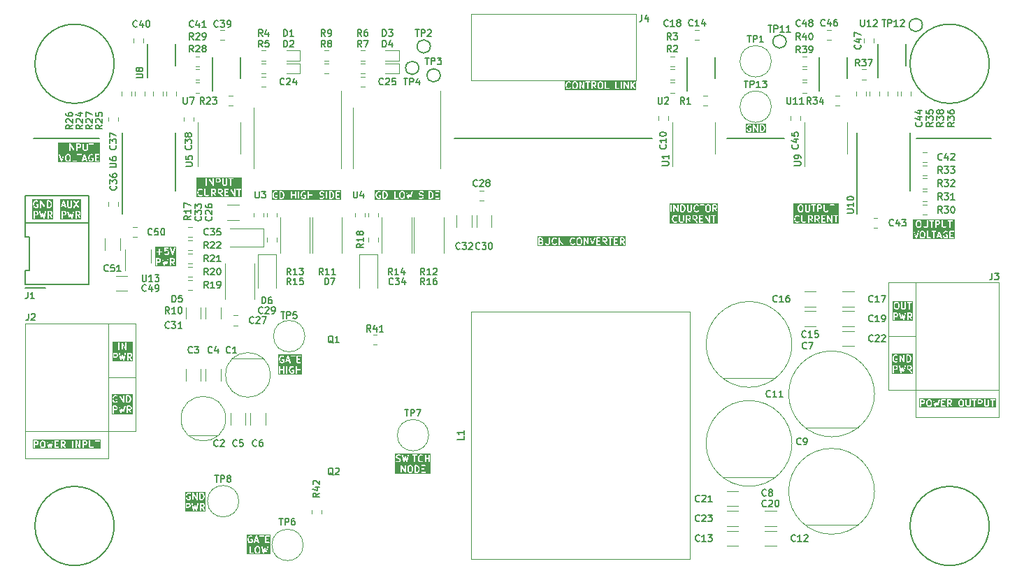
<source format=gbr>
%TF.GenerationSoftware,KiCad,Pcbnew,8.0.4*%
%TF.CreationDate,2024-08-07T19:09:06+02:00*%
%TF.ProjectId,ELE0124CL_power_buck,454c4530-3132-4344-934c-5f706f776572,1.0*%
%TF.SameCoordinates,Original*%
%TF.FileFunction,Legend,Top*%
%TF.FilePolarity,Positive*%
%FSLAX46Y46*%
G04 Gerber Fmt 4.6, Leading zero omitted, Abs format (unit mm)*
G04 Created by KiCad (PCBNEW 8.0.4) date 2024-08-07 19:09:06*
%MOMM*%
%LPD*%
G01*
G04 APERTURE LIST*
%ADD10C,0.150000*%
%ADD11C,0.120000*%
%ADD12C,0.100000*%
G04 APERTURE END LIST*
D10*
X156000000Y-76000000D02*
X163000000Y-76000000D01*
X179000000Y-76000000D02*
X188000000Y-76000000D01*
D11*
X175600000Y-93500000D02*
X178900000Y-93500000D01*
X178900000Y-106500000D01*
X175600000Y-106500000D01*
X175600000Y-93500000D01*
X178900000Y-106500000D02*
X189000000Y-106500000D01*
X189000000Y-109800000D01*
X178900000Y-109800000D01*
X178900000Y-106500000D01*
D10*
X72000000Y-76000000D02*
X80000000Y-76000000D01*
D11*
X81100000Y-105000000D02*
X84400000Y-105000000D01*
X71000000Y-111500000D02*
X81100000Y-111500000D01*
X81100000Y-114800000D01*
X71000000Y-114800000D01*
X71000000Y-111500000D01*
D10*
X71000000Y-83000000D02*
X78700000Y-83000000D01*
X78700000Y-86300000D01*
X71000000Y-86300000D01*
X71000000Y-83000000D01*
X123000000Y-76000000D02*
X147000000Y-76000000D01*
D11*
X175600000Y-100000000D02*
X178900000Y-100000000D01*
X81100000Y-98500000D02*
X84400000Y-98500000D01*
X84400000Y-111500000D01*
X81100000Y-111500000D01*
X81100000Y-98500000D01*
D10*
G36*
X133597580Y-88578893D02*
G01*
X133614550Y-88595863D01*
X133639286Y-88645333D01*
X133639286Y-88724208D01*
X133614550Y-88773678D01*
X133593667Y-88794561D01*
X133544200Y-88819295D01*
X133332143Y-88819295D01*
X133332143Y-88550247D01*
X133511639Y-88550247D01*
X133597580Y-88578893D01*
G37*
G36*
X133555573Y-88194029D02*
G01*
X133576455Y-88214911D01*
X133601190Y-88264380D01*
X133601190Y-88305161D01*
X133576455Y-88354630D01*
X133555573Y-88375512D01*
X133506104Y-88400247D01*
X133332143Y-88400247D01*
X133332143Y-88169295D01*
X133506104Y-88169295D01*
X133555573Y-88194029D01*
G37*
G36*
X138241287Y-88194029D02*
G01*
X138294182Y-88246923D01*
X138325000Y-88370194D01*
X138325000Y-88618394D01*
X138294182Y-88741665D01*
X138241287Y-88794561D01*
X138191819Y-88819295D01*
X138074848Y-88819295D01*
X138025379Y-88794560D01*
X137972484Y-88741665D01*
X137941666Y-88618392D01*
X137941666Y-88370196D01*
X137972484Y-88246923D01*
X138025378Y-88194029D01*
X138074848Y-88169295D01*
X138191819Y-88169295D01*
X138241287Y-88194029D01*
G37*
G36*
X141327001Y-88194029D02*
G01*
X141347884Y-88214912D01*
X141372619Y-88264381D01*
X141372619Y-88343255D01*
X141347884Y-88392724D01*
X141327001Y-88413608D01*
X141277533Y-88438342D01*
X141065476Y-88438342D01*
X141065476Y-88169295D01*
X141277533Y-88169295D01*
X141327001Y-88194029D01*
G37*
G36*
X143460335Y-88194029D02*
G01*
X143481218Y-88214912D01*
X143505953Y-88264381D01*
X143505953Y-88343255D01*
X143481218Y-88392724D01*
X143460335Y-88413608D01*
X143410867Y-88438342D01*
X143198810Y-88438342D01*
X143198810Y-88169295D01*
X143410867Y-88169295D01*
X143460335Y-88194029D01*
G37*
G36*
X143744842Y-89058184D02*
G01*
X133093254Y-89058184D01*
X133093254Y-88094295D01*
X133182143Y-88094295D01*
X133182143Y-88894295D01*
X133183584Y-88908927D01*
X133194783Y-88935963D01*
X133215475Y-88956655D01*
X133242511Y-88967854D01*
X133257143Y-88969295D01*
X133561905Y-88969295D01*
X133576537Y-88967854D01*
X133579026Y-88966822D01*
X133581714Y-88966632D01*
X133595446Y-88961377D01*
X133671636Y-88923282D01*
X133677935Y-88919317D01*
X133679763Y-88918560D01*
X133681819Y-88916872D01*
X133684079Y-88915450D01*
X133685379Y-88913950D01*
X133691129Y-88909232D01*
X133729224Y-88871136D01*
X133733944Y-88865384D01*
X133735439Y-88864088D01*
X133736858Y-88861833D01*
X133738551Y-88859771D01*
X133739309Y-88857940D01*
X133743272Y-88851646D01*
X133781367Y-88775456D01*
X133786622Y-88761724D01*
X133786812Y-88759037D01*
X133787845Y-88756546D01*
X133789286Y-88741914D01*
X133789286Y-88627628D01*
X133787845Y-88612996D01*
X133786812Y-88610504D01*
X133786622Y-88607818D01*
X133781367Y-88594086D01*
X133743272Y-88517896D01*
X133739309Y-88511601D01*
X133738551Y-88509771D01*
X133736858Y-88507708D01*
X133735439Y-88505454D01*
X133733944Y-88504157D01*
X133729224Y-88498406D01*
X133691129Y-88460310D01*
X133686613Y-88456604D01*
X133691128Y-88452090D01*
X133695846Y-88446340D01*
X133697345Y-88445041D01*
X133698766Y-88442781D01*
X133700455Y-88440725D01*
X133701212Y-88438897D01*
X133705177Y-88432598D01*
X133743272Y-88356407D01*
X133748527Y-88342675D01*
X133748717Y-88339987D01*
X133749749Y-88337498D01*
X133751190Y-88322866D01*
X133751190Y-88246676D01*
X133749749Y-88232044D01*
X133748717Y-88229554D01*
X133748527Y-88226867D01*
X133743272Y-88213135D01*
X133705177Y-88136944D01*
X133701212Y-88130644D01*
X133700455Y-88128817D01*
X133698766Y-88126760D01*
X133697345Y-88124501D01*
X133695846Y-88123201D01*
X133691128Y-88117452D01*
X133667971Y-88094295D01*
X133982143Y-88094295D01*
X133982143Y-88741914D01*
X133983584Y-88756546D01*
X133984615Y-88759035D01*
X133984806Y-88761723D01*
X133990061Y-88775455D01*
X134028156Y-88851645D01*
X134032119Y-88857941D01*
X134032877Y-88859771D01*
X134034566Y-88861829D01*
X134035988Y-88864088D01*
X134037486Y-88865387D01*
X134042204Y-88871136D01*
X134080299Y-88909232D01*
X134086050Y-88913952D01*
X134087349Y-88915450D01*
X134089604Y-88916869D01*
X134091664Y-88918560D01*
X134093494Y-88919318D01*
X134099792Y-88923282D01*
X134175983Y-88961377D01*
X134189715Y-88966632D01*
X134192402Y-88966822D01*
X134194892Y-88967854D01*
X134209524Y-88969295D01*
X134361905Y-88969295D01*
X134376537Y-88967854D01*
X134379026Y-88966822D01*
X134381714Y-88966632D01*
X134395446Y-88961377D01*
X134471636Y-88923282D01*
X134477935Y-88919317D01*
X134479763Y-88918560D01*
X134481819Y-88916872D01*
X134484079Y-88915450D01*
X134485379Y-88913950D01*
X134491129Y-88909232D01*
X134529224Y-88871136D01*
X134533944Y-88865384D01*
X134535439Y-88864088D01*
X134536858Y-88861833D01*
X134538551Y-88859771D01*
X134539309Y-88857940D01*
X134543272Y-88851646D01*
X134581367Y-88775456D01*
X134586622Y-88761724D01*
X134586812Y-88759037D01*
X134587845Y-88756546D01*
X134589286Y-88741914D01*
X134589286Y-88437152D01*
X134782142Y-88437152D01*
X134782142Y-88551438D01*
X134782393Y-88553991D01*
X134782231Y-88555084D01*
X134783040Y-88560558D01*
X134783583Y-88566070D01*
X134784005Y-88567090D01*
X134784381Y-88569629D01*
X134822477Y-88722010D01*
X134822862Y-88723089D01*
X134822901Y-88723628D01*
X134825225Y-88729703D01*
X134827424Y-88735855D01*
X134827746Y-88736290D01*
X134828156Y-88737360D01*
X134866251Y-88813550D01*
X134870214Y-88819846D01*
X134870972Y-88821676D01*
X134872661Y-88823734D01*
X134874083Y-88825993D01*
X134875581Y-88827292D01*
X134880300Y-88833042D01*
X134956490Y-88909233D01*
X134967855Y-88918560D01*
X134970345Y-88919591D01*
X134972381Y-88921357D01*
X134985806Y-88927351D01*
X135100092Y-88965446D01*
X135107345Y-88967095D01*
X135109177Y-88967854D01*
X135111831Y-88968115D01*
X135114429Y-88968706D01*
X135116403Y-88968565D01*
X135123809Y-88969295D01*
X135200000Y-88969295D01*
X135207405Y-88968565D01*
X135209380Y-88968706D01*
X135211977Y-88968115D01*
X135214632Y-88967854D01*
X135216463Y-88967095D01*
X135223717Y-88965446D01*
X135338002Y-88927351D01*
X135351428Y-88921357D01*
X135353464Y-88919590D01*
X135355953Y-88918560D01*
X135367318Y-88909233D01*
X135405414Y-88871137D01*
X135414742Y-88859772D01*
X135425940Y-88832735D01*
X135425940Y-88803472D01*
X135414742Y-88776436D01*
X135394049Y-88755743D01*
X135367013Y-88744545D01*
X135337750Y-88744545D01*
X135310713Y-88755743D01*
X135299348Y-88765071D01*
X135273771Y-88790648D01*
X135187830Y-88819295D01*
X135135979Y-88819295D01*
X135050037Y-88790648D01*
X134994972Y-88735582D01*
X134966002Y-88677642D01*
X134932142Y-88542202D01*
X134932142Y-88446387D01*
X134966002Y-88310946D01*
X134994972Y-88253006D01*
X135050036Y-88197942D01*
X135135979Y-88169295D01*
X135187830Y-88169295D01*
X135273771Y-88197942D01*
X135299349Y-88223519D01*
X135310714Y-88232846D01*
X135337750Y-88244044D01*
X135367013Y-88244044D01*
X135394049Y-88232845D01*
X135414742Y-88212152D01*
X135425940Y-88185115D01*
X135425940Y-88155852D01*
X135414741Y-88128816D01*
X135405413Y-88117451D01*
X135382256Y-88094295D01*
X135620238Y-88094295D01*
X135620238Y-88894295D01*
X135621679Y-88908927D01*
X135632878Y-88935963D01*
X135653570Y-88956655D01*
X135680606Y-88967854D01*
X135709870Y-88967854D01*
X135736906Y-88956655D01*
X135757598Y-88935963D01*
X135768797Y-88908927D01*
X135770238Y-88894295D01*
X135770238Y-88582504D01*
X135801408Y-88551333D01*
X136092381Y-88939295D01*
X136102313Y-88950136D01*
X136127494Y-88965045D01*
X136156463Y-88969184D01*
X136184811Y-88961921D01*
X136208222Y-88944363D01*
X136223131Y-88919182D01*
X136227270Y-88890213D01*
X136220007Y-88861865D01*
X136212381Y-88849295D01*
X135908551Y-88444190D01*
X135915589Y-88437152D01*
X136991666Y-88437152D01*
X136991666Y-88551438D01*
X136991917Y-88553991D01*
X136991755Y-88555084D01*
X136992564Y-88560558D01*
X136993107Y-88566070D01*
X136993529Y-88567090D01*
X136993905Y-88569629D01*
X137032001Y-88722010D01*
X137032386Y-88723089D01*
X137032425Y-88723628D01*
X137034749Y-88729703D01*
X137036948Y-88735855D01*
X137037270Y-88736290D01*
X137037680Y-88737360D01*
X137075775Y-88813550D01*
X137079738Y-88819846D01*
X137080496Y-88821676D01*
X137082185Y-88823734D01*
X137083607Y-88825993D01*
X137085105Y-88827292D01*
X137089824Y-88833042D01*
X137166014Y-88909233D01*
X137177379Y-88918560D01*
X137179869Y-88919591D01*
X137181905Y-88921357D01*
X137195330Y-88927351D01*
X137309616Y-88965446D01*
X137316869Y-88967095D01*
X137318701Y-88967854D01*
X137321355Y-88968115D01*
X137323953Y-88968706D01*
X137325927Y-88968565D01*
X137333333Y-88969295D01*
X137409524Y-88969295D01*
X137416929Y-88968565D01*
X137418904Y-88968706D01*
X137421501Y-88968115D01*
X137424156Y-88967854D01*
X137425987Y-88967095D01*
X137433241Y-88965446D01*
X137547526Y-88927351D01*
X137560952Y-88921357D01*
X137562988Y-88919590D01*
X137565477Y-88918560D01*
X137576842Y-88909233D01*
X137614938Y-88871137D01*
X137624266Y-88859772D01*
X137635464Y-88832735D01*
X137635464Y-88803472D01*
X137624266Y-88776436D01*
X137603573Y-88755743D01*
X137576537Y-88744545D01*
X137547274Y-88744545D01*
X137520237Y-88755743D01*
X137508872Y-88765071D01*
X137483295Y-88790648D01*
X137397354Y-88819295D01*
X137345503Y-88819295D01*
X137259561Y-88790648D01*
X137204496Y-88735582D01*
X137175526Y-88677642D01*
X137141666Y-88542202D01*
X137141666Y-88446387D01*
X137163022Y-88360961D01*
X137791666Y-88360961D01*
X137791666Y-88627628D01*
X137791917Y-88630181D01*
X137791755Y-88631274D01*
X137792564Y-88636748D01*
X137793107Y-88642260D01*
X137793529Y-88643280D01*
X137793905Y-88645819D01*
X137832001Y-88798200D01*
X137836948Y-88812045D01*
X137840267Y-88816525D01*
X137842401Y-88821676D01*
X137851729Y-88833042D01*
X137927919Y-88909233D01*
X137933668Y-88913951D01*
X137934968Y-88915450D01*
X137937227Y-88916871D01*
X137939284Y-88918560D01*
X137941111Y-88919317D01*
X137947411Y-88923282D01*
X138023602Y-88961377D01*
X138037334Y-88966632D01*
X138040021Y-88966822D01*
X138042511Y-88967854D01*
X138057143Y-88969295D01*
X138209524Y-88969295D01*
X138224156Y-88967854D01*
X138226645Y-88966822D01*
X138229333Y-88966632D01*
X138243065Y-88961377D01*
X138319255Y-88923282D01*
X138325554Y-88919317D01*
X138327382Y-88918560D01*
X138329438Y-88916871D01*
X138331698Y-88915450D01*
X138332997Y-88913951D01*
X138338747Y-88909233D01*
X138414938Y-88833042D01*
X138424265Y-88821677D01*
X138426398Y-88816525D01*
X138429719Y-88812045D01*
X138434666Y-88798199D01*
X138472761Y-88645818D01*
X138473136Y-88643280D01*
X138473559Y-88642260D01*
X138474100Y-88636757D01*
X138474912Y-88631273D01*
X138474748Y-88630177D01*
X138475000Y-88627628D01*
X138475000Y-88360961D01*
X138474748Y-88358411D01*
X138474912Y-88357316D01*
X138474100Y-88351831D01*
X138473559Y-88346329D01*
X138473136Y-88345308D01*
X138472761Y-88342771D01*
X138434666Y-88190390D01*
X138429719Y-88176544D01*
X138426398Y-88172063D01*
X138424265Y-88166912D01*
X138414938Y-88155547D01*
X138353685Y-88094295D01*
X138667857Y-88094295D01*
X138667857Y-88894295D01*
X138669298Y-88908927D01*
X138680497Y-88935963D01*
X138701189Y-88956655D01*
X138728225Y-88967854D01*
X138757489Y-88967854D01*
X138784525Y-88956655D01*
X138805217Y-88935963D01*
X138816416Y-88908927D01*
X138817857Y-88894295D01*
X138817857Y-88376711D01*
X139134882Y-88931505D01*
X139137070Y-88934588D01*
X139137640Y-88935963D01*
X139139039Y-88937362D01*
X139143392Y-88943495D01*
X139151280Y-88949603D01*
X139158332Y-88956655D01*
X139162750Y-88958485D01*
X139166530Y-88961412D01*
X139176151Y-88964036D01*
X139185368Y-88967854D01*
X139190149Y-88967854D01*
X139194761Y-88969112D01*
X139204658Y-88967854D01*
X139214632Y-88967854D01*
X139219047Y-88966024D01*
X139223791Y-88965422D01*
X139232455Y-88960471D01*
X139241668Y-88956655D01*
X139245046Y-88953276D01*
X139249200Y-88950903D01*
X139255309Y-88943013D01*
X139262360Y-88935963D01*
X139264189Y-88931546D01*
X139267117Y-88927766D01*
X139269741Y-88918142D01*
X139273559Y-88908927D01*
X139274295Y-88901444D01*
X139274817Y-88899534D01*
X139274629Y-88898058D01*
X139275000Y-88894295D01*
X139275000Y-88103675D01*
X139392255Y-88103675D01*
X139395515Y-88118012D01*
X139662182Y-88918012D01*
X139668176Y-88931437D01*
X139671686Y-88935484D01*
X139674083Y-88940278D01*
X139681187Y-88946440D01*
X139687350Y-88953545D01*
X139692143Y-88955941D01*
X139696191Y-88959452D01*
X139705112Y-88962425D01*
X139713523Y-88966631D01*
X139718867Y-88967010D01*
X139723953Y-88968706D01*
X139733333Y-88968039D01*
X139742713Y-88968706D01*
X139747798Y-88967010D01*
X139753143Y-88966631D01*
X139761552Y-88962426D01*
X139770476Y-88959452D01*
X139774524Y-88955940D01*
X139779316Y-88953545D01*
X139785477Y-88946441D01*
X139792583Y-88940278D01*
X139794979Y-88935484D01*
X139798490Y-88931437D01*
X139804484Y-88918012D01*
X140071150Y-88118012D01*
X140074410Y-88103675D01*
X140073744Y-88094295D01*
X140191666Y-88094295D01*
X140191666Y-88894295D01*
X140193107Y-88908927D01*
X140204306Y-88935963D01*
X140224998Y-88956655D01*
X140252034Y-88967854D01*
X140266666Y-88969295D01*
X140647618Y-88969295D01*
X140662250Y-88967854D01*
X140689286Y-88956655D01*
X140709978Y-88935963D01*
X140721177Y-88908927D01*
X140721177Y-88879663D01*
X140709978Y-88852627D01*
X140689286Y-88831935D01*
X140662250Y-88820736D01*
X140647618Y-88819295D01*
X140341666Y-88819295D01*
X140341666Y-88550247D01*
X140533332Y-88550247D01*
X140547964Y-88548806D01*
X140575000Y-88537607D01*
X140595692Y-88516915D01*
X140606891Y-88489879D01*
X140606891Y-88460615D01*
X140595692Y-88433579D01*
X140575000Y-88412887D01*
X140547964Y-88401688D01*
X140533332Y-88400247D01*
X140341666Y-88400247D01*
X140341666Y-88169295D01*
X140647618Y-88169295D01*
X140662250Y-88167854D01*
X140689286Y-88156655D01*
X140709978Y-88135963D01*
X140721177Y-88108927D01*
X140721177Y-88094295D01*
X140915476Y-88094295D01*
X140915476Y-88894295D01*
X140916917Y-88908927D01*
X140928116Y-88935963D01*
X140948808Y-88956655D01*
X140975844Y-88967854D01*
X141005108Y-88967854D01*
X141032144Y-88956655D01*
X141052836Y-88935963D01*
X141064035Y-88908927D01*
X141065476Y-88894295D01*
X141065476Y-88588342D01*
X141141903Y-88588342D01*
X141386176Y-88937304D01*
X141395748Y-88948465D01*
X141420427Y-88964192D01*
X141449244Y-88969277D01*
X141477815Y-88962948D01*
X141501789Y-88946166D01*
X141517516Y-88921487D01*
X141522601Y-88892669D01*
X141516272Y-88864098D01*
X141509061Y-88851285D01*
X141321427Y-88583237D01*
X141328779Y-88580424D01*
X141404969Y-88542329D01*
X141411268Y-88538364D01*
X141413096Y-88537607D01*
X141415152Y-88535918D01*
X141417412Y-88534497D01*
X141418711Y-88532998D01*
X141424461Y-88528280D01*
X141462556Y-88490185D01*
X141467276Y-88484432D01*
X141468772Y-88483136D01*
X141470191Y-88480881D01*
X141471883Y-88478820D01*
X141472641Y-88476989D01*
X141476605Y-88470693D01*
X141514701Y-88394503D01*
X141519956Y-88380771D01*
X141520147Y-88378081D01*
X141521178Y-88375593D01*
X141522619Y-88360961D01*
X141522619Y-88246676D01*
X141521178Y-88232044D01*
X141520147Y-88229555D01*
X141519956Y-88226866D01*
X141514701Y-88213134D01*
X141476605Y-88136944D01*
X141472641Y-88130647D01*
X141471883Y-88128817D01*
X141470191Y-88126755D01*
X141468772Y-88124501D01*
X141467276Y-88123204D01*
X141462556Y-88117452D01*
X141424767Y-88079663D01*
X141602631Y-88079663D01*
X141602631Y-88108927D01*
X141613830Y-88135963D01*
X141634522Y-88156655D01*
X141661558Y-88167854D01*
X141676190Y-88169295D01*
X141829761Y-88169295D01*
X141829761Y-88894295D01*
X141831202Y-88908927D01*
X141842401Y-88935963D01*
X141863093Y-88956655D01*
X141890129Y-88967854D01*
X141919393Y-88967854D01*
X141946429Y-88956655D01*
X141967121Y-88935963D01*
X141978320Y-88908927D01*
X141979761Y-88894295D01*
X141979761Y-88169295D01*
X142133333Y-88169295D01*
X142147965Y-88167854D01*
X142175001Y-88156655D01*
X142195693Y-88135963D01*
X142206892Y-88108927D01*
X142206892Y-88094295D01*
X142325000Y-88094295D01*
X142325000Y-88894295D01*
X142326441Y-88908927D01*
X142337640Y-88935963D01*
X142358332Y-88956655D01*
X142385368Y-88967854D01*
X142400000Y-88969295D01*
X142780952Y-88969295D01*
X142795584Y-88967854D01*
X142822620Y-88956655D01*
X142843312Y-88935963D01*
X142854511Y-88908927D01*
X142854511Y-88879663D01*
X142843312Y-88852627D01*
X142822620Y-88831935D01*
X142795584Y-88820736D01*
X142780952Y-88819295D01*
X142475000Y-88819295D01*
X142475000Y-88550247D01*
X142666666Y-88550247D01*
X142681298Y-88548806D01*
X142708334Y-88537607D01*
X142729026Y-88516915D01*
X142740225Y-88489879D01*
X142740225Y-88460615D01*
X142729026Y-88433579D01*
X142708334Y-88412887D01*
X142681298Y-88401688D01*
X142666666Y-88400247D01*
X142475000Y-88400247D01*
X142475000Y-88169295D01*
X142780952Y-88169295D01*
X142795584Y-88167854D01*
X142822620Y-88156655D01*
X142843312Y-88135963D01*
X142854511Y-88108927D01*
X142854511Y-88094295D01*
X143048810Y-88094295D01*
X143048810Y-88894295D01*
X143050251Y-88908927D01*
X143061450Y-88935963D01*
X143082142Y-88956655D01*
X143109178Y-88967854D01*
X143138442Y-88967854D01*
X143165478Y-88956655D01*
X143186170Y-88935963D01*
X143197369Y-88908927D01*
X143198810Y-88894295D01*
X143198810Y-88588342D01*
X143275237Y-88588342D01*
X143519510Y-88937304D01*
X143529082Y-88948465D01*
X143553761Y-88964192D01*
X143582578Y-88969277D01*
X143611149Y-88962948D01*
X143635123Y-88946166D01*
X143650850Y-88921487D01*
X143655935Y-88892669D01*
X143649606Y-88864098D01*
X143642395Y-88851285D01*
X143454761Y-88583237D01*
X143462113Y-88580424D01*
X143538303Y-88542329D01*
X143544602Y-88538364D01*
X143546430Y-88537607D01*
X143548486Y-88535918D01*
X143550746Y-88534497D01*
X143552045Y-88532998D01*
X143557795Y-88528280D01*
X143595890Y-88490185D01*
X143600610Y-88484432D01*
X143602106Y-88483136D01*
X143603525Y-88480881D01*
X143605217Y-88478820D01*
X143605975Y-88476989D01*
X143609939Y-88470693D01*
X143648035Y-88394503D01*
X143653290Y-88380771D01*
X143653481Y-88378081D01*
X143654512Y-88375593D01*
X143655953Y-88360961D01*
X143655953Y-88246676D01*
X143654512Y-88232044D01*
X143653481Y-88229555D01*
X143653290Y-88226866D01*
X143648035Y-88213134D01*
X143609939Y-88136944D01*
X143605975Y-88130647D01*
X143605217Y-88128817D01*
X143603525Y-88126755D01*
X143602106Y-88124501D01*
X143600610Y-88123204D01*
X143595890Y-88117452D01*
X143557795Y-88079357D01*
X143552045Y-88074638D01*
X143550746Y-88073140D01*
X143548486Y-88071718D01*
X143546430Y-88070030D01*
X143544602Y-88069272D01*
X143538303Y-88065308D01*
X143462113Y-88027213D01*
X143448381Y-88021958D01*
X143445693Y-88021767D01*
X143443204Y-88020736D01*
X143428572Y-88019295D01*
X143123810Y-88019295D01*
X143109178Y-88020736D01*
X143082142Y-88031935D01*
X143061450Y-88052627D01*
X143050251Y-88079663D01*
X143048810Y-88094295D01*
X142854511Y-88094295D01*
X142854511Y-88079663D01*
X142843312Y-88052627D01*
X142822620Y-88031935D01*
X142795584Y-88020736D01*
X142780952Y-88019295D01*
X142400000Y-88019295D01*
X142385368Y-88020736D01*
X142358332Y-88031935D01*
X142337640Y-88052627D01*
X142326441Y-88079663D01*
X142325000Y-88094295D01*
X142206892Y-88094295D01*
X142206892Y-88079663D01*
X142195693Y-88052627D01*
X142175001Y-88031935D01*
X142147965Y-88020736D01*
X142133333Y-88019295D01*
X141676190Y-88019295D01*
X141661558Y-88020736D01*
X141634522Y-88031935D01*
X141613830Y-88052627D01*
X141602631Y-88079663D01*
X141424767Y-88079663D01*
X141424461Y-88079357D01*
X141418711Y-88074638D01*
X141417412Y-88073140D01*
X141415152Y-88071718D01*
X141413096Y-88070030D01*
X141411268Y-88069272D01*
X141404969Y-88065308D01*
X141328779Y-88027213D01*
X141315047Y-88021958D01*
X141312359Y-88021767D01*
X141309870Y-88020736D01*
X141295238Y-88019295D01*
X140990476Y-88019295D01*
X140975844Y-88020736D01*
X140948808Y-88031935D01*
X140928116Y-88052627D01*
X140916917Y-88079663D01*
X140915476Y-88094295D01*
X140721177Y-88094295D01*
X140721177Y-88079663D01*
X140709978Y-88052627D01*
X140689286Y-88031935D01*
X140662250Y-88020736D01*
X140647618Y-88019295D01*
X140266666Y-88019295D01*
X140252034Y-88020736D01*
X140224998Y-88031935D01*
X140204306Y-88052627D01*
X140193107Y-88079663D01*
X140191666Y-88094295D01*
X140073744Y-88094295D01*
X140072336Y-88074485D01*
X140059249Y-88048311D01*
X140037142Y-88029138D01*
X140009379Y-88019884D01*
X139980189Y-88021958D01*
X139954016Y-88035045D01*
X139934842Y-88057152D01*
X139928848Y-88070578D01*
X139733332Y-88657124D01*
X139537817Y-88070578D01*
X139531823Y-88057152D01*
X139512649Y-88035045D01*
X139486476Y-88021959D01*
X139457286Y-88019884D01*
X139429523Y-88029138D01*
X139407416Y-88048312D01*
X139394330Y-88074485D01*
X139392255Y-88103675D01*
X139275000Y-88103675D01*
X139275000Y-88094295D01*
X139273559Y-88079663D01*
X139262360Y-88052627D01*
X139241668Y-88031935D01*
X139214632Y-88020736D01*
X139185368Y-88020736D01*
X139158332Y-88031935D01*
X139137640Y-88052627D01*
X139126441Y-88079663D01*
X139125000Y-88094295D01*
X139125000Y-88611878D01*
X138807975Y-88057085D01*
X138805786Y-88054001D01*
X138805217Y-88052627D01*
X138803817Y-88051227D01*
X138799465Y-88045095D01*
X138791575Y-88038985D01*
X138784525Y-88031935D01*
X138780108Y-88030105D01*
X138776328Y-88027178D01*
X138766704Y-88024553D01*
X138757489Y-88020736D01*
X138752708Y-88020736D01*
X138748096Y-88019478D01*
X138738199Y-88020736D01*
X138728225Y-88020736D01*
X138723809Y-88022565D01*
X138719066Y-88023168D01*
X138710401Y-88028118D01*
X138701189Y-88031935D01*
X138697810Y-88035313D01*
X138693657Y-88037687D01*
X138687547Y-88045576D01*
X138680497Y-88052627D01*
X138678667Y-88057043D01*
X138675740Y-88060824D01*
X138673115Y-88070447D01*
X138669298Y-88079663D01*
X138668561Y-88087145D01*
X138668040Y-88089056D01*
X138668227Y-88090531D01*
X138667857Y-88094295D01*
X138353685Y-88094295D01*
X138338747Y-88079357D01*
X138332997Y-88074638D01*
X138331698Y-88073140D01*
X138329439Y-88071718D01*
X138327381Y-88070029D01*
X138325551Y-88069271D01*
X138319255Y-88065308D01*
X138243065Y-88027213D01*
X138229333Y-88021958D01*
X138226645Y-88021767D01*
X138224156Y-88020736D01*
X138209524Y-88019295D01*
X138057143Y-88019295D01*
X138042511Y-88020736D01*
X138040021Y-88021767D01*
X138037334Y-88021958D01*
X138023602Y-88027213D01*
X137947411Y-88065308D01*
X137941116Y-88069270D01*
X137939284Y-88070029D01*
X137937222Y-88071720D01*
X137934968Y-88073140D01*
X137933669Y-88074636D01*
X137927919Y-88079357D01*
X137851729Y-88155547D01*
X137842402Y-88166912D01*
X137840268Y-88172062D01*
X137836948Y-88176544D01*
X137832001Y-88190389D01*
X137793905Y-88342770D01*
X137793529Y-88345308D01*
X137793107Y-88346329D01*
X137792564Y-88351840D01*
X137791755Y-88357315D01*
X137791917Y-88358407D01*
X137791666Y-88360961D01*
X137163022Y-88360961D01*
X137175526Y-88310946D01*
X137204496Y-88253006D01*
X137259560Y-88197942D01*
X137345503Y-88169295D01*
X137397354Y-88169295D01*
X137483295Y-88197942D01*
X137508873Y-88223519D01*
X137520238Y-88232846D01*
X137547274Y-88244044D01*
X137576537Y-88244044D01*
X137603573Y-88232845D01*
X137624266Y-88212152D01*
X137635464Y-88185115D01*
X137635464Y-88155852D01*
X137624265Y-88128816D01*
X137614937Y-88117451D01*
X137576841Y-88079356D01*
X137565476Y-88070029D01*
X137562987Y-88068998D01*
X137560952Y-88067233D01*
X137547526Y-88061239D01*
X137433241Y-88023144D01*
X137425987Y-88021494D01*
X137424156Y-88020736D01*
X137421501Y-88020474D01*
X137418904Y-88019884D01*
X137416929Y-88020024D01*
X137409524Y-88019295D01*
X137333333Y-88019295D01*
X137325927Y-88020024D01*
X137323953Y-88019884D01*
X137321355Y-88020474D01*
X137318701Y-88020736D01*
X137316869Y-88021494D01*
X137309616Y-88023144D01*
X137195330Y-88061239D01*
X137181905Y-88067233D01*
X137179871Y-88068996D01*
X137177379Y-88070029D01*
X137166014Y-88079357D01*
X137089824Y-88155547D01*
X137085105Y-88161296D01*
X137083607Y-88162596D01*
X137082185Y-88164855D01*
X137080497Y-88166912D01*
X137079739Y-88168739D01*
X137075775Y-88175039D01*
X137037680Y-88251230D01*
X137037270Y-88252299D01*
X137036948Y-88252735D01*
X137034749Y-88258886D01*
X137032425Y-88264962D01*
X137032386Y-88265500D01*
X137032001Y-88266580D01*
X136993905Y-88418961D01*
X136993529Y-88421499D01*
X136993107Y-88422520D01*
X136992564Y-88428031D01*
X136991755Y-88433506D01*
X136991917Y-88434598D01*
X136991666Y-88437152D01*
X135915589Y-88437152D01*
X136205414Y-88147328D01*
X136214742Y-88135963D01*
X136225940Y-88108926D01*
X136225940Y-88079663D01*
X136214742Y-88052627D01*
X136194049Y-88031934D01*
X136167013Y-88020736D01*
X136137750Y-88020736D01*
X136110713Y-88031934D01*
X136099348Y-88041262D01*
X135770238Y-88370372D01*
X135770238Y-88094295D01*
X135768797Y-88079663D01*
X135757598Y-88052627D01*
X135736906Y-88031935D01*
X135709870Y-88020736D01*
X135680606Y-88020736D01*
X135653570Y-88031935D01*
X135632878Y-88052627D01*
X135621679Y-88079663D01*
X135620238Y-88094295D01*
X135382256Y-88094295D01*
X135367317Y-88079356D01*
X135355952Y-88070029D01*
X135353463Y-88068998D01*
X135351428Y-88067233D01*
X135338002Y-88061239D01*
X135223717Y-88023144D01*
X135216463Y-88021494D01*
X135214632Y-88020736D01*
X135211977Y-88020474D01*
X135209380Y-88019884D01*
X135207405Y-88020024D01*
X135200000Y-88019295D01*
X135123809Y-88019295D01*
X135116403Y-88020024D01*
X135114429Y-88019884D01*
X135111831Y-88020474D01*
X135109177Y-88020736D01*
X135107345Y-88021494D01*
X135100092Y-88023144D01*
X134985806Y-88061239D01*
X134972381Y-88067233D01*
X134970347Y-88068996D01*
X134967855Y-88070029D01*
X134956490Y-88079357D01*
X134880300Y-88155547D01*
X134875581Y-88161296D01*
X134874083Y-88162596D01*
X134872661Y-88164855D01*
X134870973Y-88166912D01*
X134870215Y-88168739D01*
X134866251Y-88175039D01*
X134828156Y-88251230D01*
X134827746Y-88252299D01*
X134827424Y-88252735D01*
X134825225Y-88258886D01*
X134822901Y-88264962D01*
X134822862Y-88265500D01*
X134822477Y-88266580D01*
X134784381Y-88418961D01*
X134784005Y-88421499D01*
X134783583Y-88422520D01*
X134783040Y-88428031D01*
X134782231Y-88433506D01*
X134782393Y-88434598D01*
X134782142Y-88437152D01*
X134589286Y-88437152D01*
X134589286Y-88094295D01*
X134587845Y-88079663D01*
X134576646Y-88052627D01*
X134555954Y-88031935D01*
X134528918Y-88020736D01*
X134499654Y-88020736D01*
X134472618Y-88031935D01*
X134451926Y-88052627D01*
X134440727Y-88079663D01*
X134439286Y-88094295D01*
X134439286Y-88724208D01*
X134414550Y-88773678D01*
X134393667Y-88794561D01*
X134344200Y-88819295D01*
X134227229Y-88819295D01*
X134177760Y-88794561D01*
X134156877Y-88773677D01*
X134132143Y-88724209D01*
X134132143Y-88094295D01*
X134130702Y-88079663D01*
X134119503Y-88052627D01*
X134098811Y-88031935D01*
X134071775Y-88020736D01*
X134042511Y-88020736D01*
X134015475Y-88031935D01*
X133994783Y-88052627D01*
X133983584Y-88079663D01*
X133982143Y-88094295D01*
X133667971Y-88094295D01*
X133653033Y-88079357D01*
X133647283Y-88074638D01*
X133645984Y-88073140D01*
X133643724Y-88071718D01*
X133641668Y-88070030D01*
X133639840Y-88069272D01*
X133633541Y-88065308D01*
X133557350Y-88027213D01*
X133543618Y-88021958D01*
X133540930Y-88021767D01*
X133538441Y-88020736D01*
X133523809Y-88019295D01*
X133257143Y-88019295D01*
X133242511Y-88020736D01*
X133215475Y-88031935D01*
X133194783Y-88052627D01*
X133183584Y-88079663D01*
X133182143Y-88094295D01*
X133093254Y-88094295D01*
X133093254Y-87930406D01*
X143744842Y-87930406D01*
X143744842Y-89058184D01*
G37*
G36*
X99274620Y-125594029D02*
G01*
X99327515Y-125646923D01*
X99358333Y-125770194D01*
X99358333Y-126018394D01*
X99327515Y-126141665D01*
X99274620Y-126194561D01*
X99225152Y-126219295D01*
X99108181Y-126219295D01*
X99058712Y-126194560D01*
X99005817Y-126141665D01*
X98974999Y-126018392D01*
X98974999Y-125770196D01*
X99005817Y-125646923D01*
X99058711Y-125594029D01*
X99108181Y-125569295D01*
X99225152Y-125569295D01*
X99274620Y-125594029D01*
G37*
G36*
X99119752Y-124702768D02*
G01*
X98946913Y-124702768D01*
X99033332Y-124443510D01*
X99119752Y-124702768D01*
G37*
G36*
X100719590Y-126458184D02*
G01*
X97878967Y-126458184D01*
X97878967Y-125494295D01*
X98215476Y-125494295D01*
X98215476Y-126294295D01*
X98216917Y-126308927D01*
X98228116Y-126335963D01*
X98248808Y-126356655D01*
X98275844Y-126367854D01*
X98290476Y-126369295D01*
X98671428Y-126369295D01*
X98686060Y-126367854D01*
X98713096Y-126356655D01*
X98733788Y-126335963D01*
X98744987Y-126308927D01*
X98744987Y-126279663D01*
X98733788Y-126252627D01*
X98713096Y-126231935D01*
X98686060Y-126220736D01*
X98671428Y-126219295D01*
X98365476Y-126219295D01*
X98365476Y-125760961D01*
X98824999Y-125760961D01*
X98824999Y-126027628D01*
X98825250Y-126030181D01*
X98825088Y-126031274D01*
X98825897Y-126036748D01*
X98826440Y-126042260D01*
X98826862Y-126043280D01*
X98827238Y-126045819D01*
X98865334Y-126198200D01*
X98870281Y-126212045D01*
X98873600Y-126216525D01*
X98875734Y-126221676D01*
X98885062Y-126233042D01*
X98961252Y-126309233D01*
X98967001Y-126313951D01*
X98968301Y-126315450D01*
X98970560Y-126316871D01*
X98972617Y-126318560D01*
X98974444Y-126319317D01*
X98980744Y-126323282D01*
X99056935Y-126361377D01*
X99070667Y-126366632D01*
X99073354Y-126366822D01*
X99075844Y-126367854D01*
X99090476Y-126369295D01*
X99242857Y-126369295D01*
X99257489Y-126367854D01*
X99259978Y-126366822D01*
X99262666Y-126366632D01*
X99276398Y-126361377D01*
X99352588Y-126323282D01*
X99358887Y-126319317D01*
X99360715Y-126318560D01*
X99362771Y-126316871D01*
X99365031Y-126315450D01*
X99366330Y-126313951D01*
X99372080Y-126309233D01*
X99448271Y-126233042D01*
X99457598Y-126221677D01*
X99459731Y-126216525D01*
X99463052Y-126212045D01*
X99467999Y-126198199D01*
X99506094Y-126045818D01*
X99506469Y-126043280D01*
X99506892Y-126042260D01*
X99507433Y-126036757D01*
X99508245Y-126031273D01*
X99508081Y-126030177D01*
X99508333Y-126027628D01*
X99508333Y-125760961D01*
X99508081Y-125758411D01*
X99508245Y-125757316D01*
X99507433Y-125751831D01*
X99506892Y-125746329D01*
X99506469Y-125745308D01*
X99506094Y-125742771D01*
X99467999Y-125590390D01*
X99463052Y-125576544D01*
X99459731Y-125572063D01*
X99457598Y-125566912D01*
X99448271Y-125555547D01*
X99389822Y-125497099D01*
X99625051Y-125497099D01*
X99627039Y-125511667D01*
X99817515Y-126311666D01*
X99819244Y-126316685D01*
X99819484Y-126318488D01*
X99820426Y-126320116D01*
X99822305Y-126325567D01*
X99828691Y-126334391D01*
X99834146Y-126343813D01*
X99837203Y-126346153D01*
X99839462Y-126349274D01*
X99848737Y-126354981D01*
X99857384Y-126361600D01*
X99861104Y-126362592D01*
X99864384Y-126364610D01*
X99875138Y-126366334D01*
X99885660Y-126369140D01*
X99889475Y-126368633D01*
X99893279Y-126369243D01*
X99903873Y-126366720D01*
X99914668Y-126365286D01*
X99918001Y-126363355D01*
X99921747Y-126362464D01*
X99930567Y-126356081D01*
X99939993Y-126350624D01*
X99942333Y-126347566D01*
X99945454Y-126345308D01*
X99951161Y-126336032D01*
X99957780Y-126327386D01*
X99959805Y-126321986D01*
X99960790Y-126320386D01*
X99961077Y-126318594D01*
X99962943Y-126313620D01*
X100042855Y-126013945D01*
X100122769Y-126313620D01*
X100124634Y-126318595D01*
X100124922Y-126320386D01*
X100125906Y-126321985D01*
X100127932Y-126327387D01*
X100134552Y-126336035D01*
X100140258Y-126345308D01*
X100143378Y-126347566D01*
X100145719Y-126350624D01*
X100155140Y-126356078D01*
X100163965Y-126362465D01*
X100167712Y-126363357D01*
X100171044Y-126365286D01*
X100181837Y-126366720D01*
X100192433Y-126369243D01*
X100196234Y-126368633D01*
X100200053Y-126369141D01*
X100210584Y-126366332D01*
X100221328Y-126364610D01*
X100224604Y-126362594D01*
X100228328Y-126361601D01*
X100236980Y-126354977D01*
X100246250Y-126349274D01*
X100248506Y-126346155D01*
X100251566Y-126343814D01*
X100257023Y-126334387D01*
X100263407Y-126325567D01*
X100265284Y-126320118D01*
X100266228Y-126318489D01*
X100266467Y-126316685D01*
X100268197Y-126311667D01*
X100458674Y-125511667D01*
X100460662Y-125497099D01*
X100456029Y-125468204D01*
X100440693Y-125443282D01*
X100416986Y-125426126D01*
X100388518Y-125419348D01*
X100359623Y-125423980D01*
X100334701Y-125439317D01*
X100317544Y-125463023D01*
X100312753Y-125476924D01*
X100191120Y-125987779D01*
X100115324Y-125703541D01*
X100114038Y-125700113D01*
X100113847Y-125698672D01*
X100112855Y-125696959D01*
X100110161Y-125689775D01*
X100104147Y-125681918D01*
X100099185Y-125673347D01*
X100095325Y-125670392D01*
X100092374Y-125666537D01*
X100083811Y-125661579D01*
X100075947Y-125655560D01*
X100071250Y-125654307D01*
X100067049Y-125651875D01*
X100057242Y-125650572D01*
X100047672Y-125648020D01*
X100042853Y-125648660D01*
X100038041Y-125648021D01*
X100028480Y-125650570D01*
X100018663Y-125651875D01*
X100014457Y-125654309D01*
X100009765Y-125655561D01*
X100001905Y-125661576D01*
X99993338Y-125666537D01*
X99990384Y-125670395D01*
X99986527Y-125673348D01*
X99981568Y-125681913D01*
X99975551Y-125689774D01*
X99972854Y-125696963D01*
X99971865Y-125698673D01*
X99971673Y-125700112D01*
X99970388Y-125703541D01*
X99894591Y-125987778D01*
X99772959Y-125476923D01*
X99768169Y-125463023D01*
X99751012Y-125439316D01*
X99726090Y-125423980D01*
X99697195Y-125419347D01*
X99668727Y-125426125D01*
X99645020Y-125443282D01*
X99629684Y-125468204D01*
X99625051Y-125497099D01*
X99389822Y-125497099D01*
X99372080Y-125479357D01*
X99366330Y-125474638D01*
X99365031Y-125473140D01*
X99362772Y-125471718D01*
X99360714Y-125470029D01*
X99358884Y-125469271D01*
X99352588Y-125465308D01*
X99276398Y-125427213D01*
X99262666Y-125421958D01*
X99259978Y-125421767D01*
X99257489Y-125420736D01*
X99242857Y-125419295D01*
X99090476Y-125419295D01*
X99075844Y-125420736D01*
X99073354Y-125421767D01*
X99070667Y-125421958D01*
X99056935Y-125427213D01*
X98980744Y-125465308D01*
X98974449Y-125469270D01*
X98972617Y-125470029D01*
X98970555Y-125471720D01*
X98968301Y-125473140D01*
X98967002Y-125474636D01*
X98961252Y-125479357D01*
X98885062Y-125555547D01*
X98875735Y-125566912D01*
X98873601Y-125572062D01*
X98870281Y-125576544D01*
X98865334Y-125590389D01*
X98827238Y-125742770D01*
X98826862Y-125745308D01*
X98826440Y-125746329D01*
X98825897Y-125751840D01*
X98825088Y-125757315D01*
X98825250Y-125758407D01*
X98824999Y-125760961D01*
X98365476Y-125760961D01*
X98365476Y-125494295D01*
X98364035Y-125479663D01*
X98352836Y-125452627D01*
X98332144Y-125431935D01*
X98305108Y-125420736D01*
X98275844Y-125420736D01*
X98248808Y-125431935D01*
X98228116Y-125452627D01*
X98216917Y-125479663D01*
X98215476Y-125494295D01*
X97878967Y-125494295D01*
X97878967Y-124549197D01*
X97967856Y-124549197D01*
X97967856Y-124663483D01*
X97968107Y-124666036D01*
X97967945Y-124667129D01*
X97968754Y-124672603D01*
X97969297Y-124678115D01*
X97969719Y-124679135D01*
X97970095Y-124681674D01*
X98008191Y-124834055D01*
X98008576Y-124835134D01*
X98008615Y-124835673D01*
X98010939Y-124841748D01*
X98013138Y-124847900D01*
X98013460Y-124848335D01*
X98013870Y-124849405D01*
X98051965Y-124925595D01*
X98055928Y-124931891D01*
X98056686Y-124933721D01*
X98058375Y-124935779D01*
X98059797Y-124938038D01*
X98061295Y-124939337D01*
X98066014Y-124945087D01*
X98142204Y-125021278D01*
X98153569Y-125030605D01*
X98156059Y-125031636D01*
X98158095Y-125033402D01*
X98171520Y-125039396D01*
X98285806Y-125077491D01*
X98293059Y-125079140D01*
X98294891Y-125079899D01*
X98297545Y-125080160D01*
X98300143Y-125080751D01*
X98302117Y-125080610D01*
X98309523Y-125081340D01*
X98385714Y-125081340D01*
X98393119Y-125080610D01*
X98395094Y-125080751D01*
X98397691Y-125080160D01*
X98400346Y-125079899D01*
X98402177Y-125079140D01*
X98409431Y-125077491D01*
X98523716Y-125039396D01*
X98537142Y-125033402D01*
X98539178Y-125031635D01*
X98541667Y-125030605D01*
X98553032Y-125021278D01*
X98577350Y-124996960D01*
X98692255Y-124996960D01*
X98694330Y-125026150D01*
X98707416Y-125052323D01*
X98729523Y-125071497D01*
X98757286Y-125080751D01*
X98786476Y-125078676D01*
X98812649Y-125065590D01*
X98831823Y-125043483D01*
X98837817Y-125030057D01*
X98896913Y-124852768D01*
X99169752Y-124852768D01*
X99228848Y-125030057D01*
X99234842Y-125043483D01*
X99254016Y-125065590D01*
X99280189Y-125078677D01*
X99309379Y-125080751D01*
X99337142Y-125071497D01*
X99359249Y-125052324D01*
X99372336Y-125026150D01*
X99374410Y-124996960D01*
X99371150Y-124982623D01*
X99107512Y-124191708D01*
X99378821Y-124191708D01*
X99378821Y-124220972D01*
X99390020Y-124248008D01*
X99410712Y-124268700D01*
X99437748Y-124279899D01*
X99452380Y-124281340D01*
X99605951Y-124281340D01*
X99605951Y-125006340D01*
X99607392Y-125020972D01*
X99618591Y-125048008D01*
X99639283Y-125068700D01*
X99666319Y-125079899D01*
X99695583Y-125079899D01*
X99722619Y-125068700D01*
X99743311Y-125048008D01*
X99754510Y-125020972D01*
X99755951Y-125006340D01*
X99755951Y-124281340D01*
X99909523Y-124281340D01*
X99924155Y-124279899D01*
X99951191Y-124268700D01*
X99971883Y-124248008D01*
X99983082Y-124220972D01*
X99983082Y-124206340D01*
X100101190Y-124206340D01*
X100101190Y-125006340D01*
X100102631Y-125020972D01*
X100113830Y-125048008D01*
X100134522Y-125068700D01*
X100161558Y-125079899D01*
X100176190Y-125081340D01*
X100557142Y-125081340D01*
X100571774Y-125079899D01*
X100598810Y-125068700D01*
X100619502Y-125048008D01*
X100630701Y-125020972D01*
X100630701Y-124991708D01*
X100619502Y-124964672D01*
X100598810Y-124943980D01*
X100571774Y-124932781D01*
X100557142Y-124931340D01*
X100251190Y-124931340D01*
X100251190Y-124662292D01*
X100442856Y-124662292D01*
X100457488Y-124660851D01*
X100484524Y-124649652D01*
X100505216Y-124628960D01*
X100516415Y-124601924D01*
X100516415Y-124572660D01*
X100505216Y-124545624D01*
X100484524Y-124524932D01*
X100457488Y-124513733D01*
X100442856Y-124512292D01*
X100251190Y-124512292D01*
X100251190Y-124281340D01*
X100557142Y-124281340D01*
X100571774Y-124279899D01*
X100598810Y-124268700D01*
X100619502Y-124248008D01*
X100630701Y-124220972D01*
X100630701Y-124191708D01*
X100619502Y-124164672D01*
X100598810Y-124143980D01*
X100571774Y-124132781D01*
X100557142Y-124131340D01*
X100176190Y-124131340D01*
X100161558Y-124132781D01*
X100134522Y-124143980D01*
X100113830Y-124164672D01*
X100102631Y-124191708D01*
X100101190Y-124206340D01*
X99983082Y-124206340D01*
X99983082Y-124191708D01*
X99971883Y-124164672D01*
X99951191Y-124143980D01*
X99924155Y-124132781D01*
X99909523Y-124131340D01*
X99452380Y-124131340D01*
X99437748Y-124132781D01*
X99410712Y-124143980D01*
X99390020Y-124164672D01*
X99378821Y-124191708D01*
X99107512Y-124191708D01*
X99104484Y-124182623D01*
X99098490Y-124169198D01*
X99094979Y-124165150D01*
X99092583Y-124160357D01*
X99085477Y-124154193D01*
X99079316Y-124147090D01*
X99074524Y-124144694D01*
X99070476Y-124141183D01*
X99061552Y-124138208D01*
X99053143Y-124134004D01*
X99047798Y-124133624D01*
X99042713Y-124131929D01*
X99033333Y-124132595D01*
X99023953Y-124131929D01*
X99018867Y-124133624D01*
X99013523Y-124134004D01*
X99005112Y-124138209D01*
X98996191Y-124141183D01*
X98992143Y-124144693D01*
X98987350Y-124147090D01*
X98981187Y-124154194D01*
X98974083Y-124160357D01*
X98971686Y-124165150D01*
X98968176Y-124169198D01*
X98962182Y-124182623D01*
X98695515Y-124982623D01*
X98692255Y-124996960D01*
X98577350Y-124996960D01*
X98591128Y-124983182D01*
X98600456Y-124971817D01*
X98611654Y-124944780D01*
X98613095Y-124930149D01*
X98613095Y-124663483D01*
X98611654Y-124648851D01*
X98600455Y-124621815D01*
X98579763Y-124601123D01*
X98552727Y-124589924D01*
X98538095Y-124588483D01*
X98385714Y-124588483D01*
X98371082Y-124589924D01*
X98344046Y-124601123D01*
X98323354Y-124621815D01*
X98312155Y-124648851D01*
X98312155Y-124678115D01*
X98323354Y-124705151D01*
X98344046Y-124725843D01*
X98371082Y-124737042D01*
X98385714Y-124738483D01*
X98463095Y-124738483D01*
X98463095Y-124899083D01*
X98459485Y-124902693D01*
X98373544Y-124931340D01*
X98321693Y-124931340D01*
X98235751Y-124902693D01*
X98180686Y-124847627D01*
X98151716Y-124789687D01*
X98117856Y-124654247D01*
X98117856Y-124558432D01*
X98151716Y-124422991D01*
X98180686Y-124365051D01*
X98235750Y-124309987D01*
X98321693Y-124281340D01*
X98406104Y-124281340D01*
X98466458Y-124311517D01*
X98480190Y-124316772D01*
X98509380Y-124318846D01*
X98537141Y-124309592D01*
X98559249Y-124290419D01*
X98572336Y-124264244D01*
X98574410Y-124235054D01*
X98565156Y-124207293D01*
X98545983Y-124185185D01*
X98533540Y-124177353D01*
X98457350Y-124139258D01*
X98443618Y-124134003D01*
X98440930Y-124133812D01*
X98438441Y-124132781D01*
X98423809Y-124131340D01*
X98309523Y-124131340D01*
X98302117Y-124132069D01*
X98300143Y-124131929D01*
X98297545Y-124132519D01*
X98294891Y-124132781D01*
X98293059Y-124133539D01*
X98285806Y-124135189D01*
X98171520Y-124173284D01*
X98158095Y-124179278D01*
X98156061Y-124181041D01*
X98153569Y-124182074D01*
X98142204Y-124191402D01*
X98066014Y-124267592D01*
X98061295Y-124273341D01*
X98059797Y-124274641D01*
X98058375Y-124276900D01*
X98056687Y-124278957D01*
X98055929Y-124280784D01*
X98051965Y-124287084D01*
X98013870Y-124363275D01*
X98013460Y-124364344D01*
X98013138Y-124364780D01*
X98010939Y-124370931D01*
X98008615Y-124377007D01*
X98008576Y-124377545D01*
X98008191Y-124378625D01*
X97970095Y-124531006D01*
X97969719Y-124533544D01*
X97969297Y-124534565D01*
X97968754Y-124540076D01*
X97967945Y-124545551D01*
X97968107Y-124546643D01*
X97967856Y-124549197D01*
X97878967Y-124549197D01*
X97878967Y-124042451D01*
X100719590Y-124042451D01*
X100719590Y-126458184D01*
G37*
G36*
X160373772Y-74497942D02*
G01*
X160428836Y-74553006D01*
X160457806Y-74610945D01*
X160491667Y-74746387D01*
X160491667Y-74842202D01*
X160457806Y-74977643D01*
X160428836Y-75035582D01*
X160373771Y-75090648D01*
X160287830Y-75119295D01*
X160184524Y-75119295D01*
X160184524Y-74469295D01*
X160287830Y-74469295D01*
X160373772Y-74497942D01*
G37*
G36*
X160730556Y-75358184D02*
G01*
X158269444Y-75358184D01*
X158269444Y-74737152D01*
X158358333Y-74737152D01*
X158358333Y-74851438D01*
X158358584Y-74853991D01*
X158358422Y-74855084D01*
X158359231Y-74860558D01*
X158359774Y-74866070D01*
X158360196Y-74867090D01*
X158360572Y-74869629D01*
X158398668Y-75022010D01*
X158399053Y-75023089D01*
X158399092Y-75023628D01*
X158401416Y-75029703D01*
X158403615Y-75035855D01*
X158403937Y-75036290D01*
X158404347Y-75037360D01*
X158442442Y-75113550D01*
X158446405Y-75119846D01*
X158447163Y-75121676D01*
X158448852Y-75123734D01*
X158450274Y-75125993D01*
X158451772Y-75127292D01*
X158456491Y-75133042D01*
X158532681Y-75209233D01*
X158544046Y-75218560D01*
X158546536Y-75219591D01*
X158548572Y-75221357D01*
X158561997Y-75227351D01*
X158676283Y-75265446D01*
X158683536Y-75267095D01*
X158685368Y-75267854D01*
X158688022Y-75268115D01*
X158690620Y-75268706D01*
X158692594Y-75268565D01*
X158700000Y-75269295D01*
X158776191Y-75269295D01*
X158783596Y-75268565D01*
X158785571Y-75268706D01*
X158788168Y-75268115D01*
X158790823Y-75267854D01*
X158792654Y-75267095D01*
X158799908Y-75265446D01*
X158914193Y-75227351D01*
X158927619Y-75221357D01*
X158929655Y-75219590D01*
X158932144Y-75218560D01*
X158943509Y-75209233D01*
X158981605Y-75171137D01*
X158990933Y-75159772D01*
X159002004Y-75133042D01*
X159002131Y-75132736D01*
X159003572Y-75118104D01*
X159003572Y-74851438D01*
X159002131Y-74836806D01*
X158990932Y-74809770D01*
X158970240Y-74789078D01*
X158943204Y-74777879D01*
X158928572Y-74776438D01*
X158776191Y-74776438D01*
X158761559Y-74777879D01*
X158734523Y-74789078D01*
X158713831Y-74809770D01*
X158702632Y-74836806D01*
X158702632Y-74866070D01*
X158713831Y-74893106D01*
X158734523Y-74913798D01*
X158761559Y-74924997D01*
X158776191Y-74926438D01*
X158853572Y-74926438D01*
X158853572Y-75087038D01*
X158849962Y-75090648D01*
X158764021Y-75119295D01*
X158712170Y-75119295D01*
X158626228Y-75090648D01*
X158571163Y-75035582D01*
X158542193Y-74977642D01*
X158508333Y-74842202D01*
X158508333Y-74746387D01*
X158542193Y-74610946D01*
X158571163Y-74553006D01*
X158626227Y-74497942D01*
X158712170Y-74469295D01*
X158796581Y-74469295D01*
X158856935Y-74499472D01*
X158870667Y-74504727D01*
X158899857Y-74506801D01*
X158927618Y-74497547D01*
X158949726Y-74478374D01*
X158962813Y-74452199D01*
X158964887Y-74423009D01*
X158955633Y-74395248D01*
X158954807Y-74394295D01*
X159196429Y-74394295D01*
X159196429Y-75194295D01*
X159197870Y-75208927D01*
X159209069Y-75235963D01*
X159229761Y-75256655D01*
X159256797Y-75267854D01*
X159286061Y-75267854D01*
X159313097Y-75256655D01*
X159333789Y-75235963D01*
X159344988Y-75208927D01*
X159346429Y-75194295D01*
X159346429Y-74676711D01*
X159663454Y-75231505D01*
X159665642Y-75234588D01*
X159666212Y-75235963D01*
X159667611Y-75237362D01*
X159671964Y-75243495D01*
X159679852Y-75249603D01*
X159686904Y-75256655D01*
X159691322Y-75258485D01*
X159695102Y-75261412D01*
X159704723Y-75264036D01*
X159713940Y-75267854D01*
X159718721Y-75267854D01*
X159723333Y-75269112D01*
X159733230Y-75267854D01*
X159743204Y-75267854D01*
X159747619Y-75266024D01*
X159752363Y-75265422D01*
X159761027Y-75260471D01*
X159770240Y-75256655D01*
X159773618Y-75253276D01*
X159777772Y-75250903D01*
X159783881Y-75243013D01*
X159790932Y-75235963D01*
X159792761Y-75231546D01*
X159795689Y-75227766D01*
X159798313Y-75218142D01*
X159802131Y-75208927D01*
X159802867Y-75201444D01*
X159803389Y-75199534D01*
X159803201Y-75198058D01*
X159803572Y-75194295D01*
X159803572Y-74394295D01*
X160034524Y-74394295D01*
X160034524Y-75194295D01*
X160035965Y-75208927D01*
X160047164Y-75235963D01*
X160067856Y-75256655D01*
X160094892Y-75267854D01*
X160109524Y-75269295D01*
X160300000Y-75269295D01*
X160307405Y-75268565D01*
X160309380Y-75268706D01*
X160311977Y-75268115D01*
X160314632Y-75267854D01*
X160316463Y-75267095D01*
X160323717Y-75265446D01*
X160438003Y-75227351D01*
X160451428Y-75221357D01*
X160453463Y-75219591D01*
X160455954Y-75218560D01*
X160467319Y-75209233D01*
X160543510Y-75133041D01*
X160548227Y-75127292D01*
X160549726Y-75125993D01*
X160551147Y-75123734D01*
X160552837Y-75121676D01*
X160553594Y-75119846D01*
X160557558Y-75113550D01*
X160595653Y-75037360D01*
X160596062Y-75036290D01*
X160596385Y-75035855D01*
X160598583Y-75029703D01*
X160600908Y-75023628D01*
X160600946Y-75023089D01*
X160601332Y-75022010D01*
X160639428Y-74869628D01*
X160639803Y-74867091D01*
X160640226Y-74866070D01*
X160640768Y-74860557D01*
X160641578Y-74855084D01*
X160641415Y-74853991D01*
X160641667Y-74851438D01*
X160641667Y-74737152D01*
X160641415Y-74734598D01*
X160641578Y-74733506D01*
X160640768Y-74728032D01*
X160640226Y-74722520D01*
X160639803Y-74721498D01*
X160639428Y-74718962D01*
X160601332Y-74566580D01*
X160600946Y-74565500D01*
X160600908Y-74564962D01*
X160598583Y-74558886D01*
X160596385Y-74552735D01*
X160596062Y-74552299D01*
X160595653Y-74551230D01*
X160557558Y-74475039D01*
X160553595Y-74468744D01*
X160552837Y-74466912D01*
X160551145Y-74464850D01*
X160549726Y-74462596D01*
X160548229Y-74461297D01*
X160543509Y-74455547D01*
X160467319Y-74379357D01*
X160455954Y-74370030D01*
X160453463Y-74368998D01*
X160451428Y-74367233D01*
X160438003Y-74361239D01*
X160323717Y-74323144D01*
X160316463Y-74321494D01*
X160314632Y-74320736D01*
X160311977Y-74320474D01*
X160309380Y-74319884D01*
X160307405Y-74320024D01*
X160300000Y-74319295D01*
X160109524Y-74319295D01*
X160094892Y-74320736D01*
X160067856Y-74331935D01*
X160047164Y-74352627D01*
X160035965Y-74379663D01*
X160034524Y-74394295D01*
X159803572Y-74394295D01*
X159802131Y-74379663D01*
X159790932Y-74352627D01*
X159770240Y-74331935D01*
X159743204Y-74320736D01*
X159713940Y-74320736D01*
X159686904Y-74331935D01*
X159666212Y-74352627D01*
X159655013Y-74379663D01*
X159653572Y-74394295D01*
X159653572Y-74911878D01*
X159336547Y-74357085D01*
X159334358Y-74354001D01*
X159333789Y-74352627D01*
X159332389Y-74351227D01*
X159328037Y-74345095D01*
X159320147Y-74338985D01*
X159313097Y-74331935D01*
X159308680Y-74330105D01*
X159304900Y-74327178D01*
X159295276Y-74324553D01*
X159286061Y-74320736D01*
X159281280Y-74320736D01*
X159276668Y-74319478D01*
X159266771Y-74320736D01*
X159256797Y-74320736D01*
X159252381Y-74322565D01*
X159247638Y-74323168D01*
X159238973Y-74328118D01*
X159229761Y-74331935D01*
X159226382Y-74335313D01*
X159222229Y-74337687D01*
X159216119Y-74345576D01*
X159209069Y-74352627D01*
X159207239Y-74357043D01*
X159204312Y-74360824D01*
X159201687Y-74370447D01*
X159197870Y-74379663D01*
X159197133Y-74387145D01*
X159196612Y-74389056D01*
X159196799Y-74390531D01*
X159196429Y-74394295D01*
X158954807Y-74394295D01*
X158936460Y-74373140D01*
X158924017Y-74365308D01*
X158847827Y-74327213D01*
X158834095Y-74321958D01*
X158831407Y-74321767D01*
X158828918Y-74320736D01*
X158814286Y-74319295D01*
X158700000Y-74319295D01*
X158692594Y-74320024D01*
X158690620Y-74319884D01*
X158688022Y-74320474D01*
X158685368Y-74320736D01*
X158683536Y-74321494D01*
X158676283Y-74323144D01*
X158561997Y-74361239D01*
X158548572Y-74367233D01*
X158546538Y-74368996D01*
X158544046Y-74370029D01*
X158532681Y-74379357D01*
X158456491Y-74455547D01*
X158451772Y-74461296D01*
X158450274Y-74462596D01*
X158448852Y-74464855D01*
X158447164Y-74466912D01*
X158446406Y-74468739D01*
X158442442Y-74475039D01*
X158404347Y-74551230D01*
X158403937Y-74552299D01*
X158403615Y-74552735D01*
X158401416Y-74558886D01*
X158399092Y-74564962D01*
X158399053Y-74565500D01*
X158398668Y-74566580D01*
X158360572Y-74718961D01*
X158360196Y-74721499D01*
X158359774Y-74722520D01*
X158359231Y-74728031D01*
X158358422Y-74733506D01*
X158358584Y-74734598D01*
X158358333Y-74737152D01*
X158269444Y-74737152D01*
X158269444Y-74230406D01*
X160730556Y-74230406D01*
X160730556Y-75358184D01*
G37*
G36*
X93960334Y-82294029D02*
G01*
X93981217Y-82314912D01*
X94005952Y-82364381D01*
X94005952Y-82443255D01*
X93981217Y-82492724D01*
X93960334Y-82513608D01*
X93910866Y-82538342D01*
X93698809Y-82538342D01*
X93698809Y-82269295D01*
X93910866Y-82269295D01*
X93960334Y-82294029D01*
G37*
G36*
X94760334Y-82294029D02*
G01*
X94781217Y-82314912D01*
X94805952Y-82364381D01*
X94805952Y-82443255D01*
X94781217Y-82492724D01*
X94760334Y-82513608D01*
X94710866Y-82538342D01*
X94498809Y-82538342D01*
X94498809Y-82269295D01*
X94710866Y-82269295D01*
X94760334Y-82294029D01*
G37*
G36*
X94512715Y-81006074D02*
G01*
X94533598Y-81026957D01*
X94558333Y-81076426D01*
X94558333Y-81155300D01*
X94533598Y-81204769D01*
X94512715Y-81225653D01*
X94463247Y-81250387D01*
X94251190Y-81250387D01*
X94251190Y-80981340D01*
X94463247Y-80981340D01*
X94512715Y-81006074D01*
G37*
G36*
X97291019Y-83158184D02*
G01*
X91783729Y-83158184D01*
X91783729Y-82537152D01*
X91872618Y-82537152D01*
X91872618Y-82651438D01*
X91872869Y-82653991D01*
X91872707Y-82655084D01*
X91873516Y-82660558D01*
X91874059Y-82666070D01*
X91874481Y-82667090D01*
X91874857Y-82669629D01*
X91912953Y-82822010D01*
X91913338Y-82823089D01*
X91913377Y-82823628D01*
X91915701Y-82829703D01*
X91917900Y-82835855D01*
X91918222Y-82836290D01*
X91918632Y-82837360D01*
X91956727Y-82913550D01*
X91960690Y-82919846D01*
X91961448Y-82921676D01*
X91963137Y-82923734D01*
X91964559Y-82925993D01*
X91966057Y-82927292D01*
X91970776Y-82933042D01*
X92046966Y-83009233D01*
X92058331Y-83018560D01*
X92060821Y-83019591D01*
X92062857Y-83021357D01*
X92076282Y-83027351D01*
X92190568Y-83065446D01*
X92197821Y-83067095D01*
X92199653Y-83067854D01*
X92202307Y-83068115D01*
X92204905Y-83068706D01*
X92206879Y-83068565D01*
X92214285Y-83069295D01*
X92290476Y-83069295D01*
X92297881Y-83068565D01*
X92299856Y-83068706D01*
X92302453Y-83068115D01*
X92305108Y-83067854D01*
X92306939Y-83067095D01*
X92314193Y-83065446D01*
X92428478Y-83027351D01*
X92441904Y-83021357D01*
X92443940Y-83019590D01*
X92446429Y-83018560D01*
X92457794Y-83009233D01*
X92495890Y-82971137D01*
X92505218Y-82959772D01*
X92516416Y-82932735D01*
X92516416Y-82903472D01*
X92505218Y-82876436D01*
X92484525Y-82855743D01*
X92457489Y-82844545D01*
X92428226Y-82844545D01*
X92401189Y-82855743D01*
X92389824Y-82865071D01*
X92364247Y-82890648D01*
X92278306Y-82919295D01*
X92226455Y-82919295D01*
X92140513Y-82890648D01*
X92085448Y-82835582D01*
X92056478Y-82777642D01*
X92022618Y-82642202D01*
X92022618Y-82546387D01*
X92056478Y-82410946D01*
X92085448Y-82353006D01*
X92140512Y-82297942D01*
X92226455Y-82269295D01*
X92278306Y-82269295D01*
X92364247Y-82297942D01*
X92389825Y-82323519D01*
X92401190Y-82332846D01*
X92428226Y-82344044D01*
X92457489Y-82344044D01*
X92484525Y-82332845D01*
X92505218Y-82312152D01*
X92516416Y-82285115D01*
X92516416Y-82255852D01*
X92505217Y-82228816D01*
X92495889Y-82217451D01*
X92472732Y-82194295D01*
X92710714Y-82194295D01*
X92710714Y-82841914D01*
X92712155Y-82856546D01*
X92713186Y-82859035D01*
X92713377Y-82861723D01*
X92718632Y-82875455D01*
X92756727Y-82951645D01*
X92760690Y-82957941D01*
X92761448Y-82959771D01*
X92763137Y-82961829D01*
X92764559Y-82964088D01*
X92766057Y-82965387D01*
X92770775Y-82971136D01*
X92808870Y-83009232D01*
X92814621Y-83013952D01*
X92815920Y-83015450D01*
X92818175Y-83016869D01*
X92820235Y-83018560D01*
X92822065Y-83019318D01*
X92828363Y-83023282D01*
X92904554Y-83061377D01*
X92918286Y-83066632D01*
X92920973Y-83066822D01*
X92923463Y-83067854D01*
X92938095Y-83069295D01*
X93090476Y-83069295D01*
X93105108Y-83067854D01*
X93107597Y-83066822D01*
X93110285Y-83066632D01*
X93124017Y-83061377D01*
X93200207Y-83023282D01*
X93206506Y-83019317D01*
X93208334Y-83018560D01*
X93210390Y-83016872D01*
X93212650Y-83015450D01*
X93213950Y-83013950D01*
X93219700Y-83009232D01*
X93257795Y-82971136D01*
X93262515Y-82965384D01*
X93264010Y-82964088D01*
X93265429Y-82961833D01*
X93267122Y-82959771D01*
X93267880Y-82957940D01*
X93271843Y-82951646D01*
X93309938Y-82875456D01*
X93315193Y-82861724D01*
X93315383Y-82859037D01*
X93316416Y-82856546D01*
X93317857Y-82841914D01*
X93317857Y-82194295D01*
X93548809Y-82194295D01*
X93548809Y-82994295D01*
X93550250Y-83008927D01*
X93561449Y-83035963D01*
X93582141Y-83056655D01*
X93609177Y-83067854D01*
X93638441Y-83067854D01*
X93665477Y-83056655D01*
X93686169Y-83035963D01*
X93697368Y-83008927D01*
X93698809Y-82994295D01*
X93698809Y-82688342D01*
X93775236Y-82688342D01*
X94019509Y-83037304D01*
X94029081Y-83048465D01*
X94053760Y-83064192D01*
X94082577Y-83069277D01*
X94111148Y-83062948D01*
X94135122Y-83046166D01*
X94150849Y-83021487D01*
X94155934Y-82992669D01*
X94149605Y-82964098D01*
X94142394Y-82951285D01*
X93954760Y-82683237D01*
X93962112Y-82680424D01*
X94038302Y-82642329D01*
X94044601Y-82638364D01*
X94046429Y-82637607D01*
X94048485Y-82635918D01*
X94050745Y-82634497D01*
X94052044Y-82632998D01*
X94057794Y-82628280D01*
X94095889Y-82590185D01*
X94100609Y-82584432D01*
X94102105Y-82583136D01*
X94103524Y-82580881D01*
X94105216Y-82578820D01*
X94105974Y-82576989D01*
X94109938Y-82570693D01*
X94148034Y-82494503D01*
X94153289Y-82480771D01*
X94153480Y-82478081D01*
X94154511Y-82475593D01*
X94155952Y-82460961D01*
X94155952Y-82346676D01*
X94154511Y-82332044D01*
X94153480Y-82329555D01*
X94153289Y-82326866D01*
X94148034Y-82313134D01*
X94109938Y-82236944D01*
X94105974Y-82230647D01*
X94105216Y-82228817D01*
X94103524Y-82226755D01*
X94102105Y-82224501D01*
X94100609Y-82223204D01*
X94095889Y-82217452D01*
X94072732Y-82194295D01*
X94348809Y-82194295D01*
X94348809Y-82994295D01*
X94350250Y-83008927D01*
X94361449Y-83035963D01*
X94382141Y-83056655D01*
X94409177Y-83067854D01*
X94438441Y-83067854D01*
X94465477Y-83056655D01*
X94486169Y-83035963D01*
X94497368Y-83008927D01*
X94498809Y-82994295D01*
X94498809Y-82688342D01*
X94575236Y-82688342D01*
X94819509Y-83037304D01*
X94829081Y-83048465D01*
X94853760Y-83064192D01*
X94882577Y-83069277D01*
X94911148Y-83062948D01*
X94935122Y-83046166D01*
X94950849Y-83021487D01*
X94955934Y-82992669D01*
X94949605Y-82964098D01*
X94942394Y-82951285D01*
X94754760Y-82683237D01*
X94762112Y-82680424D01*
X94838302Y-82642329D01*
X94844601Y-82638364D01*
X94846429Y-82637607D01*
X94848485Y-82635918D01*
X94850745Y-82634497D01*
X94852044Y-82632998D01*
X94857794Y-82628280D01*
X94895889Y-82590185D01*
X94900609Y-82584432D01*
X94902105Y-82583136D01*
X94903524Y-82580881D01*
X94905216Y-82578820D01*
X94905974Y-82576989D01*
X94909938Y-82570693D01*
X94948034Y-82494503D01*
X94953289Y-82480771D01*
X94953480Y-82478081D01*
X94954511Y-82475593D01*
X94955952Y-82460961D01*
X94955952Y-82346676D01*
X94954511Y-82332044D01*
X94953480Y-82329555D01*
X94953289Y-82326866D01*
X94948034Y-82313134D01*
X94909938Y-82236944D01*
X94905974Y-82230647D01*
X94905216Y-82228817D01*
X94903524Y-82226755D01*
X94902105Y-82224501D01*
X94900609Y-82223204D01*
X94895889Y-82217452D01*
X94872732Y-82194295D01*
X95148809Y-82194295D01*
X95148809Y-82994295D01*
X95150250Y-83008927D01*
X95161449Y-83035963D01*
X95182141Y-83056655D01*
X95209177Y-83067854D01*
X95223809Y-83069295D01*
X95604761Y-83069295D01*
X95619393Y-83067854D01*
X95646429Y-83056655D01*
X95667121Y-83035963D01*
X95678320Y-83008927D01*
X95678320Y-82979663D01*
X95667121Y-82952627D01*
X95646429Y-82931935D01*
X95619393Y-82920736D01*
X95604761Y-82919295D01*
X95298809Y-82919295D01*
X95298809Y-82650247D01*
X95490475Y-82650247D01*
X95505107Y-82648806D01*
X95532143Y-82637607D01*
X95552835Y-82616915D01*
X95564034Y-82589879D01*
X95564034Y-82560615D01*
X95552835Y-82533579D01*
X95532143Y-82512887D01*
X95505107Y-82501688D01*
X95490475Y-82500247D01*
X95298809Y-82500247D01*
X95298809Y-82269295D01*
X95604761Y-82269295D01*
X95619393Y-82267854D01*
X95646429Y-82256655D01*
X95667121Y-82235963D01*
X95678320Y-82208927D01*
X95678320Y-82194295D01*
X95872619Y-82194295D01*
X95872619Y-82994295D01*
X95874060Y-83008927D01*
X95885259Y-83035963D01*
X95905951Y-83056655D01*
X95932987Y-83067854D01*
X95962251Y-83067854D01*
X95989287Y-83056655D01*
X96009979Y-83035963D01*
X96021178Y-83008927D01*
X96022619Y-82994295D01*
X96022619Y-82476711D01*
X96339644Y-83031505D01*
X96341832Y-83034588D01*
X96342402Y-83035963D01*
X96343801Y-83037362D01*
X96348154Y-83043495D01*
X96356042Y-83049603D01*
X96363094Y-83056655D01*
X96367512Y-83058485D01*
X96371292Y-83061412D01*
X96380913Y-83064036D01*
X96390130Y-83067854D01*
X96394911Y-83067854D01*
X96399523Y-83069112D01*
X96409420Y-83067854D01*
X96419394Y-83067854D01*
X96423809Y-83066024D01*
X96428553Y-83065422D01*
X96437217Y-83060471D01*
X96446430Y-83056655D01*
X96449808Y-83053276D01*
X96453962Y-83050903D01*
X96460071Y-83043013D01*
X96467122Y-83035963D01*
X96468951Y-83031546D01*
X96471879Y-83027766D01*
X96474503Y-83018142D01*
X96478321Y-83008927D01*
X96479057Y-83001444D01*
X96479579Y-82999534D01*
X96479391Y-82998058D01*
X96479762Y-82994295D01*
X96479762Y-82194295D01*
X96478321Y-82179663D01*
X96597869Y-82179663D01*
X96597869Y-82208927D01*
X96609068Y-82235963D01*
X96629760Y-82256655D01*
X96656796Y-82267854D01*
X96671428Y-82269295D01*
X96824999Y-82269295D01*
X96824999Y-82994295D01*
X96826440Y-83008927D01*
X96837639Y-83035963D01*
X96858331Y-83056655D01*
X96885367Y-83067854D01*
X96914631Y-83067854D01*
X96941667Y-83056655D01*
X96962359Y-83035963D01*
X96973558Y-83008927D01*
X96974999Y-82994295D01*
X96974999Y-82269295D01*
X97128571Y-82269295D01*
X97143203Y-82267854D01*
X97170239Y-82256655D01*
X97190931Y-82235963D01*
X97202130Y-82208927D01*
X97202130Y-82179663D01*
X97190931Y-82152627D01*
X97170239Y-82131935D01*
X97143203Y-82120736D01*
X97128571Y-82119295D01*
X96671428Y-82119295D01*
X96656796Y-82120736D01*
X96629760Y-82131935D01*
X96609068Y-82152627D01*
X96597869Y-82179663D01*
X96478321Y-82179663D01*
X96467122Y-82152627D01*
X96446430Y-82131935D01*
X96419394Y-82120736D01*
X96390130Y-82120736D01*
X96363094Y-82131935D01*
X96342402Y-82152627D01*
X96331203Y-82179663D01*
X96329762Y-82194295D01*
X96329762Y-82711878D01*
X96012737Y-82157085D01*
X96010548Y-82154001D01*
X96009979Y-82152627D01*
X96008579Y-82151227D01*
X96004227Y-82145095D01*
X95996337Y-82138985D01*
X95989287Y-82131935D01*
X95984870Y-82130105D01*
X95981090Y-82127178D01*
X95971466Y-82124553D01*
X95962251Y-82120736D01*
X95957470Y-82120736D01*
X95952858Y-82119478D01*
X95942961Y-82120736D01*
X95932987Y-82120736D01*
X95928571Y-82122565D01*
X95923828Y-82123168D01*
X95915163Y-82128118D01*
X95905951Y-82131935D01*
X95902572Y-82135313D01*
X95898419Y-82137687D01*
X95892309Y-82145576D01*
X95885259Y-82152627D01*
X95883429Y-82157043D01*
X95880502Y-82160824D01*
X95877877Y-82170447D01*
X95874060Y-82179663D01*
X95873323Y-82187145D01*
X95872802Y-82189056D01*
X95872989Y-82190531D01*
X95872619Y-82194295D01*
X95678320Y-82194295D01*
X95678320Y-82179663D01*
X95667121Y-82152627D01*
X95646429Y-82131935D01*
X95619393Y-82120736D01*
X95604761Y-82119295D01*
X95223809Y-82119295D01*
X95209177Y-82120736D01*
X95182141Y-82131935D01*
X95161449Y-82152627D01*
X95150250Y-82179663D01*
X95148809Y-82194295D01*
X94872732Y-82194295D01*
X94857794Y-82179357D01*
X94852044Y-82174638D01*
X94850745Y-82173140D01*
X94848485Y-82171718D01*
X94846429Y-82170030D01*
X94844601Y-82169272D01*
X94838302Y-82165308D01*
X94762112Y-82127213D01*
X94748380Y-82121958D01*
X94745692Y-82121767D01*
X94743203Y-82120736D01*
X94728571Y-82119295D01*
X94423809Y-82119295D01*
X94409177Y-82120736D01*
X94382141Y-82131935D01*
X94361449Y-82152627D01*
X94350250Y-82179663D01*
X94348809Y-82194295D01*
X94072732Y-82194295D01*
X94057794Y-82179357D01*
X94052044Y-82174638D01*
X94050745Y-82173140D01*
X94048485Y-82171718D01*
X94046429Y-82170030D01*
X94044601Y-82169272D01*
X94038302Y-82165308D01*
X93962112Y-82127213D01*
X93948380Y-82121958D01*
X93945692Y-82121767D01*
X93943203Y-82120736D01*
X93928571Y-82119295D01*
X93623809Y-82119295D01*
X93609177Y-82120736D01*
X93582141Y-82131935D01*
X93561449Y-82152627D01*
X93550250Y-82179663D01*
X93548809Y-82194295D01*
X93317857Y-82194295D01*
X93316416Y-82179663D01*
X93305217Y-82152627D01*
X93284525Y-82131935D01*
X93257489Y-82120736D01*
X93228225Y-82120736D01*
X93201189Y-82131935D01*
X93180497Y-82152627D01*
X93169298Y-82179663D01*
X93167857Y-82194295D01*
X93167857Y-82824208D01*
X93143121Y-82873678D01*
X93122238Y-82894561D01*
X93072771Y-82919295D01*
X92955800Y-82919295D01*
X92906331Y-82894561D01*
X92885448Y-82873677D01*
X92860714Y-82824209D01*
X92860714Y-82194295D01*
X92859273Y-82179663D01*
X92848074Y-82152627D01*
X92827382Y-82131935D01*
X92800346Y-82120736D01*
X92771082Y-82120736D01*
X92744046Y-82131935D01*
X92723354Y-82152627D01*
X92712155Y-82179663D01*
X92710714Y-82194295D01*
X92472732Y-82194295D01*
X92457793Y-82179356D01*
X92446428Y-82170029D01*
X92443939Y-82168998D01*
X92441904Y-82167233D01*
X92428478Y-82161239D01*
X92314193Y-82123144D01*
X92306939Y-82121494D01*
X92305108Y-82120736D01*
X92302453Y-82120474D01*
X92299856Y-82119884D01*
X92297881Y-82120024D01*
X92290476Y-82119295D01*
X92214285Y-82119295D01*
X92206879Y-82120024D01*
X92204905Y-82119884D01*
X92202307Y-82120474D01*
X92199653Y-82120736D01*
X92197821Y-82121494D01*
X92190568Y-82123144D01*
X92076282Y-82161239D01*
X92062857Y-82167233D01*
X92060823Y-82168996D01*
X92058331Y-82170029D01*
X92046966Y-82179357D01*
X91970776Y-82255547D01*
X91966057Y-82261296D01*
X91964559Y-82262596D01*
X91963137Y-82264855D01*
X91961449Y-82266912D01*
X91960691Y-82268739D01*
X91956727Y-82275039D01*
X91918632Y-82351230D01*
X91918222Y-82352299D01*
X91917900Y-82352735D01*
X91915701Y-82358886D01*
X91913377Y-82364962D01*
X91913338Y-82365500D01*
X91912953Y-82366580D01*
X91874857Y-82518961D01*
X91874481Y-82521499D01*
X91874059Y-82522520D01*
X91873516Y-82528031D01*
X91872707Y-82533506D01*
X91872869Y-82534598D01*
X91872618Y-82537152D01*
X91783729Y-82537152D01*
X91783729Y-80906340D01*
X92882143Y-80906340D01*
X92882143Y-81706340D01*
X92883584Y-81720972D01*
X92894783Y-81748008D01*
X92915475Y-81768700D01*
X92942511Y-81779899D01*
X92971775Y-81779899D01*
X92998811Y-81768700D01*
X93019503Y-81748008D01*
X93030702Y-81720972D01*
X93032143Y-81706340D01*
X93032143Y-80906340D01*
X93263095Y-80906340D01*
X93263095Y-81706340D01*
X93264536Y-81720972D01*
X93275735Y-81748008D01*
X93296427Y-81768700D01*
X93323463Y-81779899D01*
X93352727Y-81779899D01*
X93379763Y-81768700D01*
X93400455Y-81748008D01*
X93411654Y-81720972D01*
X93413095Y-81706340D01*
X93413095Y-81188756D01*
X93730120Y-81743550D01*
X93732308Y-81746633D01*
X93732878Y-81748008D01*
X93734277Y-81749407D01*
X93738630Y-81755540D01*
X93746518Y-81761648D01*
X93753570Y-81768700D01*
X93757988Y-81770530D01*
X93761768Y-81773457D01*
X93771389Y-81776081D01*
X93780606Y-81779899D01*
X93785387Y-81779899D01*
X93789999Y-81781157D01*
X93799896Y-81779899D01*
X93809870Y-81779899D01*
X93814285Y-81778069D01*
X93819029Y-81777467D01*
X93827693Y-81772516D01*
X93836906Y-81768700D01*
X93840284Y-81765321D01*
X93844438Y-81762948D01*
X93850547Y-81755058D01*
X93857598Y-81748008D01*
X93859427Y-81743591D01*
X93862355Y-81739811D01*
X93864979Y-81730187D01*
X93868797Y-81720972D01*
X93869533Y-81713489D01*
X93870055Y-81711579D01*
X93869867Y-81710103D01*
X93870238Y-81706340D01*
X93870238Y-80906340D01*
X94101190Y-80906340D01*
X94101190Y-81706340D01*
X94102631Y-81720972D01*
X94113830Y-81748008D01*
X94134522Y-81768700D01*
X94161558Y-81779899D01*
X94190822Y-81779899D01*
X94217858Y-81768700D01*
X94238550Y-81748008D01*
X94249749Y-81720972D01*
X94251190Y-81706340D01*
X94251190Y-81400387D01*
X94480952Y-81400387D01*
X94495584Y-81398946D01*
X94498073Y-81397914D01*
X94500761Y-81397724D01*
X94514493Y-81392469D01*
X94590683Y-81354374D01*
X94596982Y-81350409D01*
X94598810Y-81349652D01*
X94600866Y-81347963D01*
X94603126Y-81346542D01*
X94604425Y-81345043D01*
X94610175Y-81340325D01*
X94648270Y-81302230D01*
X94652990Y-81296477D01*
X94654486Y-81295181D01*
X94655905Y-81292926D01*
X94657597Y-81290865D01*
X94658355Y-81289034D01*
X94662319Y-81282738D01*
X94700415Y-81206548D01*
X94705670Y-81192816D01*
X94705861Y-81190126D01*
X94706892Y-81187638D01*
X94708333Y-81173006D01*
X94708333Y-81058721D01*
X94706892Y-81044089D01*
X94705861Y-81041600D01*
X94705670Y-81038911D01*
X94700415Y-81025179D01*
X94662319Y-80948989D01*
X94658355Y-80942692D01*
X94657597Y-80940862D01*
X94655905Y-80938800D01*
X94654486Y-80936546D01*
X94652990Y-80935249D01*
X94648270Y-80929497D01*
X94625113Y-80906340D01*
X94901190Y-80906340D01*
X94901190Y-81553959D01*
X94902631Y-81568591D01*
X94903662Y-81571080D01*
X94903853Y-81573768D01*
X94909108Y-81587500D01*
X94947203Y-81663690D01*
X94951166Y-81669986D01*
X94951924Y-81671816D01*
X94953613Y-81673874D01*
X94955035Y-81676133D01*
X94956533Y-81677432D01*
X94961251Y-81683181D01*
X94999346Y-81721277D01*
X95005097Y-81725997D01*
X95006396Y-81727495D01*
X95008651Y-81728914D01*
X95010711Y-81730605D01*
X95012541Y-81731363D01*
X95018839Y-81735327D01*
X95095030Y-81773422D01*
X95108762Y-81778677D01*
X95111449Y-81778867D01*
X95113939Y-81779899D01*
X95128571Y-81781340D01*
X95280952Y-81781340D01*
X95295584Y-81779899D01*
X95298073Y-81778867D01*
X95300761Y-81778677D01*
X95314493Y-81773422D01*
X95390683Y-81735327D01*
X95396982Y-81731362D01*
X95398810Y-81730605D01*
X95400866Y-81728917D01*
X95403126Y-81727495D01*
X95404426Y-81725995D01*
X95410176Y-81721277D01*
X95448271Y-81683181D01*
X95452991Y-81677429D01*
X95454486Y-81676133D01*
X95455905Y-81673878D01*
X95457598Y-81671816D01*
X95458356Y-81669985D01*
X95462319Y-81663691D01*
X95500414Y-81587501D01*
X95505669Y-81573769D01*
X95505859Y-81571082D01*
X95506892Y-81568591D01*
X95508333Y-81553959D01*
X95508333Y-80906340D01*
X95506892Y-80891708D01*
X95626440Y-80891708D01*
X95626440Y-80920972D01*
X95637639Y-80948008D01*
X95658331Y-80968700D01*
X95685367Y-80979899D01*
X95699999Y-80981340D01*
X95853570Y-80981340D01*
X95853570Y-81706340D01*
X95855011Y-81720972D01*
X95866210Y-81748008D01*
X95886902Y-81768700D01*
X95913938Y-81779899D01*
X95943202Y-81779899D01*
X95970238Y-81768700D01*
X95990930Y-81748008D01*
X96002129Y-81720972D01*
X96003570Y-81706340D01*
X96003570Y-80981340D01*
X96157142Y-80981340D01*
X96171774Y-80979899D01*
X96198810Y-80968700D01*
X96219502Y-80948008D01*
X96230701Y-80920972D01*
X96230701Y-80891708D01*
X96219502Y-80864672D01*
X96198810Y-80843980D01*
X96171774Y-80832781D01*
X96157142Y-80831340D01*
X95699999Y-80831340D01*
X95685367Y-80832781D01*
X95658331Y-80843980D01*
X95637639Y-80864672D01*
X95626440Y-80891708D01*
X95506892Y-80891708D01*
X95495693Y-80864672D01*
X95475001Y-80843980D01*
X95447965Y-80832781D01*
X95418701Y-80832781D01*
X95391665Y-80843980D01*
X95370973Y-80864672D01*
X95359774Y-80891708D01*
X95358333Y-80906340D01*
X95358333Y-81536253D01*
X95333597Y-81585723D01*
X95312714Y-81606606D01*
X95263247Y-81631340D01*
X95146276Y-81631340D01*
X95096807Y-81606606D01*
X95075924Y-81585722D01*
X95051190Y-81536254D01*
X95051190Y-80906340D01*
X95049749Y-80891708D01*
X95038550Y-80864672D01*
X95017858Y-80843980D01*
X94990822Y-80832781D01*
X94961558Y-80832781D01*
X94934522Y-80843980D01*
X94913830Y-80864672D01*
X94902631Y-80891708D01*
X94901190Y-80906340D01*
X94625113Y-80906340D01*
X94610175Y-80891402D01*
X94604425Y-80886683D01*
X94603126Y-80885185D01*
X94600866Y-80883763D01*
X94598810Y-80882075D01*
X94596982Y-80881317D01*
X94590683Y-80877353D01*
X94514493Y-80839258D01*
X94500761Y-80834003D01*
X94498073Y-80833812D01*
X94495584Y-80832781D01*
X94480952Y-80831340D01*
X94176190Y-80831340D01*
X94161558Y-80832781D01*
X94134522Y-80843980D01*
X94113830Y-80864672D01*
X94102631Y-80891708D01*
X94101190Y-80906340D01*
X93870238Y-80906340D01*
X93868797Y-80891708D01*
X93857598Y-80864672D01*
X93836906Y-80843980D01*
X93809870Y-80832781D01*
X93780606Y-80832781D01*
X93753570Y-80843980D01*
X93732878Y-80864672D01*
X93721679Y-80891708D01*
X93720238Y-80906340D01*
X93720238Y-81423923D01*
X93403213Y-80869130D01*
X93401024Y-80866046D01*
X93400455Y-80864672D01*
X93399055Y-80863272D01*
X93394703Y-80857140D01*
X93386813Y-80851030D01*
X93379763Y-80843980D01*
X93375346Y-80842150D01*
X93371566Y-80839223D01*
X93361942Y-80836598D01*
X93352727Y-80832781D01*
X93347946Y-80832781D01*
X93343334Y-80831523D01*
X93333437Y-80832781D01*
X93323463Y-80832781D01*
X93319047Y-80834610D01*
X93314304Y-80835213D01*
X93305639Y-80840163D01*
X93296427Y-80843980D01*
X93293048Y-80847358D01*
X93288895Y-80849732D01*
X93282785Y-80857621D01*
X93275735Y-80864672D01*
X93273905Y-80869088D01*
X93270978Y-80872869D01*
X93268353Y-80882492D01*
X93264536Y-80891708D01*
X93263799Y-80899190D01*
X93263278Y-80901101D01*
X93263465Y-80902576D01*
X93263095Y-80906340D01*
X93032143Y-80906340D01*
X93030702Y-80891708D01*
X93019503Y-80864672D01*
X92998811Y-80843980D01*
X92971775Y-80832781D01*
X92942511Y-80832781D01*
X92915475Y-80843980D01*
X92894783Y-80864672D01*
X92883584Y-80891708D01*
X92882143Y-80906340D01*
X91783729Y-80906340D01*
X91783729Y-80742451D01*
X97291019Y-80742451D01*
X97291019Y-83158184D01*
G37*
G36*
X74139971Y-84994029D02*
G01*
X74160854Y-85014912D01*
X74185589Y-85064381D01*
X74185589Y-85143255D01*
X74160854Y-85192724D01*
X74139971Y-85213608D01*
X74090503Y-85238342D01*
X73878446Y-85238342D01*
X73878446Y-84969295D01*
X74090503Y-84969295D01*
X74139971Y-84994029D01*
G37*
G36*
X72425685Y-84994029D02*
G01*
X72446568Y-85014912D01*
X72471303Y-85064381D01*
X72471303Y-85143255D01*
X72446568Y-85192724D01*
X72425685Y-85213608D01*
X72376217Y-85238342D01*
X72164160Y-85238342D01*
X72164160Y-84969295D01*
X72376217Y-84969295D01*
X72425685Y-84994029D01*
G37*
G36*
X73991503Y-83709987D02*
G01*
X74046567Y-83765051D01*
X74075537Y-83822990D01*
X74109398Y-83958432D01*
X74109398Y-84054247D01*
X74075537Y-84189688D01*
X74046567Y-84247627D01*
X73991502Y-84302693D01*
X73905561Y-84331340D01*
X73802255Y-84331340D01*
X73802255Y-83681340D01*
X73905561Y-83681340D01*
X73991503Y-83709987D01*
G37*
G36*
X74424478Y-85858166D02*
G01*
X71887175Y-85858166D01*
X71887175Y-84894295D01*
X72014160Y-84894295D01*
X72014160Y-85694295D01*
X72015601Y-85708927D01*
X72026800Y-85735963D01*
X72047492Y-85756655D01*
X72074528Y-85767854D01*
X72103792Y-85767854D01*
X72130828Y-85756655D01*
X72151520Y-85735963D01*
X72162719Y-85708927D01*
X72164160Y-85694295D01*
X72164160Y-85388342D01*
X72393922Y-85388342D01*
X72408554Y-85386901D01*
X72411043Y-85385869D01*
X72413731Y-85385679D01*
X72427463Y-85380424D01*
X72503653Y-85342329D01*
X72509952Y-85338364D01*
X72511780Y-85337607D01*
X72513836Y-85335918D01*
X72516096Y-85334497D01*
X72517395Y-85332998D01*
X72523145Y-85328280D01*
X72561240Y-85290185D01*
X72565960Y-85284432D01*
X72567456Y-85283136D01*
X72568875Y-85280881D01*
X72570567Y-85278820D01*
X72571325Y-85276989D01*
X72575289Y-85270693D01*
X72613385Y-85194503D01*
X72618640Y-85180771D01*
X72618831Y-85178081D01*
X72619862Y-85175593D01*
X72621303Y-85160961D01*
X72621303Y-85046676D01*
X72619862Y-85032044D01*
X72618831Y-85029555D01*
X72618640Y-85026866D01*
X72613385Y-85013134D01*
X72575289Y-84936944D01*
X72571325Y-84930647D01*
X72570567Y-84928817D01*
X72568875Y-84926755D01*
X72567456Y-84924501D01*
X72565960Y-84923204D01*
X72561240Y-84917452D01*
X72540887Y-84897099D01*
X72738021Y-84897099D01*
X72740009Y-84911667D01*
X72930485Y-85711666D01*
X72932214Y-85716685D01*
X72932454Y-85718488D01*
X72933396Y-85720116D01*
X72935275Y-85725567D01*
X72941661Y-85734391D01*
X72947116Y-85743813D01*
X72950173Y-85746153D01*
X72952432Y-85749274D01*
X72961707Y-85754981D01*
X72970354Y-85761600D01*
X72974074Y-85762592D01*
X72977354Y-85764610D01*
X72988108Y-85766334D01*
X72998630Y-85769140D01*
X73002445Y-85768633D01*
X73006249Y-85769243D01*
X73016843Y-85766720D01*
X73027638Y-85765286D01*
X73030971Y-85763355D01*
X73034717Y-85762464D01*
X73043537Y-85756081D01*
X73052963Y-85750624D01*
X73055303Y-85747566D01*
X73058424Y-85745308D01*
X73064131Y-85736032D01*
X73070750Y-85727386D01*
X73072775Y-85721986D01*
X73073760Y-85720386D01*
X73074047Y-85718594D01*
X73075913Y-85713620D01*
X73155825Y-85413945D01*
X73235739Y-85713620D01*
X73237604Y-85718595D01*
X73237892Y-85720386D01*
X73238876Y-85721985D01*
X73240902Y-85727387D01*
X73247522Y-85736035D01*
X73253228Y-85745308D01*
X73256348Y-85747566D01*
X73258689Y-85750624D01*
X73268110Y-85756078D01*
X73276935Y-85762465D01*
X73280682Y-85763357D01*
X73284014Y-85765286D01*
X73294807Y-85766720D01*
X73305403Y-85769243D01*
X73309204Y-85768633D01*
X73313023Y-85769141D01*
X73323554Y-85766332D01*
X73334298Y-85764610D01*
X73337574Y-85762594D01*
X73341298Y-85761601D01*
X73349950Y-85754977D01*
X73359220Y-85749274D01*
X73361476Y-85746155D01*
X73364536Y-85743814D01*
X73369993Y-85734387D01*
X73376377Y-85725567D01*
X73378254Y-85720118D01*
X73379198Y-85718489D01*
X73379437Y-85716685D01*
X73381167Y-85711667D01*
X73571644Y-84911667D01*
X73573632Y-84897099D01*
X73573182Y-84894295D01*
X73728446Y-84894295D01*
X73728446Y-85694295D01*
X73729887Y-85708927D01*
X73741086Y-85735963D01*
X73761778Y-85756655D01*
X73788814Y-85767854D01*
X73818078Y-85767854D01*
X73845114Y-85756655D01*
X73865806Y-85735963D01*
X73877005Y-85708927D01*
X73878446Y-85694295D01*
X73878446Y-85388342D01*
X73954873Y-85388342D01*
X74199146Y-85737304D01*
X74208718Y-85748465D01*
X74233397Y-85764192D01*
X74262214Y-85769277D01*
X74290785Y-85762948D01*
X74314759Y-85746166D01*
X74330486Y-85721487D01*
X74335571Y-85692669D01*
X74329242Y-85664098D01*
X74322031Y-85651285D01*
X74134397Y-85383237D01*
X74141749Y-85380424D01*
X74217939Y-85342329D01*
X74224238Y-85338364D01*
X74226066Y-85337607D01*
X74228122Y-85335918D01*
X74230382Y-85334497D01*
X74231681Y-85332998D01*
X74237431Y-85328280D01*
X74275526Y-85290185D01*
X74280246Y-85284432D01*
X74281742Y-85283136D01*
X74283161Y-85280881D01*
X74284853Y-85278820D01*
X74285611Y-85276989D01*
X74289575Y-85270693D01*
X74327671Y-85194503D01*
X74332926Y-85180771D01*
X74333117Y-85178081D01*
X74334148Y-85175593D01*
X74335589Y-85160961D01*
X74335589Y-85046676D01*
X74334148Y-85032044D01*
X74333117Y-85029555D01*
X74332926Y-85026866D01*
X74327671Y-85013134D01*
X74289575Y-84936944D01*
X74285611Y-84930647D01*
X74284853Y-84928817D01*
X74283161Y-84926755D01*
X74281742Y-84924501D01*
X74280246Y-84923204D01*
X74275526Y-84917452D01*
X74237431Y-84879357D01*
X74231681Y-84874638D01*
X74230382Y-84873140D01*
X74228122Y-84871718D01*
X74226066Y-84870030D01*
X74224238Y-84869272D01*
X74217939Y-84865308D01*
X74141749Y-84827213D01*
X74128017Y-84821958D01*
X74125329Y-84821767D01*
X74122840Y-84820736D01*
X74108208Y-84819295D01*
X73803446Y-84819295D01*
X73788814Y-84820736D01*
X73761778Y-84831935D01*
X73741086Y-84852627D01*
X73729887Y-84879663D01*
X73728446Y-84894295D01*
X73573182Y-84894295D01*
X73568999Y-84868204D01*
X73553663Y-84843282D01*
X73529956Y-84826126D01*
X73501488Y-84819348D01*
X73472593Y-84823980D01*
X73447671Y-84839317D01*
X73430514Y-84863023D01*
X73425723Y-84876924D01*
X73304090Y-85387779D01*
X73228294Y-85103541D01*
X73227008Y-85100113D01*
X73226817Y-85098672D01*
X73225825Y-85096959D01*
X73223131Y-85089775D01*
X73217117Y-85081918D01*
X73212155Y-85073347D01*
X73208295Y-85070392D01*
X73205344Y-85066537D01*
X73196781Y-85061579D01*
X73188917Y-85055560D01*
X73184220Y-85054307D01*
X73180019Y-85051875D01*
X73170212Y-85050572D01*
X73160642Y-85048020D01*
X73155823Y-85048660D01*
X73151011Y-85048021D01*
X73141450Y-85050570D01*
X73131633Y-85051875D01*
X73127427Y-85054309D01*
X73122735Y-85055561D01*
X73114875Y-85061576D01*
X73106308Y-85066537D01*
X73103354Y-85070395D01*
X73099497Y-85073348D01*
X73094538Y-85081913D01*
X73088521Y-85089774D01*
X73085824Y-85096963D01*
X73084835Y-85098673D01*
X73084643Y-85100112D01*
X73083358Y-85103541D01*
X73007561Y-85387778D01*
X72885929Y-84876923D01*
X72881139Y-84863023D01*
X72863982Y-84839316D01*
X72839060Y-84823980D01*
X72810165Y-84819347D01*
X72781697Y-84826125D01*
X72757990Y-84843282D01*
X72742654Y-84868204D01*
X72738021Y-84897099D01*
X72540887Y-84897099D01*
X72523145Y-84879357D01*
X72517395Y-84874638D01*
X72516096Y-84873140D01*
X72513836Y-84871718D01*
X72511780Y-84870030D01*
X72509952Y-84869272D01*
X72503653Y-84865308D01*
X72427463Y-84827213D01*
X72413731Y-84821958D01*
X72411043Y-84821767D01*
X72408554Y-84820736D01*
X72393922Y-84819295D01*
X72089160Y-84819295D01*
X72074528Y-84820736D01*
X72047492Y-84831935D01*
X72026800Y-84852627D01*
X72015601Y-84879663D01*
X72014160Y-84894295D01*
X71887175Y-84894295D01*
X71887175Y-83949197D01*
X71976064Y-83949197D01*
X71976064Y-84063483D01*
X71976315Y-84066036D01*
X71976153Y-84067129D01*
X71976962Y-84072603D01*
X71977505Y-84078115D01*
X71977927Y-84079135D01*
X71978303Y-84081674D01*
X72016399Y-84234055D01*
X72016784Y-84235134D01*
X72016823Y-84235673D01*
X72019147Y-84241748D01*
X72021346Y-84247900D01*
X72021668Y-84248335D01*
X72022078Y-84249405D01*
X72060173Y-84325595D01*
X72064136Y-84331891D01*
X72064894Y-84333721D01*
X72066583Y-84335779D01*
X72068005Y-84338038D01*
X72069503Y-84339337D01*
X72074222Y-84345087D01*
X72150412Y-84421278D01*
X72161777Y-84430605D01*
X72164267Y-84431636D01*
X72166303Y-84433402D01*
X72179728Y-84439396D01*
X72294014Y-84477491D01*
X72301267Y-84479140D01*
X72303099Y-84479899D01*
X72305753Y-84480160D01*
X72308351Y-84480751D01*
X72310325Y-84480610D01*
X72317731Y-84481340D01*
X72393922Y-84481340D01*
X72401327Y-84480610D01*
X72403302Y-84480751D01*
X72405899Y-84480160D01*
X72408554Y-84479899D01*
X72410385Y-84479140D01*
X72417639Y-84477491D01*
X72531924Y-84439396D01*
X72545350Y-84433402D01*
X72547386Y-84431635D01*
X72549875Y-84430605D01*
X72561240Y-84421278D01*
X72599336Y-84383182D01*
X72608664Y-84371817D01*
X72619735Y-84345087D01*
X72619862Y-84344781D01*
X72621303Y-84330149D01*
X72621303Y-84063483D01*
X72619862Y-84048851D01*
X72608663Y-84021815D01*
X72587971Y-84001123D01*
X72560935Y-83989924D01*
X72546303Y-83988483D01*
X72393922Y-83988483D01*
X72379290Y-83989924D01*
X72352254Y-84001123D01*
X72331562Y-84021815D01*
X72320363Y-84048851D01*
X72320363Y-84078115D01*
X72331562Y-84105151D01*
X72352254Y-84125843D01*
X72379290Y-84137042D01*
X72393922Y-84138483D01*
X72471303Y-84138483D01*
X72471303Y-84299083D01*
X72467693Y-84302693D01*
X72381752Y-84331340D01*
X72329901Y-84331340D01*
X72243959Y-84302693D01*
X72188894Y-84247627D01*
X72159924Y-84189687D01*
X72126064Y-84054247D01*
X72126064Y-83958432D01*
X72159924Y-83822991D01*
X72188894Y-83765051D01*
X72243958Y-83709987D01*
X72329901Y-83681340D01*
X72414312Y-83681340D01*
X72474666Y-83711517D01*
X72488398Y-83716772D01*
X72517588Y-83718846D01*
X72545349Y-83709592D01*
X72567457Y-83690419D01*
X72580544Y-83664244D01*
X72582618Y-83635054D01*
X72573364Y-83607293D01*
X72572538Y-83606340D01*
X72814160Y-83606340D01*
X72814160Y-84406340D01*
X72815601Y-84420972D01*
X72826800Y-84448008D01*
X72847492Y-84468700D01*
X72874528Y-84479899D01*
X72903792Y-84479899D01*
X72930828Y-84468700D01*
X72951520Y-84448008D01*
X72962719Y-84420972D01*
X72964160Y-84406340D01*
X72964160Y-83888756D01*
X73281185Y-84443550D01*
X73283373Y-84446633D01*
X73283943Y-84448008D01*
X73285342Y-84449407D01*
X73289695Y-84455540D01*
X73297583Y-84461648D01*
X73304635Y-84468700D01*
X73309053Y-84470530D01*
X73312833Y-84473457D01*
X73322454Y-84476081D01*
X73331671Y-84479899D01*
X73336452Y-84479899D01*
X73341064Y-84481157D01*
X73350961Y-84479899D01*
X73360935Y-84479899D01*
X73365350Y-84478069D01*
X73370094Y-84477467D01*
X73378758Y-84472516D01*
X73387971Y-84468700D01*
X73391349Y-84465321D01*
X73395503Y-84462948D01*
X73401612Y-84455058D01*
X73408663Y-84448008D01*
X73410492Y-84443591D01*
X73413420Y-84439811D01*
X73416044Y-84430187D01*
X73419862Y-84420972D01*
X73420598Y-84413489D01*
X73421120Y-84411579D01*
X73420932Y-84410103D01*
X73421303Y-84406340D01*
X73421303Y-83606340D01*
X73652255Y-83606340D01*
X73652255Y-84406340D01*
X73653696Y-84420972D01*
X73664895Y-84448008D01*
X73685587Y-84468700D01*
X73712623Y-84479899D01*
X73727255Y-84481340D01*
X73917731Y-84481340D01*
X73925136Y-84480610D01*
X73927111Y-84480751D01*
X73929708Y-84480160D01*
X73932363Y-84479899D01*
X73934194Y-84479140D01*
X73941448Y-84477491D01*
X74055734Y-84439396D01*
X74069159Y-84433402D01*
X74071194Y-84431636D01*
X74073685Y-84430605D01*
X74085050Y-84421278D01*
X74161241Y-84345086D01*
X74165958Y-84339337D01*
X74167457Y-84338038D01*
X74168878Y-84335779D01*
X74170568Y-84333721D01*
X74171325Y-84331891D01*
X74175289Y-84325595D01*
X74213384Y-84249405D01*
X74213793Y-84248335D01*
X74214116Y-84247900D01*
X74216314Y-84241748D01*
X74218639Y-84235673D01*
X74218677Y-84235134D01*
X74219063Y-84234055D01*
X74257159Y-84081673D01*
X74257534Y-84079136D01*
X74257957Y-84078115D01*
X74258499Y-84072602D01*
X74259309Y-84067129D01*
X74259146Y-84066036D01*
X74259398Y-84063483D01*
X74259398Y-83949197D01*
X74259146Y-83946643D01*
X74259309Y-83945551D01*
X74258499Y-83940077D01*
X74257957Y-83934565D01*
X74257534Y-83933543D01*
X74257159Y-83931007D01*
X74219063Y-83778625D01*
X74218677Y-83777545D01*
X74218639Y-83777007D01*
X74216314Y-83770931D01*
X74214116Y-83764780D01*
X74213793Y-83764344D01*
X74213384Y-83763275D01*
X74175289Y-83687084D01*
X74171326Y-83680789D01*
X74170568Y-83678957D01*
X74168876Y-83676895D01*
X74167457Y-83674641D01*
X74165960Y-83673342D01*
X74161240Y-83667592D01*
X74085050Y-83591402D01*
X74073685Y-83582075D01*
X74071194Y-83581043D01*
X74069159Y-83579278D01*
X74055734Y-83573284D01*
X73941448Y-83535189D01*
X73934194Y-83533539D01*
X73932363Y-83532781D01*
X73929708Y-83532519D01*
X73927111Y-83531929D01*
X73925136Y-83532069D01*
X73917731Y-83531340D01*
X73727255Y-83531340D01*
X73712623Y-83532781D01*
X73685587Y-83543980D01*
X73664895Y-83564672D01*
X73653696Y-83591708D01*
X73652255Y-83606340D01*
X73421303Y-83606340D01*
X73419862Y-83591708D01*
X73408663Y-83564672D01*
X73387971Y-83543980D01*
X73360935Y-83532781D01*
X73331671Y-83532781D01*
X73304635Y-83543980D01*
X73283943Y-83564672D01*
X73272744Y-83591708D01*
X73271303Y-83606340D01*
X73271303Y-84123923D01*
X72954278Y-83569130D01*
X72952089Y-83566046D01*
X72951520Y-83564672D01*
X72950120Y-83563272D01*
X72945768Y-83557140D01*
X72937878Y-83551030D01*
X72930828Y-83543980D01*
X72926411Y-83542150D01*
X72922631Y-83539223D01*
X72913007Y-83536598D01*
X72903792Y-83532781D01*
X72899011Y-83532781D01*
X72894399Y-83531523D01*
X72884502Y-83532781D01*
X72874528Y-83532781D01*
X72870112Y-83534610D01*
X72865369Y-83535213D01*
X72856704Y-83540163D01*
X72847492Y-83543980D01*
X72844113Y-83547358D01*
X72839960Y-83549732D01*
X72833850Y-83557621D01*
X72826800Y-83564672D01*
X72824970Y-83569088D01*
X72822043Y-83572869D01*
X72819418Y-83582492D01*
X72815601Y-83591708D01*
X72814864Y-83599190D01*
X72814343Y-83601101D01*
X72814530Y-83602576D01*
X72814160Y-83606340D01*
X72572538Y-83606340D01*
X72554191Y-83585185D01*
X72541748Y-83577353D01*
X72465558Y-83539258D01*
X72451826Y-83534003D01*
X72449138Y-83533812D01*
X72446649Y-83532781D01*
X72432017Y-83531340D01*
X72317731Y-83531340D01*
X72310325Y-83532069D01*
X72308351Y-83531929D01*
X72305753Y-83532519D01*
X72303099Y-83532781D01*
X72301267Y-83533539D01*
X72294014Y-83535189D01*
X72179728Y-83573284D01*
X72166303Y-83579278D01*
X72164269Y-83581041D01*
X72161777Y-83582074D01*
X72150412Y-83591402D01*
X72074222Y-83667592D01*
X72069503Y-83673341D01*
X72068005Y-83674641D01*
X72066583Y-83676900D01*
X72064895Y-83678957D01*
X72064137Y-83680784D01*
X72060173Y-83687084D01*
X72022078Y-83763275D01*
X72021668Y-83764344D01*
X72021346Y-83764780D01*
X72019147Y-83770931D01*
X72016823Y-83777007D01*
X72016784Y-83777545D01*
X72016399Y-83778625D01*
X71978303Y-83931006D01*
X71977927Y-83933544D01*
X71977505Y-83934565D01*
X71976962Y-83940076D01*
X71976153Y-83945551D01*
X71976315Y-83946643D01*
X71976064Y-83949197D01*
X71887175Y-83949197D01*
X71887175Y-83442451D01*
X74424478Y-83442451D01*
X74424478Y-85858166D01*
G37*
G36*
X178239971Y-103694029D02*
G01*
X178260854Y-103714912D01*
X178285589Y-103764381D01*
X178285589Y-103843255D01*
X178260854Y-103892724D01*
X178239971Y-103913608D01*
X178190503Y-103938342D01*
X177978446Y-103938342D01*
X177978446Y-103669295D01*
X178190503Y-103669295D01*
X178239971Y-103694029D01*
G37*
G36*
X176525685Y-103694029D02*
G01*
X176546568Y-103714912D01*
X176571303Y-103764381D01*
X176571303Y-103843255D01*
X176546568Y-103892724D01*
X176525685Y-103913608D01*
X176476217Y-103938342D01*
X176264160Y-103938342D01*
X176264160Y-103669295D01*
X176476217Y-103669295D01*
X176525685Y-103694029D01*
G37*
G36*
X178091503Y-102409987D02*
G01*
X178146567Y-102465051D01*
X178175537Y-102522990D01*
X178209398Y-102658432D01*
X178209398Y-102754247D01*
X178175537Y-102889688D01*
X178146567Y-102947627D01*
X178091502Y-103002693D01*
X178005561Y-103031340D01*
X177902255Y-103031340D01*
X177902255Y-102381340D01*
X178005561Y-102381340D01*
X178091503Y-102409987D01*
G37*
G36*
X178524478Y-104558166D02*
G01*
X175987175Y-104558166D01*
X175987175Y-103594295D01*
X176114160Y-103594295D01*
X176114160Y-104394295D01*
X176115601Y-104408927D01*
X176126800Y-104435963D01*
X176147492Y-104456655D01*
X176174528Y-104467854D01*
X176203792Y-104467854D01*
X176230828Y-104456655D01*
X176251520Y-104435963D01*
X176262719Y-104408927D01*
X176264160Y-104394295D01*
X176264160Y-104088342D01*
X176493922Y-104088342D01*
X176508554Y-104086901D01*
X176511043Y-104085869D01*
X176513731Y-104085679D01*
X176527463Y-104080424D01*
X176603653Y-104042329D01*
X176609952Y-104038364D01*
X176611780Y-104037607D01*
X176613836Y-104035918D01*
X176616096Y-104034497D01*
X176617395Y-104032998D01*
X176623145Y-104028280D01*
X176661240Y-103990185D01*
X176665960Y-103984432D01*
X176667456Y-103983136D01*
X176668875Y-103980881D01*
X176670567Y-103978820D01*
X176671325Y-103976989D01*
X176675289Y-103970693D01*
X176713385Y-103894503D01*
X176718640Y-103880771D01*
X176718831Y-103878081D01*
X176719862Y-103875593D01*
X176721303Y-103860961D01*
X176721303Y-103746676D01*
X176719862Y-103732044D01*
X176718831Y-103729555D01*
X176718640Y-103726866D01*
X176713385Y-103713134D01*
X176675289Y-103636944D01*
X176671325Y-103630647D01*
X176670567Y-103628817D01*
X176668875Y-103626755D01*
X176667456Y-103624501D01*
X176665960Y-103623204D01*
X176661240Y-103617452D01*
X176640887Y-103597099D01*
X176838021Y-103597099D01*
X176840009Y-103611667D01*
X177030485Y-104411666D01*
X177032214Y-104416685D01*
X177032454Y-104418488D01*
X177033396Y-104420116D01*
X177035275Y-104425567D01*
X177041661Y-104434391D01*
X177047116Y-104443813D01*
X177050173Y-104446153D01*
X177052432Y-104449274D01*
X177061707Y-104454981D01*
X177070354Y-104461600D01*
X177074074Y-104462592D01*
X177077354Y-104464610D01*
X177088108Y-104466334D01*
X177098630Y-104469140D01*
X177102445Y-104468633D01*
X177106249Y-104469243D01*
X177116843Y-104466720D01*
X177127638Y-104465286D01*
X177130971Y-104463355D01*
X177134717Y-104462464D01*
X177143537Y-104456081D01*
X177152963Y-104450624D01*
X177155303Y-104447566D01*
X177158424Y-104445308D01*
X177164131Y-104436032D01*
X177170750Y-104427386D01*
X177172775Y-104421986D01*
X177173760Y-104420386D01*
X177174047Y-104418594D01*
X177175913Y-104413620D01*
X177255825Y-104113945D01*
X177335739Y-104413620D01*
X177337604Y-104418595D01*
X177337892Y-104420386D01*
X177338876Y-104421985D01*
X177340902Y-104427387D01*
X177347522Y-104436035D01*
X177353228Y-104445308D01*
X177356348Y-104447566D01*
X177358689Y-104450624D01*
X177368110Y-104456078D01*
X177376935Y-104462465D01*
X177380682Y-104463357D01*
X177384014Y-104465286D01*
X177394807Y-104466720D01*
X177405403Y-104469243D01*
X177409204Y-104468633D01*
X177413023Y-104469141D01*
X177423554Y-104466332D01*
X177434298Y-104464610D01*
X177437574Y-104462594D01*
X177441298Y-104461601D01*
X177449950Y-104454977D01*
X177459220Y-104449274D01*
X177461476Y-104446155D01*
X177464536Y-104443814D01*
X177469993Y-104434387D01*
X177476377Y-104425567D01*
X177478254Y-104420118D01*
X177479198Y-104418489D01*
X177479437Y-104416685D01*
X177481167Y-104411667D01*
X177671644Y-103611667D01*
X177673632Y-103597099D01*
X177673182Y-103594295D01*
X177828446Y-103594295D01*
X177828446Y-104394295D01*
X177829887Y-104408927D01*
X177841086Y-104435963D01*
X177861778Y-104456655D01*
X177888814Y-104467854D01*
X177918078Y-104467854D01*
X177945114Y-104456655D01*
X177965806Y-104435963D01*
X177977005Y-104408927D01*
X177978446Y-104394295D01*
X177978446Y-104088342D01*
X178054873Y-104088342D01*
X178299146Y-104437304D01*
X178308718Y-104448465D01*
X178333397Y-104464192D01*
X178362214Y-104469277D01*
X178390785Y-104462948D01*
X178414759Y-104446166D01*
X178430486Y-104421487D01*
X178435571Y-104392669D01*
X178429242Y-104364098D01*
X178422031Y-104351285D01*
X178234397Y-104083237D01*
X178241749Y-104080424D01*
X178317939Y-104042329D01*
X178324238Y-104038364D01*
X178326066Y-104037607D01*
X178328122Y-104035918D01*
X178330382Y-104034497D01*
X178331681Y-104032998D01*
X178337431Y-104028280D01*
X178375526Y-103990185D01*
X178380246Y-103984432D01*
X178381742Y-103983136D01*
X178383161Y-103980881D01*
X178384853Y-103978820D01*
X178385611Y-103976989D01*
X178389575Y-103970693D01*
X178427671Y-103894503D01*
X178432926Y-103880771D01*
X178433117Y-103878081D01*
X178434148Y-103875593D01*
X178435589Y-103860961D01*
X178435589Y-103746676D01*
X178434148Y-103732044D01*
X178433117Y-103729555D01*
X178432926Y-103726866D01*
X178427671Y-103713134D01*
X178389575Y-103636944D01*
X178385611Y-103630647D01*
X178384853Y-103628817D01*
X178383161Y-103626755D01*
X178381742Y-103624501D01*
X178380246Y-103623204D01*
X178375526Y-103617452D01*
X178337431Y-103579357D01*
X178331681Y-103574638D01*
X178330382Y-103573140D01*
X178328122Y-103571718D01*
X178326066Y-103570030D01*
X178324238Y-103569272D01*
X178317939Y-103565308D01*
X178241749Y-103527213D01*
X178228017Y-103521958D01*
X178225329Y-103521767D01*
X178222840Y-103520736D01*
X178208208Y-103519295D01*
X177903446Y-103519295D01*
X177888814Y-103520736D01*
X177861778Y-103531935D01*
X177841086Y-103552627D01*
X177829887Y-103579663D01*
X177828446Y-103594295D01*
X177673182Y-103594295D01*
X177668999Y-103568204D01*
X177653663Y-103543282D01*
X177629956Y-103526126D01*
X177601488Y-103519348D01*
X177572593Y-103523980D01*
X177547671Y-103539317D01*
X177530514Y-103563023D01*
X177525723Y-103576924D01*
X177404090Y-104087779D01*
X177328294Y-103803541D01*
X177327008Y-103800113D01*
X177326817Y-103798672D01*
X177325825Y-103796959D01*
X177323131Y-103789775D01*
X177317117Y-103781918D01*
X177312155Y-103773347D01*
X177308295Y-103770392D01*
X177305344Y-103766537D01*
X177296781Y-103761579D01*
X177288917Y-103755560D01*
X177284220Y-103754307D01*
X177280019Y-103751875D01*
X177270212Y-103750572D01*
X177260642Y-103748020D01*
X177255823Y-103748660D01*
X177251011Y-103748021D01*
X177241450Y-103750570D01*
X177231633Y-103751875D01*
X177227427Y-103754309D01*
X177222735Y-103755561D01*
X177214875Y-103761576D01*
X177206308Y-103766537D01*
X177203354Y-103770395D01*
X177199497Y-103773348D01*
X177194538Y-103781913D01*
X177188521Y-103789774D01*
X177185824Y-103796963D01*
X177184835Y-103798673D01*
X177184643Y-103800112D01*
X177183358Y-103803541D01*
X177107561Y-104087778D01*
X176985929Y-103576923D01*
X176981139Y-103563023D01*
X176963982Y-103539316D01*
X176939060Y-103523980D01*
X176910165Y-103519347D01*
X176881697Y-103526125D01*
X176857990Y-103543282D01*
X176842654Y-103568204D01*
X176838021Y-103597099D01*
X176640887Y-103597099D01*
X176623145Y-103579357D01*
X176617395Y-103574638D01*
X176616096Y-103573140D01*
X176613836Y-103571718D01*
X176611780Y-103570030D01*
X176609952Y-103569272D01*
X176603653Y-103565308D01*
X176527463Y-103527213D01*
X176513731Y-103521958D01*
X176511043Y-103521767D01*
X176508554Y-103520736D01*
X176493922Y-103519295D01*
X176189160Y-103519295D01*
X176174528Y-103520736D01*
X176147492Y-103531935D01*
X176126800Y-103552627D01*
X176115601Y-103579663D01*
X176114160Y-103594295D01*
X175987175Y-103594295D01*
X175987175Y-102649197D01*
X176076064Y-102649197D01*
X176076064Y-102763483D01*
X176076315Y-102766036D01*
X176076153Y-102767129D01*
X176076962Y-102772603D01*
X176077505Y-102778115D01*
X176077927Y-102779135D01*
X176078303Y-102781674D01*
X176116399Y-102934055D01*
X176116784Y-102935134D01*
X176116823Y-102935673D01*
X176119147Y-102941748D01*
X176121346Y-102947900D01*
X176121668Y-102948335D01*
X176122078Y-102949405D01*
X176160173Y-103025595D01*
X176164136Y-103031891D01*
X176164894Y-103033721D01*
X176166583Y-103035779D01*
X176168005Y-103038038D01*
X176169503Y-103039337D01*
X176174222Y-103045087D01*
X176250412Y-103121278D01*
X176261777Y-103130605D01*
X176264267Y-103131636D01*
X176266303Y-103133402D01*
X176279728Y-103139396D01*
X176394014Y-103177491D01*
X176401267Y-103179140D01*
X176403099Y-103179899D01*
X176405753Y-103180160D01*
X176408351Y-103180751D01*
X176410325Y-103180610D01*
X176417731Y-103181340D01*
X176493922Y-103181340D01*
X176501327Y-103180610D01*
X176503302Y-103180751D01*
X176505899Y-103180160D01*
X176508554Y-103179899D01*
X176510385Y-103179140D01*
X176517639Y-103177491D01*
X176631924Y-103139396D01*
X176645350Y-103133402D01*
X176647386Y-103131635D01*
X176649875Y-103130605D01*
X176661240Y-103121278D01*
X176699336Y-103083182D01*
X176708664Y-103071817D01*
X176719735Y-103045087D01*
X176719862Y-103044781D01*
X176721303Y-103030149D01*
X176721303Y-102763483D01*
X176719862Y-102748851D01*
X176708663Y-102721815D01*
X176687971Y-102701123D01*
X176660935Y-102689924D01*
X176646303Y-102688483D01*
X176493922Y-102688483D01*
X176479290Y-102689924D01*
X176452254Y-102701123D01*
X176431562Y-102721815D01*
X176420363Y-102748851D01*
X176420363Y-102778115D01*
X176431562Y-102805151D01*
X176452254Y-102825843D01*
X176479290Y-102837042D01*
X176493922Y-102838483D01*
X176571303Y-102838483D01*
X176571303Y-102999083D01*
X176567693Y-103002693D01*
X176481752Y-103031340D01*
X176429901Y-103031340D01*
X176343959Y-103002693D01*
X176288894Y-102947627D01*
X176259924Y-102889687D01*
X176226064Y-102754247D01*
X176226064Y-102658432D01*
X176259924Y-102522991D01*
X176288894Y-102465051D01*
X176343958Y-102409987D01*
X176429901Y-102381340D01*
X176514312Y-102381340D01*
X176574666Y-102411517D01*
X176588398Y-102416772D01*
X176617588Y-102418846D01*
X176645349Y-102409592D01*
X176667457Y-102390419D01*
X176680544Y-102364244D01*
X176682618Y-102335054D01*
X176673364Y-102307293D01*
X176672538Y-102306340D01*
X176914160Y-102306340D01*
X176914160Y-103106340D01*
X176915601Y-103120972D01*
X176926800Y-103148008D01*
X176947492Y-103168700D01*
X176974528Y-103179899D01*
X177003792Y-103179899D01*
X177030828Y-103168700D01*
X177051520Y-103148008D01*
X177062719Y-103120972D01*
X177064160Y-103106340D01*
X177064160Y-102588756D01*
X177381185Y-103143550D01*
X177383373Y-103146633D01*
X177383943Y-103148008D01*
X177385342Y-103149407D01*
X177389695Y-103155540D01*
X177397583Y-103161648D01*
X177404635Y-103168700D01*
X177409053Y-103170530D01*
X177412833Y-103173457D01*
X177422454Y-103176081D01*
X177431671Y-103179899D01*
X177436452Y-103179899D01*
X177441064Y-103181157D01*
X177450961Y-103179899D01*
X177460935Y-103179899D01*
X177465350Y-103178069D01*
X177470094Y-103177467D01*
X177478758Y-103172516D01*
X177487971Y-103168700D01*
X177491349Y-103165321D01*
X177495503Y-103162948D01*
X177501612Y-103155058D01*
X177508663Y-103148008D01*
X177510492Y-103143591D01*
X177513420Y-103139811D01*
X177516044Y-103130187D01*
X177519862Y-103120972D01*
X177520598Y-103113489D01*
X177521120Y-103111579D01*
X177520932Y-103110103D01*
X177521303Y-103106340D01*
X177521303Y-102306340D01*
X177752255Y-102306340D01*
X177752255Y-103106340D01*
X177753696Y-103120972D01*
X177764895Y-103148008D01*
X177785587Y-103168700D01*
X177812623Y-103179899D01*
X177827255Y-103181340D01*
X178017731Y-103181340D01*
X178025136Y-103180610D01*
X178027111Y-103180751D01*
X178029708Y-103180160D01*
X178032363Y-103179899D01*
X178034194Y-103179140D01*
X178041448Y-103177491D01*
X178155734Y-103139396D01*
X178169159Y-103133402D01*
X178171194Y-103131636D01*
X178173685Y-103130605D01*
X178185050Y-103121278D01*
X178261241Y-103045086D01*
X178265958Y-103039337D01*
X178267457Y-103038038D01*
X178268878Y-103035779D01*
X178270568Y-103033721D01*
X178271325Y-103031891D01*
X178275289Y-103025595D01*
X178313384Y-102949405D01*
X178313793Y-102948335D01*
X178314116Y-102947900D01*
X178316314Y-102941748D01*
X178318639Y-102935673D01*
X178318677Y-102935134D01*
X178319063Y-102934055D01*
X178357159Y-102781673D01*
X178357534Y-102779136D01*
X178357957Y-102778115D01*
X178358499Y-102772602D01*
X178359309Y-102767129D01*
X178359146Y-102766036D01*
X178359398Y-102763483D01*
X178359398Y-102649197D01*
X178359146Y-102646643D01*
X178359309Y-102645551D01*
X178358499Y-102640077D01*
X178357957Y-102634565D01*
X178357534Y-102633543D01*
X178357159Y-102631007D01*
X178319063Y-102478625D01*
X178318677Y-102477545D01*
X178318639Y-102477007D01*
X178316314Y-102470931D01*
X178314116Y-102464780D01*
X178313793Y-102464344D01*
X178313384Y-102463275D01*
X178275289Y-102387084D01*
X178271326Y-102380789D01*
X178270568Y-102378957D01*
X178268876Y-102376895D01*
X178267457Y-102374641D01*
X178265960Y-102373342D01*
X178261240Y-102367592D01*
X178185050Y-102291402D01*
X178173685Y-102282075D01*
X178171194Y-102281043D01*
X178169159Y-102279278D01*
X178155734Y-102273284D01*
X178041448Y-102235189D01*
X178034194Y-102233539D01*
X178032363Y-102232781D01*
X178029708Y-102232519D01*
X178027111Y-102231929D01*
X178025136Y-102232069D01*
X178017731Y-102231340D01*
X177827255Y-102231340D01*
X177812623Y-102232781D01*
X177785587Y-102243980D01*
X177764895Y-102264672D01*
X177753696Y-102291708D01*
X177752255Y-102306340D01*
X177521303Y-102306340D01*
X177519862Y-102291708D01*
X177508663Y-102264672D01*
X177487971Y-102243980D01*
X177460935Y-102232781D01*
X177431671Y-102232781D01*
X177404635Y-102243980D01*
X177383943Y-102264672D01*
X177372744Y-102291708D01*
X177371303Y-102306340D01*
X177371303Y-102823923D01*
X177054278Y-102269130D01*
X177052089Y-102266046D01*
X177051520Y-102264672D01*
X177050120Y-102263272D01*
X177045768Y-102257140D01*
X177037878Y-102251030D01*
X177030828Y-102243980D01*
X177026411Y-102242150D01*
X177022631Y-102239223D01*
X177013007Y-102236598D01*
X177003792Y-102232781D01*
X176999011Y-102232781D01*
X176994399Y-102231523D01*
X176984502Y-102232781D01*
X176974528Y-102232781D01*
X176970112Y-102234610D01*
X176965369Y-102235213D01*
X176956704Y-102240163D01*
X176947492Y-102243980D01*
X176944113Y-102247358D01*
X176939960Y-102249732D01*
X176933850Y-102257621D01*
X176926800Y-102264672D01*
X176924970Y-102269088D01*
X176922043Y-102272869D01*
X176919418Y-102282492D01*
X176915601Y-102291708D01*
X176914864Y-102299190D01*
X176914343Y-102301101D01*
X176914530Y-102302576D01*
X176914160Y-102306340D01*
X176672538Y-102306340D01*
X176654191Y-102285185D01*
X176641748Y-102277353D01*
X176565558Y-102239258D01*
X176551826Y-102234003D01*
X176549138Y-102233812D01*
X176546649Y-102232781D01*
X176532017Y-102231340D01*
X176417731Y-102231340D01*
X176410325Y-102232069D01*
X176408351Y-102231929D01*
X176405753Y-102232519D01*
X176403099Y-102232781D01*
X176401267Y-102233539D01*
X176394014Y-102235189D01*
X176279728Y-102273284D01*
X176266303Y-102279278D01*
X176264269Y-102281041D01*
X176261777Y-102282074D01*
X176250412Y-102291402D01*
X176174222Y-102367592D01*
X176169503Y-102373341D01*
X176168005Y-102374641D01*
X176166583Y-102376900D01*
X176164895Y-102378957D01*
X176164137Y-102380784D01*
X176160173Y-102387084D01*
X176122078Y-102463275D01*
X176121668Y-102464344D01*
X176121346Y-102464780D01*
X176119147Y-102470931D01*
X176116823Y-102477007D01*
X176116784Y-102477545D01*
X176116399Y-102478625D01*
X176078303Y-102631006D01*
X176077927Y-102633544D01*
X176077505Y-102634565D01*
X176076962Y-102640076D01*
X176076153Y-102645551D01*
X176076315Y-102646643D01*
X176076064Y-102649197D01*
X175987175Y-102649197D01*
X175987175Y-102142451D01*
X178524478Y-102142451D01*
X178524478Y-104558166D01*
G37*
G36*
X166260334Y-85494029D02*
G01*
X166281217Y-85514912D01*
X166305952Y-85564381D01*
X166305952Y-85643255D01*
X166281217Y-85692724D01*
X166260334Y-85713608D01*
X166210866Y-85738342D01*
X165998809Y-85738342D01*
X165998809Y-85469295D01*
X166210866Y-85469295D01*
X166260334Y-85494029D01*
G37*
G36*
X167060334Y-85494029D02*
G01*
X167081217Y-85514912D01*
X167105952Y-85564381D01*
X167105952Y-85643255D01*
X167081217Y-85692724D01*
X167060334Y-85713608D01*
X167010866Y-85738342D01*
X166798809Y-85738342D01*
X166798809Y-85469295D01*
X167010866Y-85469295D01*
X167060334Y-85494029D01*
G37*
G36*
X165060335Y-84206074D02*
G01*
X165113230Y-84258968D01*
X165144048Y-84382239D01*
X165144048Y-84630439D01*
X165113230Y-84753710D01*
X165060335Y-84806606D01*
X165010867Y-84831340D01*
X164893896Y-84831340D01*
X164844427Y-84806605D01*
X164791532Y-84753710D01*
X164760714Y-84630437D01*
X164760714Y-84382241D01*
X164791532Y-84258968D01*
X164844426Y-84206074D01*
X164893896Y-84181340D01*
X165010867Y-84181340D01*
X165060335Y-84206074D01*
G37*
G36*
X167346049Y-84206074D02*
G01*
X167366932Y-84226957D01*
X167391667Y-84276426D01*
X167391667Y-84355300D01*
X167366932Y-84404769D01*
X167346049Y-84425653D01*
X167296581Y-84450387D01*
X167084524Y-84450387D01*
X167084524Y-84181340D01*
X167296581Y-84181340D01*
X167346049Y-84206074D01*
G37*
G36*
X169591019Y-86358184D02*
G01*
X164083729Y-86358184D01*
X164083729Y-85737152D01*
X164172618Y-85737152D01*
X164172618Y-85851438D01*
X164172869Y-85853991D01*
X164172707Y-85855084D01*
X164173516Y-85860558D01*
X164174059Y-85866070D01*
X164174481Y-85867090D01*
X164174857Y-85869629D01*
X164212953Y-86022010D01*
X164213338Y-86023089D01*
X164213377Y-86023628D01*
X164215701Y-86029703D01*
X164217900Y-86035855D01*
X164218222Y-86036290D01*
X164218632Y-86037360D01*
X164256727Y-86113550D01*
X164260690Y-86119846D01*
X164261448Y-86121676D01*
X164263137Y-86123734D01*
X164264559Y-86125993D01*
X164266057Y-86127292D01*
X164270776Y-86133042D01*
X164346966Y-86209233D01*
X164358331Y-86218560D01*
X164360821Y-86219591D01*
X164362857Y-86221357D01*
X164376282Y-86227351D01*
X164490568Y-86265446D01*
X164497821Y-86267095D01*
X164499653Y-86267854D01*
X164502307Y-86268115D01*
X164504905Y-86268706D01*
X164506879Y-86268565D01*
X164514285Y-86269295D01*
X164590476Y-86269295D01*
X164597881Y-86268565D01*
X164599856Y-86268706D01*
X164602453Y-86268115D01*
X164605108Y-86267854D01*
X164606939Y-86267095D01*
X164614193Y-86265446D01*
X164728478Y-86227351D01*
X164741904Y-86221357D01*
X164743940Y-86219590D01*
X164746429Y-86218560D01*
X164757794Y-86209233D01*
X164795890Y-86171137D01*
X164805218Y-86159772D01*
X164816416Y-86132735D01*
X164816416Y-86103472D01*
X164805218Y-86076436D01*
X164784525Y-86055743D01*
X164757489Y-86044545D01*
X164728226Y-86044545D01*
X164701189Y-86055743D01*
X164689824Y-86065071D01*
X164664247Y-86090648D01*
X164578306Y-86119295D01*
X164526455Y-86119295D01*
X164440513Y-86090648D01*
X164385448Y-86035582D01*
X164356478Y-85977642D01*
X164322618Y-85842202D01*
X164322618Y-85746387D01*
X164356478Y-85610946D01*
X164385448Y-85553006D01*
X164440512Y-85497942D01*
X164526455Y-85469295D01*
X164578306Y-85469295D01*
X164664247Y-85497942D01*
X164689825Y-85523519D01*
X164701190Y-85532846D01*
X164728226Y-85544044D01*
X164757489Y-85544044D01*
X164784525Y-85532845D01*
X164805218Y-85512152D01*
X164816416Y-85485115D01*
X164816416Y-85455852D01*
X164805217Y-85428816D01*
X164795889Y-85417451D01*
X164772732Y-85394295D01*
X165010714Y-85394295D01*
X165010714Y-86041914D01*
X165012155Y-86056546D01*
X165013186Y-86059035D01*
X165013377Y-86061723D01*
X165018632Y-86075455D01*
X165056727Y-86151645D01*
X165060690Y-86157941D01*
X165061448Y-86159771D01*
X165063137Y-86161829D01*
X165064559Y-86164088D01*
X165066057Y-86165387D01*
X165070775Y-86171136D01*
X165108870Y-86209232D01*
X165114621Y-86213952D01*
X165115920Y-86215450D01*
X165118175Y-86216869D01*
X165120235Y-86218560D01*
X165122065Y-86219318D01*
X165128363Y-86223282D01*
X165204554Y-86261377D01*
X165218286Y-86266632D01*
X165220973Y-86266822D01*
X165223463Y-86267854D01*
X165238095Y-86269295D01*
X165390476Y-86269295D01*
X165405108Y-86267854D01*
X165407597Y-86266822D01*
X165410285Y-86266632D01*
X165424017Y-86261377D01*
X165500207Y-86223282D01*
X165506506Y-86219317D01*
X165508334Y-86218560D01*
X165510390Y-86216872D01*
X165512650Y-86215450D01*
X165513950Y-86213950D01*
X165519700Y-86209232D01*
X165557795Y-86171136D01*
X165562515Y-86165384D01*
X165564010Y-86164088D01*
X165565429Y-86161833D01*
X165567122Y-86159771D01*
X165567880Y-86157940D01*
X165571843Y-86151646D01*
X165609938Y-86075456D01*
X165615193Y-86061724D01*
X165615383Y-86059037D01*
X165616416Y-86056546D01*
X165617857Y-86041914D01*
X165617857Y-85394295D01*
X165848809Y-85394295D01*
X165848809Y-86194295D01*
X165850250Y-86208927D01*
X165861449Y-86235963D01*
X165882141Y-86256655D01*
X165909177Y-86267854D01*
X165938441Y-86267854D01*
X165965477Y-86256655D01*
X165986169Y-86235963D01*
X165997368Y-86208927D01*
X165998809Y-86194295D01*
X165998809Y-85888342D01*
X166075236Y-85888342D01*
X166319509Y-86237304D01*
X166329081Y-86248465D01*
X166353760Y-86264192D01*
X166382577Y-86269277D01*
X166411148Y-86262948D01*
X166435122Y-86246166D01*
X166450849Y-86221487D01*
X166455934Y-86192669D01*
X166449605Y-86164098D01*
X166442394Y-86151285D01*
X166254760Y-85883237D01*
X166262112Y-85880424D01*
X166338302Y-85842329D01*
X166344601Y-85838364D01*
X166346429Y-85837607D01*
X166348485Y-85835918D01*
X166350745Y-85834497D01*
X166352044Y-85832998D01*
X166357794Y-85828280D01*
X166395889Y-85790185D01*
X166400609Y-85784432D01*
X166402105Y-85783136D01*
X166403524Y-85780881D01*
X166405216Y-85778820D01*
X166405974Y-85776989D01*
X166409938Y-85770693D01*
X166448034Y-85694503D01*
X166453289Y-85680771D01*
X166453480Y-85678081D01*
X166454511Y-85675593D01*
X166455952Y-85660961D01*
X166455952Y-85546676D01*
X166454511Y-85532044D01*
X166453480Y-85529555D01*
X166453289Y-85526866D01*
X166448034Y-85513134D01*
X166409938Y-85436944D01*
X166405974Y-85430647D01*
X166405216Y-85428817D01*
X166403524Y-85426755D01*
X166402105Y-85424501D01*
X166400609Y-85423204D01*
X166395889Y-85417452D01*
X166372732Y-85394295D01*
X166648809Y-85394295D01*
X166648809Y-86194295D01*
X166650250Y-86208927D01*
X166661449Y-86235963D01*
X166682141Y-86256655D01*
X166709177Y-86267854D01*
X166738441Y-86267854D01*
X166765477Y-86256655D01*
X166786169Y-86235963D01*
X166797368Y-86208927D01*
X166798809Y-86194295D01*
X166798809Y-85888342D01*
X166875236Y-85888342D01*
X167119509Y-86237304D01*
X167129081Y-86248465D01*
X167153760Y-86264192D01*
X167182577Y-86269277D01*
X167211148Y-86262948D01*
X167235122Y-86246166D01*
X167250849Y-86221487D01*
X167255934Y-86192669D01*
X167249605Y-86164098D01*
X167242394Y-86151285D01*
X167054760Y-85883237D01*
X167062112Y-85880424D01*
X167138302Y-85842329D01*
X167144601Y-85838364D01*
X167146429Y-85837607D01*
X167148485Y-85835918D01*
X167150745Y-85834497D01*
X167152044Y-85832998D01*
X167157794Y-85828280D01*
X167195889Y-85790185D01*
X167200609Y-85784432D01*
X167202105Y-85783136D01*
X167203524Y-85780881D01*
X167205216Y-85778820D01*
X167205974Y-85776989D01*
X167209938Y-85770693D01*
X167248034Y-85694503D01*
X167253289Y-85680771D01*
X167253480Y-85678081D01*
X167254511Y-85675593D01*
X167255952Y-85660961D01*
X167255952Y-85546676D01*
X167254511Y-85532044D01*
X167253480Y-85529555D01*
X167253289Y-85526866D01*
X167248034Y-85513134D01*
X167209938Y-85436944D01*
X167205974Y-85430647D01*
X167205216Y-85428817D01*
X167203524Y-85426755D01*
X167202105Y-85424501D01*
X167200609Y-85423204D01*
X167195889Y-85417452D01*
X167172732Y-85394295D01*
X167448809Y-85394295D01*
X167448809Y-86194295D01*
X167450250Y-86208927D01*
X167461449Y-86235963D01*
X167482141Y-86256655D01*
X167509177Y-86267854D01*
X167523809Y-86269295D01*
X167904761Y-86269295D01*
X167919393Y-86267854D01*
X167946429Y-86256655D01*
X167967121Y-86235963D01*
X167978320Y-86208927D01*
X167978320Y-86179663D01*
X167967121Y-86152627D01*
X167946429Y-86131935D01*
X167919393Y-86120736D01*
X167904761Y-86119295D01*
X167598809Y-86119295D01*
X167598809Y-85850247D01*
X167790475Y-85850247D01*
X167805107Y-85848806D01*
X167832143Y-85837607D01*
X167852835Y-85816915D01*
X167864034Y-85789879D01*
X167864034Y-85760615D01*
X167852835Y-85733579D01*
X167832143Y-85712887D01*
X167805107Y-85701688D01*
X167790475Y-85700247D01*
X167598809Y-85700247D01*
X167598809Y-85469295D01*
X167904761Y-85469295D01*
X167919393Y-85467854D01*
X167946429Y-85456655D01*
X167967121Y-85435963D01*
X167978320Y-85408927D01*
X167978320Y-85394295D01*
X168172619Y-85394295D01*
X168172619Y-86194295D01*
X168174060Y-86208927D01*
X168185259Y-86235963D01*
X168205951Y-86256655D01*
X168232987Y-86267854D01*
X168262251Y-86267854D01*
X168289287Y-86256655D01*
X168309979Y-86235963D01*
X168321178Y-86208927D01*
X168322619Y-86194295D01*
X168322619Y-85676711D01*
X168639644Y-86231505D01*
X168641832Y-86234588D01*
X168642402Y-86235963D01*
X168643801Y-86237362D01*
X168648154Y-86243495D01*
X168656042Y-86249603D01*
X168663094Y-86256655D01*
X168667512Y-86258485D01*
X168671292Y-86261412D01*
X168680913Y-86264036D01*
X168690130Y-86267854D01*
X168694911Y-86267854D01*
X168699523Y-86269112D01*
X168709420Y-86267854D01*
X168719394Y-86267854D01*
X168723809Y-86266024D01*
X168728553Y-86265422D01*
X168737217Y-86260471D01*
X168746430Y-86256655D01*
X168749808Y-86253276D01*
X168753962Y-86250903D01*
X168760071Y-86243013D01*
X168767122Y-86235963D01*
X168768951Y-86231546D01*
X168771879Y-86227766D01*
X168774503Y-86218142D01*
X168778321Y-86208927D01*
X168779057Y-86201444D01*
X168779579Y-86199534D01*
X168779391Y-86198058D01*
X168779762Y-86194295D01*
X168779762Y-85394295D01*
X168778321Y-85379663D01*
X168897869Y-85379663D01*
X168897869Y-85408927D01*
X168909068Y-85435963D01*
X168929760Y-85456655D01*
X168956796Y-85467854D01*
X168971428Y-85469295D01*
X169124999Y-85469295D01*
X169124999Y-86194295D01*
X169126440Y-86208927D01*
X169137639Y-86235963D01*
X169158331Y-86256655D01*
X169185367Y-86267854D01*
X169214631Y-86267854D01*
X169241667Y-86256655D01*
X169262359Y-86235963D01*
X169273558Y-86208927D01*
X169274999Y-86194295D01*
X169274999Y-85469295D01*
X169428571Y-85469295D01*
X169443203Y-85467854D01*
X169470239Y-85456655D01*
X169490931Y-85435963D01*
X169502130Y-85408927D01*
X169502130Y-85379663D01*
X169490931Y-85352627D01*
X169470239Y-85331935D01*
X169443203Y-85320736D01*
X169428571Y-85319295D01*
X168971428Y-85319295D01*
X168956796Y-85320736D01*
X168929760Y-85331935D01*
X168909068Y-85352627D01*
X168897869Y-85379663D01*
X168778321Y-85379663D01*
X168767122Y-85352627D01*
X168746430Y-85331935D01*
X168719394Y-85320736D01*
X168690130Y-85320736D01*
X168663094Y-85331935D01*
X168642402Y-85352627D01*
X168631203Y-85379663D01*
X168629762Y-85394295D01*
X168629762Y-85911878D01*
X168312737Y-85357085D01*
X168310548Y-85354001D01*
X168309979Y-85352627D01*
X168308579Y-85351227D01*
X168304227Y-85345095D01*
X168296337Y-85338985D01*
X168289287Y-85331935D01*
X168284870Y-85330105D01*
X168281090Y-85327178D01*
X168271466Y-85324553D01*
X168262251Y-85320736D01*
X168257470Y-85320736D01*
X168252858Y-85319478D01*
X168242961Y-85320736D01*
X168232987Y-85320736D01*
X168228571Y-85322565D01*
X168223828Y-85323168D01*
X168215163Y-85328118D01*
X168205951Y-85331935D01*
X168202572Y-85335313D01*
X168198419Y-85337687D01*
X168192309Y-85345576D01*
X168185259Y-85352627D01*
X168183429Y-85357043D01*
X168180502Y-85360824D01*
X168177877Y-85370447D01*
X168174060Y-85379663D01*
X168173323Y-85387145D01*
X168172802Y-85389056D01*
X168172989Y-85390531D01*
X168172619Y-85394295D01*
X167978320Y-85394295D01*
X167978320Y-85379663D01*
X167967121Y-85352627D01*
X167946429Y-85331935D01*
X167919393Y-85320736D01*
X167904761Y-85319295D01*
X167523809Y-85319295D01*
X167509177Y-85320736D01*
X167482141Y-85331935D01*
X167461449Y-85352627D01*
X167450250Y-85379663D01*
X167448809Y-85394295D01*
X167172732Y-85394295D01*
X167157794Y-85379357D01*
X167152044Y-85374638D01*
X167150745Y-85373140D01*
X167148485Y-85371718D01*
X167146429Y-85370030D01*
X167144601Y-85369272D01*
X167138302Y-85365308D01*
X167062112Y-85327213D01*
X167048380Y-85321958D01*
X167045692Y-85321767D01*
X167043203Y-85320736D01*
X167028571Y-85319295D01*
X166723809Y-85319295D01*
X166709177Y-85320736D01*
X166682141Y-85331935D01*
X166661449Y-85352627D01*
X166650250Y-85379663D01*
X166648809Y-85394295D01*
X166372732Y-85394295D01*
X166357794Y-85379357D01*
X166352044Y-85374638D01*
X166350745Y-85373140D01*
X166348485Y-85371718D01*
X166346429Y-85370030D01*
X166344601Y-85369272D01*
X166338302Y-85365308D01*
X166262112Y-85327213D01*
X166248380Y-85321958D01*
X166245692Y-85321767D01*
X166243203Y-85320736D01*
X166228571Y-85319295D01*
X165923809Y-85319295D01*
X165909177Y-85320736D01*
X165882141Y-85331935D01*
X165861449Y-85352627D01*
X165850250Y-85379663D01*
X165848809Y-85394295D01*
X165617857Y-85394295D01*
X165616416Y-85379663D01*
X165605217Y-85352627D01*
X165584525Y-85331935D01*
X165557489Y-85320736D01*
X165528225Y-85320736D01*
X165501189Y-85331935D01*
X165480497Y-85352627D01*
X165469298Y-85379663D01*
X165467857Y-85394295D01*
X165467857Y-86024208D01*
X165443121Y-86073678D01*
X165422238Y-86094561D01*
X165372771Y-86119295D01*
X165255800Y-86119295D01*
X165206331Y-86094561D01*
X165185448Y-86073677D01*
X165160714Y-86024209D01*
X165160714Y-85394295D01*
X165159273Y-85379663D01*
X165148074Y-85352627D01*
X165127382Y-85331935D01*
X165100346Y-85320736D01*
X165071082Y-85320736D01*
X165044046Y-85331935D01*
X165023354Y-85352627D01*
X165012155Y-85379663D01*
X165010714Y-85394295D01*
X164772732Y-85394295D01*
X164757793Y-85379356D01*
X164746428Y-85370029D01*
X164743939Y-85368998D01*
X164741904Y-85367233D01*
X164728478Y-85361239D01*
X164614193Y-85323144D01*
X164606939Y-85321494D01*
X164605108Y-85320736D01*
X164602453Y-85320474D01*
X164599856Y-85319884D01*
X164597881Y-85320024D01*
X164590476Y-85319295D01*
X164514285Y-85319295D01*
X164506879Y-85320024D01*
X164504905Y-85319884D01*
X164502307Y-85320474D01*
X164499653Y-85320736D01*
X164497821Y-85321494D01*
X164490568Y-85323144D01*
X164376282Y-85361239D01*
X164362857Y-85367233D01*
X164360823Y-85368996D01*
X164358331Y-85370029D01*
X164346966Y-85379357D01*
X164270776Y-85455547D01*
X164266057Y-85461296D01*
X164264559Y-85462596D01*
X164263137Y-85464855D01*
X164261449Y-85466912D01*
X164260691Y-85468739D01*
X164256727Y-85475039D01*
X164218632Y-85551230D01*
X164218222Y-85552299D01*
X164217900Y-85552735D01*
X164215701Y-85558886D01*
X164213377Y-85564962D01*
X164213338Y-85565500D01*
X164212953Y-85566580D01*
X164174857Y-85718961D01*
X164174481Y-85721499D01*
X164174059Y-85722520D01*
X164173516Y-85728031D01*
X164172707Y-85733506D01*
X164172869Y-85734598D01*
X164172618Y-85737152D01*
X164083729Y-85737152D01*
X164083729Y-84373006D01*
X164610714Y-84373006D01*
X164610714Y-84639673D01*
X164610965Y-84642226D01*
X164610803Y-84643319D01*
X164611612Y-84648793D01*
X164612155Y-84654305D01*
X164612577Y-84655325D01*
X164612953Y-84657864D01*
X164651049Y-84810245D01*
X164655996Y-84824090D01*
X164659315Y-84828570D01*
X164661449Y-84833721D01*
X164670777Y-84845087D01*
X164746967Y-84921278D01*
X164752716Y-84925996D01*
X164754016Y-84927495D01*
X164756275Y-84928916D01*
X164758332Y-84930605D01*
X164760159Y-84931362D01*
X164766459Y-84935327D01*
X164842650Y-84973422D01*
X164856382Y-84978677D01*
X164859069Y-84978867D01*
X164861559Y-84979899D01*
X164876191Y-84981340D01*
X165028572Y-84981340D01*
X165043204Y-84979899D01*
X165045693Y-84978867D01*
X165048381Y-84978677D01*
X165062113Y-84973422D01*
X165138303Y-84935327D01*
X165144602Y-84931362D01*
X165146430Y-84930605D01*
X165148486Y-84928916D01*
X165150746Y-84927495D01*
X165152045Y-84925996D01*
X165157795Y-84921278D01*
X165233986Y-84845087D01*
X165243313Y-84833722D01*
X165245446Y-84828570D01*
X165248767Y-84824090D01*
X165253714Y-84810244D01*
X165291809Y-84657863D01*
X165292184Y-84655325D01*
X165292607Y-84654305D01*
X165293148Y-84648802D01*
X165293960Y-84643318D01*
X165293796Y-84642222D01*
X165294048Y-84639673D01*
X165294048Y-84373006D01*
X165293796Y-84370456D01*
X165293960Y-84369361D01*
X165293148Y-84363876D01*
X165292607Y-84358374D01*
X165292184Y-84357353D01*
X165291809Y-84354816D01*
X165253714Y-84202435D01*
X165248767Y-84188589D01*
X165245446Y-84184108D01*
X165243313Y-84178957D01*
X165233986Y-84167592D01*
X165172733Y-84106340D01*
X165486905Y-84106340D01*
X165486905Y-84753959D01*
X165488346Y-84768591D01*
X165489377Y-84771080D01*
X165489568Y-84773768D01*
X165494823Y-84787500D01*
X165532918Y-84863690D01*
X165536881Y-84869986D01*
X165537639Y-84871816D01*
X165539328Y-84873874D01*
X165540750Y-84876133D01*
X165542248Y-84877432D01*
X165546966Y-84883181D01*
X165585061Y-84921277D01*
X165590812Y-84925997D01*
X165592111Y-84927495D01*
X165594366Y-84928914D01*
X165596426Y-84930605D01*
X165598256Y-84931363D01*
X165604554Y-84935327D01*
X165680745Y-84973422D01*
X165694477Y-84978677D01*
X165697164Y-84978867D01*
X165699654Y-84979899D01*
X165714286Y-84981340D01*
X165866667Y-84981340D01*
X165881299Y-84979899D01*
X165883788Y-84978867D01*
X165886476Y-84978677D01*
X165900208Y-84973422D01*
X165976398Y-84935327D01*
X165982697Y-84931362D01*
X165984525Y-84930605D01*
X165986581Y-84928917D01*
X165988841Y-84927495D01*
X165990141Y-84925995D01*
X165995891Y-84921277D01*
X166033986Y-84883181D01*
X166038706Y-84877429D01*
X166040201Y-84876133D01*
X166041620Y-84873878D01*
X166043313Y-84871816D01*
X166044071Y-84869985D01*
X166048034Y-84863691D01*
X166086129Y-84787501D01*
X166091384Y-84773769D01*
X166091574Y-84771082D01*
X166092607Y-84768591D01*
X166094048Y-84753959D01*
X166094048Y-84106340D01*
X166092607Y-84091708D01*
X166212155Y-84091708D01*
X166212155Y-84120972D01*
X166223354Y-84148008D01*
X166244046Y-84168700D01*
X166271082Y-84179899D01*
X166285714Y-84181340D01*
X166439285Y-84181340D01*
X166439285Y-84906340D01*
X166440726Y-84920972D01*
X166451925Y-84948008D01*
X166472617Y-84968700D01*
X166499653Y-84979899D01*
X166528917Y-84979899D01*
X166555953Y-84968700D01*
X166576645Y-84948008D01*
X166587844Y-84920972D01*
X166589285Y-84906340D01*
X166589285Y-84181340D01*
X166742857Y-84181340D01*
X166757489Y-84179899D01*
X166784525Y-84168700D01*
X166805217Y-84148008D01*
X166816416Y-84120972D01*
X166816416Y-84106340D01*
X166934524Y-84106340D01*
X166934524Y-84906340D01*
X166935965Y-84920972D01*
X166947164Y-84948008D01*
X166967856Y-84968700D01*
X166994892Y-84979899D01*
X167024156Y-84979899D01*
X167051192Y-84968700D01*
X167071884Y-84948008D01*
X167083083Y-84920972D01*
X167084524Y-84906340D01*
X167084524Y-84600387D01*
X167314286Y-84600387D01*
X167328918Y-84598946D01*
X167331407Y-84597914D01*
X167334095Y-84597724D01*
X167347827Y-84592469D01*
X167424017Y-84554374D01*
X167430316Y-84550409D01*
X167432144Y-84549652D01*
X167434200Y-84547963D01*
X167436460Y-84546542D01*
X167437759Y-84545043D01*
X167443509Y-84540325D01*
X167481604Y-84502230D01*
X167486324Y-84496477D01*
X167487820Y-84495181D01*
X167489239Y-84492926D01*
X167490931Y-84490865D01*
X167491689Y-84489034D01*
X167495653Y-84482738D01*
X167533749Y-84406548D01*
X167539004Y-84392816D01*
X167539195Y-84390126D01*
X167540226Y-84387638D01*
X167541667Y-84373006D01*
X167541667Y-84258721D01*
X167540226Y-84244089D01*
X167539195Y-84241600D01*
X167539004Y-84238911D01*
X167533749Y-84225179D01*
X167495653Y-84148989D01*
X167491689Y-84142692D01*
X167490931Y-84140862D01*
X167489239Y-84138800D01*
X167487820Y-84136546D01*
X167486324Y-84135249D01*
X167481604Y-84129497D01*
X167458447Y-84106340D01*
X167734524Y-84106340D01*
X167734524Y-84753959D01*
X167735965Y-84768591D01*
X167736996Y-84771080D01*
X167737187Y-84773768D01*
X167742442Y-84787500D01*
X167780537Y-84863690D01*
X167784500Y-84869986D01*
X167785258Y-84871816D01*
X167786947Y-84873874D01*
X167788369Y-84876133D01*
X167789867Y-84877432D01*
X167794585Y-84883181D01*
X167832680Y-84921277D01*
X167838431Y-84925997D01*
X167839730Y-84927495D01*
X167841985Y-84928914D01*
X167844045Y-84930605D01*
X167845875Y-84931363D01*
X167852173Y-84935327D01*
X167928364Y-84973422D01*
X167942096Y-84978677D01*
X167944783Y-84978867D01*
X167947273Y-84979899D01*
X167961905Y-84981340D01*
X168114286Y-84981340D01*
X168128918Y-84979899D01*
X168131407Y-84978867D01*
X168134095Y-84978677D01*
X168147827Y-84973422D01*
X168224017Y-84935327D01*
X168230316Y-84931362D01*
X168232144Y-84930605D01*
X168234200Y-84928917D01*
X168236460Y-84927495D01*
X168237760Y-84925995D01*
X168243510Y-84921277D01*
X168281605Y-84883181D01*
X168286325Y-84877429D01*
X168287820Y-84876133D01*
X168289239Y-84873878D01*
X168290932Y-84871816D01*
X168291690Y-84869985D01*
X168295653Y-84863691D01*
X168333748Y-84787501D01*
X168339003Y-84773769D01*
X168339193Y-84771082D01*
X168340226Y-84768591D01*
X168341667Y-84753959D01*
X168341667Y-84106340D01*
X168340226Y-84091708D01*
X168459774Y-84091708D01*
X168459774Y-84120972D01*
X168470973Y-84148008D01*
X168491665Y-84168700D01*
X168518701Y-84179899D01*
X168533333Y-84181340D01*
X168686904Y-84181340D01*
X168686904Y-84906340D01*
X168688345Y-84920972D01*
X168699544Y-84948008D01*
X168720236Y-84968700D01*
X168747272Y-84979899D01*
X168776536Y-84979899D01*
X168803572Y-84968700D01*
X168824264Y-84948008D01*
X168835463Y-84920972D01*
X168836904Y-84906340D01*
X168836904Y-84181340D01*
X168990476Y-84181340D01*
X169005108Y-84179899D01*
X169032144Y-84168700D01*
X169052836Y-84148008D01*
X169064035Y-84120972D01*
X169064035Y-84091708D01*
X169052836Y-84064672D01*
X169032144Y-84043980D01*
X169005108Y-84032781D01*
X168990476Y-84031340D01*
X168533333Y-84031340D01*
X168518701Y-84032781D01*
X168491665Y-84043980D01*
X168470973Y-84064672D01*
X168459774Y-84091708D01*
X168340226Y-84091708D01*
X168329027Y-84064672D01*
X168308335Y-84043980D01*
X168281299Y-84032781D01*
X168252035Y-84032781D01*
X168224999Y-84043980D01*
X168204307Y-84064672D01*
X168193108Y-84091708D01*
X168191667Y-84106340D01*
X168191667Y-84736253D01*
X168166931Y-84785723D01*
X168146048Y-84806606D01*
X168096581Y-84831340D01*
X167979610Y-84831340D01*
X167930141Y-84806606D01*
X167909258Y-84785722D01*
X167884524Y-84736254D01*
X167884524Y-84106340D01*
X167883083Y-84091708D01*
X167871884Y-84064672D01*
X167851192Y-84043980D01*
X167824156Y-84032781D01*
X167794892Y-84032781D01*
X167767856Y-84043980D01*
X167747164Y-84064672D01*
X167735965Y-84091708D01*
X167734524Y-84106340D01*
X167458447Y-84106340D01*
X167443509Y-84091402D01*
X167437759Y-84086683D01*
X167436460Y-84085185D01*
X167434200Y-84083763D01*
X167432144Y-84082075D01*
X167430316Y-84081317D01*
X167424017Y-84077353D01*
X167347827Y-84039258D01*
X167334095Y-84034003D01*
X167331407Y-84033812D01*
X167328918Y-84032781D01*
X167314286Y-84031340D01*
X167009524Y-84031340D01*
X166994892Y-84032781D01*
X166967856Y-84043980D01*
X166947164Y-84064672D01*
X166935965Y-84091708D01*
X166934524Y-84106340D01*
X166816416Y-84106340D01*
X166816416Y-84091708D01*
X166805217Y-84064672D01*
X166784525Y-84043980D01*
X166757489Y-84032781D01*
X166742857Y-84031340D01*
X166285714Y-84031340D01*
X166271082Y-84032781D01*
X166244046Y-84043980D01*
X166223354Y-84064672D01*
X166212155Y-84091708D01*
X166092607Y-84091708D01*
X166081408Y-84064672D01*
X166060716Y-84043980D01*
X166033680Y-84032781D01*
X166004416Y-84032781D01*
X165977380Y-84043980D01*
X165956688Y-84064672D01*
X165945489Y-84091708D01*
X165944048Y-84106340D01*
X165944048Y-84736253D01*
X165919312Y-84785723D01*
X165898429Y-84806606D01*
X165848962Y-84831340D01*
X165731991Y-84831340D01*
X165682522Y-84806606D01*
X165661639Y-84785722D01*
X165636905Y-84736254D01*
X165636905Y-84106340D01*
X165635464Y-84091708D01*
X165624265Y-84064672D01*
X165603573Y-84043980D01*
X165576537Y-84032781D01*
X165547273Y-84032781D01*
X165520237Y-84043980D01*
X165499545Y-84064672D01*
X165488346Y-84091708D01*
X165486905Y-84106340D01*
X165172733Y-84106340D01*
X165157795Y-84091402D01*
X165152045Y-84086683D01*
X165150746Y-84085185D01*
X165148487Y-84083763D01*
X165146429Y-84082074D01*
X165144599Y-84081316D01*
X165138303Y-84077353D01*
X165062113Y-84039258D01*
X165048381Y-84034003D01*
X165045693Y-84033812D01*
X165043204Y-84032781D01*
X165028572Y-84031340D01*
X164876191Y-84031340D01*
X164861559Y-84032781D01*
X164859069Y-84033812D01*
X164856382Y-84034003D01*
X164842650Y-84039258D01*
X164766459Y-84077353D01*
X164760164Y-84081315D01*
X164758332Y-84082074D01*
X164756270Y-84083765D01*
X164754016Y-84085185D01*
X164752717Y-84086681D01*
X164746967Y-84091402D01*
X164670777Y-84167592D01*
X164661450Y-84178957D01*
X164659316Y-84184107D01*
X164655996Y-84188589D01*
X164651049Y-84202434D01*
X164612953Y-84354815D01*
X164612577Y-84357353D01*
X164612155Y-84358374D01*
X164611612Y-84363885D01*
X164610803Y-84369360D01*
X164610965Y-84370452D01*
X164610714Y-84373006D01*
X164083729Y-84373006D01*
X164083729Y-83942451D01*
X169591019Y-83942451D01*
X169591019Y-86358184D01*
G37*
G36*
X114653408Y-82597942D02*
G01*
X114708472Y-82653006D01*
X114737442Y-82710945D01*
X114771303Y-82846387D01*
X114771303Y-82942202D01*
X114737442Y-83077643D01*
X114708472Y-83135582D01*
X114653407Y-83190648D01*
X114567466Y-83219295D01*
X114464160Y-83219295D01*
X114464160Y-82569295D01*
X114567466Y-82569295D01*
X114653408Y-82597942D01*
G37*
G36*
X116782828Y-82594029D02*
G01*
X116835723Y-82646923D01*
X116866541Y-82770194D01*
X116866541Y-83018394D01*
X116835723Y-83141665D01*
X116782828Y-83194561D01*
X116733360Y-83219295D01*
X116616389Y-83219295D01*
X116566920Y-83194560D01*
X116514025Y-83141665D01*
X116483207Y-83018392D01*
X116483207Y-82770196D01*
X116514025Y-82646923D01*
X116566919Y-82594029D01*
X116616389Y-82569295D01*
X116733360Y-82569295D01*
X116782828Y-82594029D01*
G37*
G36*
X120215313Y-82597942D02*
G01*
X120270377Y-82653006D01*
X120299347Y-82710945D01*
X120333208Y-82846387D01*
X120333208Y-82942202D01*
X120299347Y-83077643D01*
X120270377Y-83135582D01*
X120215312Y-83190648D01*
X120129371Y-83219295D01*
X120026065Y-83219295D01*
X120026065Y-82569295D01*
X120129371Y-82569295D01*
X120215313Y-82597942D01*
G37*
G36*
X121294465Y-83458184D02*
G01*
X113387175Y-83458184D01*
X113387175Y-82837152D01*
X113476064Y-82837152D01*
X113476064Y-82951438D01*
X113476315Y-82953991D01*
X113476153Y-82955084D01*
X113476962Y-82960558D01*
X113477505Y-82966070D01*
X113477927Y-82967090D01*
X113478303Y-82969629D01*
X113516399Y-83122010D01*
X113516784Y-83123089D01*
X113516823Y-83123628D01*
X113519147Y-83129703D01*
X113521346Y-83135855D01*
X113521668Y-83136290D01*
X113522078Y-83137360D01*
X113560173Y-83213550D01*
X113564136Y-83219846D01*
X113564894Y-83221676D01*
X113566583Y-83223734D01*
X113568005Y-83225993D01*
X113569503Y-83227292D01*
X113574222Y-83233042D01*
X113650412Y-83309233D01*
X113661777Y-83318560D01*
X113664267Y-83319591D01*
X113666303Y-83321357D01*
X113679728Y-83327351D01*
X113794014Y-83365446D01*
X113801267Y-83367095D01*
X113803099Y-83367854D01*
X113805753Y-83368115D01*
X113808351Y-83368706D01*
X113810325Y-83368565D01*
X113817731Y-83369295D01*
X113893922Y-83369295D01*
X113901327Y-83368565D01*
X113903302Y-83368706D01*
X113905899Y-83368115D01*
X113908554Y-83367854D01*
X113910385Y-83367095D01*
X113917639Y-83365446D01*
X114031924Y-83327351D01*
X114045350Y-83321357D01*
X114047386Y-83319590D01*
X114049875Y-83318560D01*
X114061240Y-83309233D01*
X114099336Y-83271137D01*
X114108664Y-83259772D01*
X114118693Y-83235557D01*
X114119862Y-83232736D01*
X114121303Y-83218104D01*
X114121303Y-82951438D01*
X114119862Y-82936806D01*
X114108663Y-82909770D01*
X114087971Y-82889078D01*
X114060935Y-82877879D01*
X114046303Y-82876438D01*
X113893922Y-82876438D01*
X113879290Y-82877879D01*
X113852254Y-82889078D01*
X113831562Y-82909770D01*
X113820363Y-82936806D01*
X113820363Y-82966070D01*
X113831562Y-82993106D01*
X113852254Y-83013798D01*
X113879290Y-83024997D01*
X113893922Y-83026438D01*
X113971303Y-83026438D01*
X113971303Y-83187038D01*
X113967693Y-83190648D01*
X113881752Y-83219295D01*
X113829901Y-83219295D01*
X113743959Y-83190648D01*
X113688894Y-83135582D01*
X113659924Y-83077642D01*
X113626064Y-82942202D01*
X113626064Y-82846387D01*
X113659924Y-82710946D01*
X113688894Y-82653006D01*
X113743958Y-82597942D01*
X113829901Y-82569295D01*
X113914312Y-82569295D01*
X113974666Y-82599472D01*
X113988398Y-82604727D01*
X114017588Y-82606801D01*
X114045349Y-82597547D01*
X114067457Y-82578374D01*
X114080544Y-82552199D01*
X114082618Y-82523009D01*
X114073364Y-82495248D01*
X114072538Y-82494295D01*
X114314160Y-82494295D01*
X114314160Y-83294295D01*
X114315601Y-83308927D01*
X114326800Y-83335963D01*
X114347492Y-83356655D01*
X114374528Y-83367854D01*
X114389160Y-83369295D01*
X114579636Y-83369295D01*
X114587041Y-83368565D01*
X114589016Y-83368706D01*
X114591613Y-83368115D01*
X114594268Y-83367854D01*
X114596099Y-83367095D01*
X114603353Y-83365446D01*
X114717639Y-83327351D01*
X114731064Y-83321357D01*
X114733099Y-83319591D01*
X114735590Y-83318560D01*
X114746955Y-83309233D01*
X114823146Y-83233041D01*
X114827863Y-83227292D01*
X114829362Y-83225993D01*
X114830783Y-83223734D01*
X114832473Y-83221676D01*
X114833230Y-83219846D01*
X114837194Y-83213550D01*
X114875289Y-83137360D01*
X114875698Y-83136290D01*
X114876021Y-83135855D01*
X114878219Y-83129703D01*
X114880544Y-83123628D01*
X114880582Y-83123089D01*
X114880968Y-83122010D01*
X114919064Y-82969628D01*
X114919439Y-82967091D01*
X114919862Y-82966070D01*
X114920404Y-82960557D01*
X114921214Y-82955084D01*
X114921051Y-82953991D01*
X114921303Y-82951438D01*
X114921303Y-82837152D01*
X114921051Y-82834598D01*
X114921214Y-82833506D01*
X114920404Y-82828032D01*
X114919862Y-82822520D01*
X114919439Y-82821498D01*
X114919064Y-82818962D01*
X114880968Y-82666580D01*
X114880582Y-82665500D01*
X114880544Y-82664962D01*
X114878219Y-82658886D01*
X114876021Y-82652735D01*
X114875698Y-82652299D01*
X114875289Y-82651230D01*
X114837194Y-82575039D01*
X114833231Y-82568744D01*
X114832473Y-82566912D01*
X114830781Y-82564850D01*
X114829362Y-82562596D01*
X114827865Y-82561297D01*
X114823145Y-82555547D01*
X114761893Y-82494295D01*
X115723684Y-82494295D01*
X115723684Y-83294295D01*
X115725125Y-83308927D01*
X115736324Y-83335963D01*
X115757016Y-83356655D01*
X115784052Y-83367854D01*
X115798684Y-83369295D01*
X116179636Y-83369295D01*
X116194268Y-83367854D01*
X116221304Y-83356655D01*
X116241996Y-83335963D01*
X116253195Y-83308927D01*
X116253195Y-83279663D01*
X116241996Y-83252627D01*
X116221304Y-83231935D01*
X116194268Y-83220736D01*
X116179636Y-83219295D01*
X115873684Y-83219295D01*
X115873684Y-82760961D01*
X116333207Y-82760961D01*
X116333207Y-83027628D01*
X116333458Y-83030181D01*
X116333296Y-83031274D01*
X116334105Y-83036748D01*
X116334648Y-83042260D01*
X116335070Y-83043280D01*
X116335446Y-83045819D01*
X116373542Y-83198200D01*
X116378489Y-83212045D01*
X116381808Y-83216525D01*
X116383942Y-83221676D01*
X116393270Y-83233042D01*
X116469460Y-83309233D01*
X116475209Y-83313951D01*
X116476509Y-83315450D01*
X116478768Y-83316871D01*
X116480825Y-83318560D01*
X116482652Y-83319317D01*
X116488952Y-83323282D01*
X116565143Y-83361377D01*
X116578875Y-83366632D01*
X116581562Y-83366822D01*
X116584052Y-83367854D01*
X116598684Y-83369295D01*
X116751065Y-83369295D01*
X116765697Y-83367854D01*
X116768186Y-83366822D01*
X116770874Y-83366632D01*
X116784606Y-83361377D01*
X116860796Y-83323282D01*
X116867095Y-83319317D01*
X116868923Y-83318560D01*
X116870979Y-83316871D01*
X116873239Y-83315450D01*
X116874538Y-83313951D01*
X116880288Y-83309233D01*
X116956479Y-83233042D01*
X116965806Y-83221677D01*
X116967939Y-83216525D01*
X116971260Y-83212045D01*
X116976207Y-83198199D01*
X117014302Y-83045818D01*
X117014677Y-83043280D01*
X117015100Y-83042260D01*
X117015641Y-83036757D01*
X117016453Y-83031273D01*
X117016289Y-83030177D01*
X117016541Y-83027628D01*
X117016541Y-82760961D01*
X117016289Y-82758411D01*
X117016453Y-82757316D01*
X117015641Y-82751831D01*
X117015100Y-82746329D01*
X117014677Y-82745308D01*
X117014302Y-82742771D01*
X116976207Y-82590390D01*
X116971260Y-82576544D01*
X116967939Y-82572063D01*
X116965806Y-82566912D01*
X116956479Y-82555547D01*
X116898030Y-82497099D01*
X117133259Y-82497099D01*
X117135247Y-82511667D01*
X117325723Y-83311666D01*
X117327452Y-83316685D01*
X117327692Y-83318488D01*
X117328634Y-83320116D01*
X117330513Y-83325567D01*
X117336899Y-83334391D01*
X117342354Y-83343813D01*
X117345411Y-83346153D01*
X117347670Y-83349274D01*
X117356945Y-83354981D01*
X117365592Y-83361600D01*
X117369312Y-83362592D01*
X117372592Y-83364610D01*
X117383346Y-83366334D01*
X117393868Y-83369140D01*
X117397683Y-83368633D01*
X117401487Y-83369243D01*
X117412081Y-83366720D01*
X117422876Y-83365286D01*
X117426209Y-83363355D01*
X117429955Y-83362464D01*
X117438775Y-83356081D01*
X117448201Y-83350624D01*
X117450541Y-83347566D01*
X117453662Y-83345308D01*
X117459369Y-83336032D01*
X117465988Y-83327386D01*
X117468013Y-83321986D01*
X117468998Y-83320386D01*
X117469285Y-83318594D01*
X117471151Y-83313620D01*
X117551063Y-83013945D01*
X117630977Y-83313620D01*
X117632842Y-83318595D01*
X117633130Y-83320386D01*
X117634114Y-83321985D01*
X117636140Y-83327387D01*
X117642760Y-83336035D01*
X117648466Y-83345308D01*
X117651586Y-83347566D01*
X117653927Y-83350624D01*
X117663348Y-83356078D01*
X117672173Y-83362465D01*
X117675920Y-83363357D01*
X117679252Y-83365286D01*
X117690045Y-83366720D01*
X117700641Y-83369243D01*
X117704442Y-83368633D01*
X117708261Y-83369141D01*
X117718792Y-83366332D01*
X117729536Y-83364610D01*
X117732812Y-83362594D01*
X117736536Y-83361601D01*
X117745188Y-83354977D01*
X117754458Y-83349274D01*
X117756714Y-83346155D01*
X117759774Y-83343814D01*
X117765231Y-83334387D01*
X117771615Y-83325567D01*
X117773492Y-83320118D01*
X117774436Y-83318489D01*
X117774675Y-83316685D01*
X117776405Y-83311667D01*
X117934737Y-82646676D01*
X118695112Y-82646676D01*
X118695112Y-82722866D01*
X118696553Y-82737498D01*
X118697583Y-82739986D01*
X118697775Y-82742676D01*
X118703030Y-82756407D01*
X118741126Y-82832598D01*
X118745089Y-82838894D01*
X118745848Y-82840725D01*
X118747539Y-82842786D01*
X118748959Y-82845041D01*
X118750454Y-82846337D01*
X118755175Y-82852090D01*
X118793270Y-82890185D01*
X118799019Y-82894903D01*
X118800319Y-82896402D01*
X118802578Y-82897823D01*
X118804635Y-82899512D01*
X118806462Y-82900269D01*
X118812762Y-82904234D01*
X118888952Y-82942329D01*
X118890021Y-82942738D01*
X118890457Y-82943061D01*
X118896602Y-82945256D01*
X118902684Y-82947584D01*
X118903223Y-82947622D01*
X118904303Y-82948008D01*
X119048697Y-82984106D01*
X119106638Y-83013077D01*
X119127521Y-83033960D01*
X119152255Y-83083428D01*
X119152255Y-83124209D01*
X119127520Y-83173677D01*
X119106637Y-83194561D01*
X119057169Y-83219295D01*
X118896568Y-83219295D01*
X118793829Y-83185049D01*
X118779492Y-83181789D01*
X118750302Y-83183864D01*
X118724129Y-83196950D01*
X118704955Y-83219058D01*
X118695701Y-83246820D01*
X118697776Y-83276010D01*
X118710862Y-83302183D01*
X118732970Y-83321357D01*
X118746395Y-83327351D01*
X118860681Y-83365446D01*
X118867934Y-83367095D01*
X118869766Y-83367854D01*
X118872420Y-83368115D01*
X118875018Y-83368706D01*
X118876992Y-83368565D01*
X118884398Y-83369295D01*
X119074874Y-83369295D01*
X119089506Y-83367854D01*
X119091995Y-83366822D01*
X119094683Y-83366632D01*
X119108415Y-83361377D01*
X119184606Y-83323282D01*
X119190905Y-83319317D01*
X119192733Y-83318560D01*
X119194789Y-83316872D01*
X119197049Y-83315450D01*
X119198349Y-83313950D01*
X119204099Y-83309232D01*
X119242194Y-83271136D01*
X119246911Y-83265387D01*
X119248410Y-83264088D01*
X119249831Y-83261829D01*
X119251521Y-83259771D01*
X119252278Y-83257941D01*
X119256242Y-83251645D01*
X119294337Y-83175455D01*
X119299592Y-83161723D01*
X119299782Y-83159035D01*
X119300814Y-83156546D01*
X119302255Y-83141914D01*
X119302255Y-83065723D01*
X119300814Y-83051091D01*
X119299782Y-83048601D01*
X119299592Y-83045914D01*
X119294337Y-83032182D01*
X119256242Y-82955992D01*
X119252277Y-82949692D01*
X119251520Y-82947865D01*
X119249831Y-82945808D01*
X119248410Y-82943549D01*
X119246911Y-82942249D01*
X119242193Y-82936500D01*
X119204098Y-82898405D01*
X119198345Y-82893684D01*
X119197049Y-82892189D01*
X119194794Y-82890769D01*
X119192733Y-82889078D01*
X119190902Y-82888319D01*
X119184606Y-82884356D01*
X119108415Y-82846260D01*
X119107345Y-82845850D01*
X119106910Y-82845528D01*
X119100773Y-82843335D01*
X119094684Y-82841005D01*
X119094143Y-82840966D01*
X119093064Y-82840581D01*
X118948668Y-82804482D01*
X118890730Y-82775513D01*
X118869847Y-82754630D01*
X118845112Y-82705160D01*
X118845112Y-82664381D01*
X118869847Y-82614911D01*
X118890730Y-82594029D01*
X118940198Y-82569295D01*
X119100800Y-82569295D01*
X119203538Y-82603541D01*
X119217875Y-82606801D01*
X119247065Y-82604726D01*
X119273238Y-82591640D01*
X119292412Y-82569533D01*
X119301666Y-82541770D01*
X119299591Y-82512580D01*
X119290449Y-82494295D01*
X119495113Y-82494295D01*
X119495113Y-83294295D01*
X119496554Y-83308927D01*
X119507753Y-83335963D01*
X119528445Y-83356655D01*
X119555481Y-83367854D01*
X119584745Y-83367854D01*
X119611781Y-83356655D01*
X119632473Y-83335963D01*
X119643672Y-83308927D01*
X119645113Y-83294295D01*
X119645113Y-82494295D01*
X119876065Y-82494295D01*
X119876065Y-83294295D01*
X119877506Y-83308927D01*
X119888705Y-83335963D01*
X119909397Y-83356655D01*
X119936433Y-83367854D01*
X119951065Y-83369295D01*
X120141541Y-83369295D01*
X120148946Y-83368565D01*
X120150921Y-83368706D01*
X120153518Y-83368115D01*
X120156173Y-83367854D01*
X120158004Y-83367095D01*
X120165258Y-83365446D01*
X120279544Y-83327351D01*
X120292969Y-83321357D01*
X120295004Y-83319591D01*
X120297495Y-83318560D01*
X120308860Y-83309233D01*
X120385051Y-83233041D01*
X120389768Y-83227292D01*
X120391267Y-83225993D01*
X120392688Y-83223734D01*
X120394378Y-83221676D01*
X120395135Y-83219846D01*
X120399099Y-83213550D01*
X120437194Y-83137360D01*
X120437603Y-83136290D01*
X120437926Y-83135855D01*
X120440124Y-83129703D01*
X120442449Y-83123628D01*
X120442487Y-83123089D01*
X120442873Y-83122010D01*
X120480969Y-82969628D01*
X120481344Y-82967091D01*
X120481767Y-82966070D01*
X120482309Y-82960557D01*
X120483119Y-82955084D01*
X120482956Y-82953991D01*
X120483208Y-82951438D01*
X120483208Y-82837152D01*
X120482956Y-82834598D01*
X120483119Y-82833506D01*
X120482309Y-82828032D01*
X120481767Y-82822520D01*
X120481344Y-82821498D01*
X120480969Y-82818962D01*
X120442873Y-82666580D01*
X120442487Y-82665500D01*
X120442449Y-82664962D01*
X120440124Y-82658886D01*
X120437926Y-82652735D01*
X120437603Y-82652299D01*
X120437194Y-82651230D01*
X120399099Y-82575039D01*
X120395136Y-82568744D01*
X120394378Y-82566912D01*
X120392686Y-82564850D01*
X120391267Y-82562596D01*
X120389770Y-82561297D01*
X120385050Y-82555547D01*
X120323798Y-82494295D01*
X120676065Y-82494295D01*
X120676065Y-83294295D01*
X120677506Y-83308927D01*
X120688705Y-83335963D01*
X120709397Y-83356655D01*
X120736433Y-83367854D01*
X120751065Y-83369295D01*
X121132017Y-83369295D01*
X121146649Y-83367854D01*
X121173685Y-83356655D01*
X121194377Y-83335963D01*
X121205576Y-83308927D01*
X121205576Y-83279663D01*
X121194377Y-83252627D01*
X121173685Y-83231935D01*
X121146649Y-83220736D01*
X121132017Y-83219295D01*
X120826065Y-83219295D01*
X120826065Y-82950247D01*
X121017731Y-82950247D01*
X121032363Y-82948806D01*
X121059399Y-82937607D01*
X121080091Y-82916915D01*
X121091290Y-82889879D01*
X121091290Y-82860615D01*
X121080091Y-82833579D01*
X121059399Y-82812887D01*
X121032363Y-82801688D01*
X121017731Y-82800247D01*
X120826065Y-82800247D01*
X120826065Y-82569295D01*
X121132017Y-82569295D01*
X121146649Y-82567854D01*
X121173685Y-82556655D01*
X121194377Y-82535963D01*
X121205576Y-82508927D01*
X121205576Y-82479663D01*
X121194377Y-82452627D01*
X121173685Y-82431935D01*
X121146649Y-82420736D01*
X121132017Y-82419295D01*
X120751065Y-82419295D01*
X120736433Y-82420736D01*
X120709397Y-82431935D01*
X120688705Y-82452627D01*
X120677506Y-82479663D01*
X120676065Y-82494295D01*
X120323798Y-82494295D01*
X120308860Y-82479357D01*
X120297495Y-82470030D01*
X120295004Y-82468998D01*
X120292969Y-82467233D01*
X120279544Y-82461239D01*
X120165258Y-82423144D01*
X120158004Y-82421494D01*
X120156173Y-82420736D01*
X120153518Y-82420474D01*
X120150921Y-82419884D01*
X120148946Y-82420024D01*
X120141541Y-82419295D01*
X119951065Y-82419295D01*
X119936433Y-82420736D01*
X119909397Y-82431935D01*
X119888705Y-82452627D01*
X119877506Y-82479663D01*
X119876065Y-82494295D01*
X119645113Y-82494295D01*
X119643672Y-82479663D01*
X119632473Y-82452627D01*
X119611781Y-82431935D01*
X119584745Y-82420736D01*
X119555481Y-82420736D01*
X119528445Y-82431935D01*
X119507753Y-82452627D01*
X119496554Y-82479663D01*
X119495113Y-82494295D01*
X119290449Y-82494295D01*
X119286505Y-82486407D01*
X119264398Y-82467233D01*
X119250972Y-82461239D01*
X119136687Y-82423144D01*
X119129433Y-82421494D01*
X119127602Y-82420736D01*
X119124947Y-82420474D01*
X119122350Y-82419884D01*
X119120375Y-82420024D01*
X119112970Y-82419295D01*
X118922493Y-82419295D01*
X118907861Y-82420736D01*
X118905371Y-82421767D01*
X118902684Y-82421958D01*
X118888952Y-82427213D01*
X118812762Y-82465308D01*
X118806462Y-82469272D01*
X118804635Y-82470030D01*
X118802578Y-82471718D01*
X118800319Y-82473140D01*
X118799019Y-82474638D01*
X118793270Y-82479357D01*
X118755175Y-82517452D01*
X118750454Y-82523204D01*
X118748959Y-82524501D01*
X118747539Y-82526755D01*
X118745848Y-82528817D01*
X118745089Y-82530647D01*
X118741126Y-82536944D01*
X118703030Y-82613135D01*
X118697775Y-82626866D01*
X118697583Y-82629555D01*
X118696553Y-82632044D01*
X118695112Y-82646676D01*
X117934737Y-82646676D01*
X117966882Y-82511667D01*
X117968870Y-82497099D01*
X117964237Y-82468204D01*
X117948901Y-82443282D01*
X117925194Y-82426126D01*
X117896726Y-82419348D01*
X117867831Y-82423980D01*
X117842909Y-82439317D01*
X117825752Y-82463023D01*
X117820961Y-82476924D01*
X117699328Y-82987779D01*
X117623532Y-82703541D01*
X117622246Y-82700113D01*
X117622055Y-82698672D01*
X117621063Y-82696959D01*
X117618369Y-82689775D01*
X117612355Y-82681918D01*
X117607393Y-82673347D01*
X117603533Y-82670392D01*
X117600582Y-82666537D01*
X117592019Y-82661579D01*
X117584155Y-82655560D01*
X117579458Y-82654307D01*
X117575257Y-82651875D01*
X117565450Y-82650572D01*
X117555880Y-82648020D01*
X117551061Y-82648660D01*
X117546249Y-82648021D01*
X117536688Y-82650570D01*
X117526871Y-82651875D01*
X117522665Y-82654309D01*
X117517973Y-82655561D01*
X117510113Y-82661576D01*
X117501546Y-82666537D01*
X117498592Y-82670395D01*
X117494735Y-82673348D01*
X117489776Y-82681913D01*
X117483759Y-82689774D01*
X117481062Y-82696963D01*
X117480073Y-82698673D01*
X117479881Y-82700112D01*
X117478596Y-82703541D01*
X117402799Y-82987778D01*
X117281167Y-82476923D01*
X117276377Y-82463023D01*
X117259220Y-82439316D01*
X117234298Y-82423980D01*
X117205403Y-82419347D01*
X117176935Y-82426125D01*
X117153228Y-82443282D01*
X117137892Y-82468204D01*
X117133259Y-82497099D01*
X116898030Y-82497099D01*
X116880288Y-82479357D01*
X116874538Y-82474638D01*
X116873239Y-82473140D01*
X116870980Y-82471718D01*
X116868922Y-82470029D01*
X116867092Y-82469271D01*
X116860796Y-82465308D01*
X116784606Y-82427213D01*
X116770874Y-82421958D01*
X116768186Y-82421767D01*
X116765697Y-82420736D01*
X116751065Y-82419295D01*
X116598684Y-82419295D01*
X116584052Y-82420736D01*
X116581562Y-82421767D01*
X116578875Y-82421958D01*
X116565143Y-82427213D01*
X116488952Y-82465308D01*
X116482657Y-82469270D01*
X116480825Y-82470029D01*
X116478763Y-82471720D01*
X116476509Y-82473140D01*
X116475210Y-82474636D01*
X116469460Y-82479357D01*
X116393270Y-82555547D01*
X116383943Y-82566912D01*
X116381809Y-82572062D01*
X116378489Y-82576544D01*
X116373542Y-82590389D01*
X116335446Y-82742770D01*
X116335070Y-82745308D01*
X116334648Y-82746329D01*
X116334105Y-82751840D01*
X116333296Y-82757315D01*
X116333458Y-82758407D01*
X116333207Y-82760961D01*
X115873684Y-82760961D01*
X115873684Y-82494295D01*
X115872243Y-82479663D01*
X115861044Y-82452627D01*
X115840352Y-82431935D01*
X115813316Y-82420736D01*
X115784052Y-82420736D01*
X115757016Y-82431935D01*
X115736324Y-82452627D01*
X115725125Y-82479663D01*
X115723684Y-82494295D01*
X114761893Y-82494295D01*
X114746955Y-82479357D01*
X114735590Y-82470030D01*
X114733099Y-82468998D01*
X114731064Y-82467233D01*
X114717639Y-82461239D01*
X114603353Y-82423144D01*
X114596099Y-82421494D01*
X114594268Y-82420736D01*
X114591613Y-82420474D01*
X114589016Y-82419884D01*
X114587041Y-82420024D01*
X114579636Y-82419295D01*
X114389160Y-82419295D01*
X114374528Y-82420736D01*
X114347492Y-82431935D01*
X114326800Y-82452627D01*
X114315601Y-82479663D01*
X114314160Y-82494295D01*
X114072538Y-82494295D01*
X114054191Y-82473140D01*
X114041748Y-82465308D01*
X113965558Y-82427213D01*
X113951826Y-82421958D01*
X113949138Y-82421767D01*
X113946649Y-82420736D01*
X113932017Y-82419295D01*
X113817731Y-82419295D01*
X113810325Y-82420024D01*
X113808351Y-82419884D01*
X113805753Y-82420474D01*
X113803099Y-82420736D01*
X113801267Y-82421494D01*
X113794014Y-82423144D01*
X113679728Y-82461239D01*
X113666303Y-82467233D01*
X113664269Y-82468996D01*
X113661777Y-82470029D01*
X113650412Y-82479357D01*
X113574222Y-82555547D01*
X113569503Y-82561296D01*
X113568005Y-82562596D01*
X113566583Y-82564855D01*
X113564895Y-82566912D01*
X113564137Y-82568739D01*
X113560173Y-82575039D01*
X113522078Y-82651230D01*
X113521668Y-82652299D01*
X113521346Y-82652735D01*
X113519147Y-82658886D01*
X113516823Y-82664962D01*
X113516784Y-82665500D01*
X113516399Y-82666580D01*
X113478303Y-82818961D01*
X113477927Y-82821499D01*
X113477505Y-82822520D01*
X113476962Y-82828031D01*
X113476153Y-82833506D01*
X113476315Y-82834598D01*
X113476064Y-82837152D01*
X113387175Y-82837152D01*
X113387175Y-82330406D01*
X121294465Y-82330406D01*
X121294465Y-83458184D01*
G37*
G36*
X180625685Y-107794029D02*
G01*
X180678580Y-107846923D01*
X180709398Y-107970194D01*
X180709398Y-108218394D01*
X180678580Y-108341665D01*
X180625685Y-108394561D01*
X180576217Y-108419295D01*
X180459246Y-108419295D01*
X180409777Y-108394560D01*
X180356882Y-108341665D01*
X180326064Y-108218392D01*
X180326064Y-107970196D01*
X180356882Y-107846923D01*
X180409776Y-107794029D01*
X180459246Y-107769295D01*
X180576217Y-107769295D01*
X180625685Y-107794029D01*
G37*
G36*
X184511400Y-107794029D02*
G01*
X184564295Y-107846923D01*
X184595113Y-107970194D01*
X184595113Y-108218394D01*
X184564295Y-108341665D01*
X184511400Y-108394561D01*
X184461932Y-108419295D01*
X184344961Y-108419295D01*
X184295492Y-108394560D01*
X184242597Y-108341665D01*
X184211779Y-108218392D01*
X184211779Y-107970196D01*
X184242597Y-107846923D01*
X184295491Y-107794029D01*
X184344961Y-107769295D01*
X184461932Y-107769295D01*
X184511400Y-107794029D01*
G37*
G36*
X183101876Y-107794029D02*
G01*
X183122759Y-107814912D01*
X183147494Y-107864381D01*
X183147494Y-107943255D01*
X183122759Y-107992724D01*
X183101876Y-108013608D01*
X183052408Y-108038342D01*
X182840351Y-108038342D01*
X182840351Y-107769295D01*
X183052408Y-107769295D01*
X183101876Y-107794029D01*
G37*
G36*
X179825685Y-107794029D02*
G01*
X179846568Y-107814912D01*
X179871303Y-107864381D01*
X179871303Y-107943255D01*
X179846568Y-107992724D01*
X179825685Y-108013608D01*
X179776217Y-108038342D01*
X179564160Y-108038342D01*
X179564160Y-107769295D01*
X179776217Y-107769295D01*
X179825685Y-107794029D01*
G37*
G36*
X186797114Y-107794029D02*
G01*
X186817997Y-107814912D01*
X186842732Y-107864381D01*
X186842732Y-107943255D01*
X186817997Y-107992724D01*
X186797114Y-108013608D01*
X186747646Y-108038342D01*
X186535589Y-108038342D01*
X186535589Y-107769295D01*
X186747646Y-107769295D01*
X186797114Y-107794029D01*
G37*
G36*
X188603989Y-108658184D02*
G01*
X179325271Y-108658184D01*
X179325271Y-107694295D01*
X179414160Y-107694295D01*
X179414160Y-108494295D01*
X179415601Y-108508927D01*
X179426800Y-108535963D01*
X179447492Y-108556655D01*
X179474528Y-108567854D01*
X179503792Y-108567854D01*
X179530828Y-108556655D01*
X179551520Y-108535963D01*
X179562719Y-108508927D01*
X179564160Y-108494295D01*
X179564160Y-108188342D01*
X179793922Y-108188342D01*
X179808554Y-108186901D01*
X179811043Y-108185869D01*
X179813731Y-108185679D01*
X179827463Y-108180424D01*
X179903653Y-108142329D01*
X179909952Y-108138364D01*
X179911780Y-108137607D01*
X179913836Y-108135918D01*
X179916096Y-108134497D01*
X179917395Y-108132998D01*
X179923145Y-108128280D01*
X179961240Y-108090185D01*
X179965960Y-108084432D01*
X179967456Y-108083136D01*
X179968875Y-108080881D01*
X179970567Y-108078820D01*
X179971325Y-108076989D01*
X179975289Y-108070693D01*
X180013385Y-107994503D01*
X180018640Y-107980771D01*
X180018831Y-107978081D01*
X180019862Y-107975593D01*
X180021303Y-107960961D01*
X180176064Y-107960961D01*
X180176064Y-108227628D01*
X180176315Y-108230181D01*
X180176153Y-108231274D01*
X180176962Y-108236748D01*
X180177505Y-108242260D01*
X180177927Y-108243280D01*
X180178303Y-108245819D01*
X180216399Y-108398200D01*
X180221346Y-108412045D01*
X180224665Y-108416525D01*
X180226799Y-108421676D01*
X180236127Y-108433042D01*
X180312317Y-108509233D01*
X180318066Y-108513951D01*
X180319366Y-108515450D01*
X180321625Y-108516871D01*
X180323682Y-108518560D01*
X180325509Y-108519317D01*
X180331809Y-108523282D01*
X180408000Y-108561377D01*
X180421732Y-108566632D01*
X180424419Y-108566822D01*
X180426909Y-108567854D01*
X180441541Y-108569295D01*
X180593922Y-108569295D01*
X180608554Y-108567854D01*
X180611043Y-108566822D01*
X180613731Y-108566632D01*
X180627463Y-108561377D01*
X180703653Y-108523282D01*
X180709952Y-108519317D01*
X180711780Y-108518560D01*
X180713836Y-108516871D01*
X180716096Y-108515450D01*
X180717395Y-108513951D01*
X180723145Y-108509233D01*
X180799336Y-108433042D01*
X180808663Y-108421677D01*
X180810796Y-108416525D01*
X180814117Y-108412045D01*
X180819064Y-108398199D01*
X180857159Y-108245818D01*
X180857534Y-108243280D01*
X180857957Y-108242260D01*
X180858498Y-108236757D01*
X180859310Y-108231273D01*
X180859146Y-108230177D01*
X180859398Y-108227628D01*
X180859398Y-107960961D01*
X180859146Y-107958411D01*
X180859310Y-107957316D01*
X180858498Y-107951831D01*
X180857957Y-107946329D01*
X180857534Y-107945308D01*
X180857159Y-107942771D01*
X180819064Y-107790390D01*
X180814117Y-107776544D01*
X180810796Y-107772063D01*
X180808663Y-107766912D01*
X180799336Y-107755547D01*
X180740887Y-107697099D01*
X180976116Y-107697099D01*
X180978104Y-107711667D01*
X181168580Y-108511666D01*
X181170309Y-108516685D01*
X181170549Y-108518488D01*
X181171491Y-108520116D01*
X181173370Y-108525567D01*
X181179756Y-108534391D01*
X181185211Y-108543813D01*
X181188268Y-108546153D01*
X181190527Y-108549274D01*
X181199802Y-108554981D01*
X181208449Y-108561600D01*
X181212169Y-108562592D01*
X181215449Y-108564610D01*
X181226203Y-108566334D01*
X181236725Y-108569140D01*
X181240540Y-108568633D01*
X181244344Y-108569243D01*
X181254938Y-108566720D01*
X181265733Y-108565286D01*
X181269066Y-108563355D01*
X181272812Y-108562464D01*
X181281632Y-108556081D01*
X181291058Y-108550624D01*
X181293398Y-108547566D01*
X181296519Y-108545308D01*
X181302226Y-108536032D01*
X181308845Y-108527386D01*
X181310870Y-108521986D01*
X181311855Y-108520386D01*
X181312142Y-108518594D01*
X181314008Y-108513620D01*
X181393920Y-108213945D01*
X181473834Y-108513620D01*
X181475699Y-108518595D01*
X181475987Y-108520386D01*
X181476971Y-108521985D01*
X181478997Y-108527387D01*
X181485617Y-108536035D01*
X181491323Y-108545308D01*
X181494443Y-108547566D01*
X181496784Y-108550624D01*
X181506205Y-108556078D01*
X181515030Y-108562465D01*
X181518777Y-108563357D01*
X181522109Y-108565286D01*
X181532902Y-108566720D01*
X181543498Y-108569243D01*
X181547299Y-108568633D01*
X181551118Y-108569141D01*
X181561649Y-108566332D01*
X181572393Y-108564610D01*
X181575669Y-108562594D01*
X181579393Y-108561601D01*
X181588045Y-108554977D01*
X181597315Y-108549274D01*
X181599571Y-108546155D01*
X181602631Y-108543814D01*
X181608088Y-108534387D01*
X181614472Y-108525567D01*
X181616349Y-108520118D01*
X181617293Y-108518489D01*
X181617532Y-108516685D01*
X181619262Y-108511667D01*
X181809739Y-107711667D01*
X181811727Y-107697099D01*
X181811277Y-107694295D01*
X181966541Y-107694295D01*
X181966541Y-108494295D01*
X181967982Y-108508927D01*
X181979181Y-108535963D01*
X181999873Y-108556655D01*
X182026909Y-108567854D01*
X182041541Y-108569295D01*
X182422493Y-108569295D01*
X182437125Y-108567854D01*
X182464161Y-108556655D01*
X182484853Y-108535963D01*
X182496052Y-108508927D01*
X182496052Y-108479663D01*
X182484853Y-108452627D01*
X182464161Y-108431935D01*
X182437125Y-108420736D01*
X182422493Y-108419295D01*
X182116541Y-108419295D01*
X182116541Y-108150247D01*
X182308207Y-108150247D01*
X182322839Y-108148806D01*
X182349875Y-108137607D01*
X182370567Y-108116915D01*
X182381766Y-108089879D01*
X182381766Y-108060615D01*
X182370567Y-108033579D01*
X182349875Y-108012887D01*
X182322839Y-108001688D01*
X182308207Y-108000247D01*
X182116541Y-108000247D01*
X182116541Y-107769295D01*
X182422493Y-107769295D01*
X182437125Y-107767854D01*
X182464161Y-107756655D01*
X182484853Y-107735963D01*
X182496052Y-107708927D01*
X182496052Y-107694295D01*
X182690351Y-107694295D01*
X182690351Y-108494295D01*
X182691792Y-108508927D01*
X182702991Y-108535963D01*
X182723683Y-108556655D01*
X182750719Y-108567854D01*
X182779983Y-108567854D01*
X182807019Y-108556655D01*
X182827711Y-108535963D01*
X182838910Y-108508927D01*
X182840351Y-108494295D01*
X182840351Y-108188342D01*
X182916778Y-108188342D01*
X183161051Y-108537304D01*
X183170623Y-108548465D01*
X183195302Y-108564192D01*
X183224119Y-108569277D01*
X183252690Y-108562948D01*
X183276664Y-108546166D01*
X183292391Y-108521487D01*
X183297476Y-108492669D01*
X183291147Y-108464098D01*
X183283936Y-108451285D01*
X183096302Y-108183237D01*
X183103654Y-108180424D01*
X183179844Y-108142329D01*
X183186143Y-108138364D01*
X183187971Y-108137607D01*
X183190027Y-108135918D01*
X183192287Y-108134497D01*
X183193586Y-108132998D01*
X183199336Y-108128280D01*
X183237431Y-108090185D01*
X183242151Y-108084432D01*
X183243647Y-108083136D01*
X183245066Y-108080881D01*
X183246758Y-108078820D01*
X183247516Y-108076989D01*
X183251480Y-108070693D01*
X183289576Y-107994503D01*
X183294831Y-107980771D01*
X183295022Y-107978081D01*
X183296053Y-107975593D01*
X183297494Y-107960961D01*
X184061779Y-107960961D01*
X184061779Y-108227628D01*
X184062030Y-108230181D01*
X184061868Y-108231274D01*
X184062677Y-108236748D01*
X184063220Y-108242260D01*
X184063642Y-108243280D01*
X184064018Y-108245819D01*
X184102114Y-108398200D01*
X184107061Y-108412045D01*
X184110380Y-108416525D01*
X184112514Y-108421676D01*
X184121842Y-108433042D01*
X184198032Y-108509233D01*
X184203781Y-108513951D01*
X184205081Y-108515450D01*
X184207340Y-108516871D01*
X184209397Y-108518560D01*
X184211224Y-108519317D01*
X184217524Y-108523282D01*
X184293715Y-108561377D01*
X184307447Y-108566632D01*
X184310134Y-108566822D01*
X184312624Y-108567854D01*
X184327256Y-108569295D01*
X184479637Y-108569295D01*
X184494269Y-108567854D01*
X184496758Y-108566822D01*
X184499446Y-108566632D01*
X184513178Y-108561377D01*
X184589368Y-108523282D01*
X184595667Y-108519317D01*
X184597495Y-108518560D01*
X184599551Y-108516871D01*
X184601811Y-108515450D01*
X184603110Y-108513951D01*
X184608860Y-108509233D01*
X184685051Y-108433042D01*
X184694378Y-108421677D01*
X184696511Y-108416525D01*
X184699832Y-108412045D01*
X184704779Y-108398199D01*
X184742874Y-108245818D01*
X184743249Y-108243280D01*
X184743672Y-108242260D01*
X184744213Y-108236757D01*
X184745025Y-108231273D01*
X184744861Y-108230177D01*
X184745113Y-108227628D01*
X184745113Y-107960961D01*
X184744861Y-107958411D01*
X184745025Y-107957316D01*
X184744213Y-107951831D01*
X184743672Y-107946329D01*
X184743249Y-107945308D01*
X184742874Y-107942771D01*
X184704779Y-107790390D01*
X184699832Y-107776544D01*
X184696511Y-107772063D01*
X184694378Y-107766912D01*
X184685051Y-107755547D01*
X184623798Y-107694295D01*
X184937970Y-107694295D01*
X184937970Y-108341914D01*
X184939411Y-108356546D01*
X184940442Y-108359035D01*
X184940633Y-108361723D01*
X184945888Y-108375455D01*
X184983983Y-108451645D01*
X184987946Y-108457941D01*
X184988704Y-108459771D01*
X184990393Y-108461829D01*
X184991815Y-108464088D01*
X184993313Y-108465387D01*
X184998031Y-108471136D01*
X185036126Y-108509232D01*
X185041877Y-108513952D01*
X185043176Y-108515450D01*
X185045431Y-108516869D01*
X185047491Y-108518560D01*
X185049321Y-108519318D01*
X185055619Y-108523282D01*
X185131810Y-108561377D01*
X185145542Y-108566632D01*
X185148229Y-108566822D01*
X185150719Y-108567854D01*
X185165351Y-108569295D01*
X185317732Y-108569295D01*
X185332364Y-108567854D01*
X185334853Y-108566822D01*
X185337541Y-108566632D01*
X185351273Y-108561377D01*
X185427463Y-108523282D01*
X185433762Y-108519317D01*
X185435590Y-108518560D01*
X185437646Y-108516872D01*
X185439906Y-108515450D01*
X185441206Y-108513950D01*
X185446956Y-108509232D01*
X185485051Y-108471136D01*
X185489771Y-108465384D01*
X185491266Y-108464088D01*
X185492685Y-108461833D01*
X185494378Y-108459771D01*
X185495136Y-108457940D01*
X185499099Y-108451646D01*
X185537194Y-108375456D01*
X185542449Y-108361724D01*
X185542639Y-108359037D01*
X185543672Y-108356546D01*
X185545113Y-108341914D01*
X185545113Y-107694295D01*
X185543672Y-107679663D01*
X185663220Y-107679663D01*
X185663220Y-107708927D01*
X185674419Y-107735963D01*
X185695111Y-107756655D01*
X185722147Y-107767854D01*
X185736779Y-107769295D01*
X185890350Y-107769295D01*
X185890350Y-108494295D01*
X185891791Y-108508927D01*
X185902990Y-108535963D01*
X185923682Y-108556655D01*
X185950718Y-108567854D01*
X185979982Y-108567854D01*
X186007018Y-108556655D01*
X186027710Y-108535963D01*
X186038909Y-108508927D01*
X186040350Y-108494295D01*
X186040350Y-107769295D01*
X186193922Y-107769295D01*
X186208554Y-107767854D01*
X186235590Y-107756655D01*
X186256282Y-107735963D01*
X186267481Y-107708927D01*
X186267481Y-107694295D01*
X186385589Y-107694295D01*
X186385589Y-108494295D01*
X186387030Y-108508927D01*
X186398229Y-108535963D01*
X186418921Y-108556655D01*
X186445957Y-108567854D01*
X186475221Y-108567854D01*
X186502257Y-108556655D01*
X186522949Y-108535963D01*
X186534148Y-108508927D01*
X186535589Y-108494295D01*
X186535589Y-108188342D01*
X186765351Y-108188342D01*
X186779983Y-108186901D01*
X186782472Y-108185869D01*
X186785160Y-108185679D01*
X186798892Y-108180424D01*
X186875082Y-108142329D01*
X186881381Y-108138364D01*
X186883209Y-108137607D01*
X186885265Y-108135918D01*
X186887525Y-108134497D01*
X186888824Y-108132998D01*
X186894574Y-108128280D01*
X186932669Y-108090185D01*
X186937389Y-108084432D01*
X186938885Y-108083136D01*
X186940304Y-108080881D01*
X186941996Y-108078820D01*
X186942754Y-108076989D01*
X186946718Y-108070693D01*
X186984814Y-107994503D01*
X186990069Y-107980771D01*
X186990260Y-107978081D01*
X186991291Y-107975593D01*
X186992732Y-107960961D01*
X186992732Y-107846676D01*
X186991291Y-107832044D01*
X186990260Y-107829555D01*
X186990069Y-107826866D01*
X186984814Y-107813134D01*
X186946718Y-107736944D01*
X186942754Y-107730647D01*
X186941996Y-107728817D01*
X186940304Y-107726755D01*
X186938885Y-107724501D01*
X186937389Y-107723204D01*
X186932669Y-107717452D01*
X186909512Y-107694295D01*
X187185589Y-107694295D01*
X187185589Y-108341914D01*
X187187030Y-108356546D01*
X187188061Y-108359035D01*
X187188252Y-108361723D01*
X187193507Y-108375455D01*
X187231602Y-108451645D01*
X187235565Y-108457941D01*
X187236323Y-108459771D01*
X187238012Y-108461829D01*
X187239434Y-108464088D01*
X187240932Y-108465387D01*
X187245650Y-108471136D01*
X187283745Y-108509232D01*
X187289496Y-108513952D01*
X187290795Y-108515450D01*
X187293050Y-108516869D01*
X187295110Y-108518560D01*
X187296940Y-108519318D01*
X187303238Y-108523282D01*
X187379429Y-108561377D01*
X187393161Y-108566632D01*
X187395848Y-108566822D01*
X187398338Y-108567854D01*
X187412970Y-108569295D01*
X187565351Y-108569295D01*
X187579983Y-108567854D01*
X187582472Y-108566822D01*
X187585160Y-108566632D01*
X187598892Y-108561377D01*
X187675082Y-108523282D01*
X187681381Y-108519317D01*
X187683209Y-108518560D01*
X187685265Y-108516872D01*
X187687525Y-108515450D01*
X187688825Y-108513950D01*
X187694575Y-108509232D01*
X187732670Y-108471136D01*
X187737390Y-108465384D01*
X187738885Y-108464088D01*
X187740304Y-108461833D01*
X187741997Y-108459771D01*
X187742755Y-108457940D01*
X187746718Y-108451646D01*
X187784813Y-108375456D01*
X187790068Y-108361724D01*
X187790258Y-108359037D01*
X187791291Y-108356546D01*
X187792732Y-108341914D01*
X187792732Y-107694295D01*
X187791291Y-107679663D01*
X187910839Y-107679663D01*
X187910839Y-107708927D01*
X187922038Y-107735963D01*
X187942730Y-107756655D01*
X187969766Y-107767854D01*
X187984398Y-107769295D01*
X188137969Y-107769295D01*
X188137969Y-108494295D01*
X188139410Y-108508927D01*
X188150609Y-108535963D01*
X188171301Y-108556655D01*
X188198337Y-108567854D01*
X188227601Y-108567854D01*
X188254637Y-108556655D01*
X188275329Y-108535963D01*
X188286528Y-108508927D01*
X188287969Y-108494295D01*
X188287969Y-107769295D01*
X188441541Y-107769295D01*
X188456173Y-107767854D01*
X188483209Y-107756655D01*
X188503901Y-107735963D01*
X188515100Y-107708927D01*
X188515100Y-107679663D01*
X188503901Y-107652627D01*
X188483209Y-107631935D01*
X188456173Y-107620736D01*
X188441541Y-107619295D01*
X187984398Y-107619295D01*
X187969766Y-107620736D01*
X187942730Y-107631935D01*
X187922038Y-107652627D01*
X187910839Y-107679663D01*
X187791291Y-107679663D01*
X187780092Y-107652627D01*
X187759400Y-107631935D01*
X187732364Y-107620736D01*
X187703100Y-107620736D01*
X187676064Y-107631935D01*
X187655372Y-107652627D01*
X187644173Y-107679663D01*
X187642732Y-107694295D01*
X187642732Y-108324208D01*
X187617996Y-108373678D01*
X187597113Y-108394561D01*
X187547646Y-108419295D01*
X187430675Y-108419295D01*
X187381206Y-108394561D01*
X187360323Y-108373677D01*
X187335589Y-108324209D01*
X187335589Y-107694295D01*
X187334148Y-107679663D01*
X187322949Y-107652627D01*
X187302257Y-107631935D01*
X187275221Y-107620736D01*
X187245957Y-107620736D01*
X187218921Y-107631935D01*
X187198229Y-107652627D01*
X187187030Y-107679663D01*
X187185589Y-107694295D01*
X186909512Y-107694295D01*
X186894574Y-107679357D01*
X186888824Y-107674638D01*
X186887525Y-107673140D01*
X186885265Y-107671718D01*
X186883209Y-107670030D01*
X186881381Y-107669272D01*
X186875082Y-107665308D01*
X186798892Y-107627213D01*
X186785160Y-107621958D01*
X186782472Y-107621767D01*
X186779983Y-107620736D01*
X186765351Y-107619295D01*
X186460589Y-107619295D01*
X186445957Y-107620736D01*
X186418921Y-107631935D01*
X186398229Y-107652627D01*
X186387030Y-107679663D01*
X186385589Y-107694295D01*
X186267481Y-107694295D01*
X186267481Y-107679663D01*
X186256282Y-107652627D01*
X186235590Y-107631935D01*
X186208554Y-107620736D01*
X186193922Y-107619295D01*
X185736779Y-107619295D01*
X185722147Y-107620736D01*
X185695111Y-107631935D01*
X185674419Y-107652627D01*
X185663220Y-107679663D01*
X185543672Y-107679663D01*
X185532473Y-107652627D01*
X185511781Y-107631935D01*
X185484745Y-107620736D01*
X185455481Y-107620736D01*
X185428445Y-107631935D01*
X185407753Y-107652627D01*
X185396554Y-107679663D01*
X185395113Y-107694295D01*
X185395113Y-108324208D01*
X185370377Y-108373678D01*
X185349494Y-108394561D01*
X185300027Y-108419295D01*
X185183056Y-108419295D01*
X185133587Y-108394561D01*
X185112704Y-108373677D01*
X185087970Y-108324209D01*
X185087970Y-107694295D01*
X185086529Y-107679663D01*
X185075330Y-107652627D01*
X185054638Y-107631935D01*
X185027602Y-107620736D01*
X184998338Y-107620736D01*
X184971302Y-107631935D01*
X184950610Y-107652627D01*
X184939411Y-107679663D01*
X184937970Y-107694295D01*
X184623798Y-107694295D01*
X184608860Y-107679357D01*
X184603110Y-107674638D01*
X184601811Y-107673140D01*
X184599552Y-107671718D01*
X184597494Y-107670029D01*
X184595664Y-107669271D01*
X184589368Y-107665308D01*
X184513178Y-107627213D01*
X184499446Y-107621958D01*
X184496758Y-107621767D01*
X184494269Y-107620736D01*
X184479637Y-107619295D01*
X184327256Y-107619295D01*
X184312624Y-107620736D01*
X184310134Y-107621767D01*
X184307447Y-107621958D01*
X184293715Y-107627213D01*
X184217524Y-107665308D01*
X184211229Y-107669270D01*
X184209397Y-107670029D01*
X184207335Y-107671720D01*
X184205081Y-107673140D01*
X184203782Y-107674636D01*
X184198032Y-107679357D01*
X184121842Y-107755547D01*
X184112515Y-107766912D01*
X184110381Y-107772062D01*
X184107061Y-107776544D01*
X184102114Y-107790389D01*
X184064018Y-107942770D01*
X184063642Y-107945308D01*
X184063220Y-107946329D01*
X184062677Y-107951840D01*
X184061868Y-107957315D01*
X184062030Y-107958407D01*
X184061779Y-107960961D01*
X183297494Y-107960961D01*
X183297494Y-107846676D01*
X183296053Y-107832044D01*
X183295022Y-107829555D01*
X183294831Y-107826866D01*
X183289576Y-107813134D01*
X183251480Y-107736944D01*
X183247516Y-107730647D01*
X183246758Y-107728817D01*
X183245066Y-107726755D01*
X183243647Y-107724501D01*
X183242151Y-107723204D01*
X183237431Y-107717452D01*
X183199336Y-107679357D01*
X183193586Y-107674638D01*
X183192287Y-107673140D01*
X183190027Y-107671718D01*
X183187971Y-107670030D01*
X183186143Y-107669272D01*
X183179844Y-107665308D01*
X183103654Y-107627213D01*
X183089922Y-107621958D01*
X183087234Y-107621767D01*
X183084745Y-107620736D01*
X183070113Y-107619295D01*
X182765351Y-107619295D01*
X182750719Y-107620736D01*
X182723683Y-107631935D01*
X182702991Y-107652627D01*
X182691792Y-107679663D01*
X182690351Y-107694295D01*
X182496052Y-107694295D01*
X182496052Y-107679663D01*
X182484853Y-107652627D01*
X182464161Y-107631935D01*
X182437125Y-107620736D01*
X182422493Y-107619295D01*
X182041541Y-107619295D01*
X182026909Y-107620736D01*
X181999873Y-107631935D01*
X181979181Y-107652627D01*
X181967982Y-107679663D01*
X181966541Y-107694295D01*
X181811277Y-107694295D01*
X181807094Y-107668204D01*
X181791758Y-107643282D01*
X181768051Y-107626126D01*
X181739583Y-107619348D01*
X181710688Y-107623980D01*
X181685766Y-107639317D01*
X181668609Y-107663023D01*
X181663818Y-107676924D01*
X181542185Y-108187779D01*
X181466389Y-107903541D01*
X181465103Y-107900113D01*
X181464912Y-107898672D01*
X181463920Y-107896959D01*
X181461226Y-107889775D01*
X181455212Y-107881918D01*
X181450250Y-107873347D01*
X181446390Y-107870392D01*
X181443439Y-107866537D01*
X181434876Y-107861579D01*
X181427012Y-107855560D01*
X181422315Y-107854307D01*
X181418114Y-107851875D01*
X181408307Y-107850572D01*
X181398737Y-107848020D01*
X181393918Y-107848660D01*
X181389106Y-107848021D01*
X181379545Y-107850570D01*
X181369728Y-107851875D01*
X181365522Y-107854309D01*
X181360830Y-107855561D01*
X181352970Y-107861576D01*
X181344403Y-107866537D01*
X181341449Y-107870395D01*
X181337592Y-107873348D01*
X181332633Y-107881913D01*
X181326616Y-107889774D01*
X181323919Y-107896963D01*
X181322930Y-107898673D01*
X181322738Y-107900112D01*
X181321453Y-107903541D01*
X181245656Y-108187778D01*
X181124024Y-107676923D01*
X181119234Y-107663023D01*
X181102077Y-107639316D01*
X181077155Y-107623980D01*
X181048260Y-107619347D01*
X181019792Y-107626125D01*
X180996085Y-107643282D01*
X180980749Y-107668204D01*
X180976116Y-107697099D01*
X180740887Y-107697099D01*
X180723145Y-107679357D01*
X180717395Y-107674638D01*
X180716096Y-107673140D01*
X180713837Y-107671718D01*
X180711779Y-107670029D01*
X180709949Y-107669271D01*
X180703653Y-107665308D01*
X180627463Y-107627213D01*
X180613731Y-107621958D01*
X180611043Y-107621767D01*
X180608554Y-107620736D01*
X180593922Y-107619295D01*
X180441541Y-107619295D01*
X180426909Y-107620736D01*
X180424419Y-107621767D01*
X180421732Y-107621958D01*
X180408000Y-107627213D01*
X180331809Y-107665308D01*
X180325514Y-107669270D01*
X180323682Y-107670029D01*
X180321620Y-107671720D01*
X180319366Y-107673140D01*
X180318067Y-107674636D01*
X180312317Y-107679357D01*
X180236127Y-107755547D01*
X180226800Y-107766912D01*
X180224666Y-107772062D01*
X180221346Y-107776544D01*
X180216399Y-107790389D01*
X180178303Y-107942770D01*
X180177927Y-107945308D01*
X180177505Y-107946329D01*
X180176962Y-107951840D01*
X180176153Y-107957315D01*
X180176315Y-107958407D01*
X180176064Y-107960961D01*
X180021303Y-107960961D01*
X180021303Y-107846676D01*
X180019862Y-107832044D01*
X180018831Y-107829555D01*
X180018640Y-107826866D01*
X180013385Y-107813134D01*
X179975289Y-107736944D01*
X179971325Y-107730647D01*
X179970567Y-107728817D01*
X179968875Y-107726755D01*
X179967456Y-107724501D01*
X179965960Y-107723204D01*
X179961240Y-107717452D01*
X179923145Y-107679357D01*
X179917395Y-107674638D01*
X179916096Y-107673140D01*
X179913836Y-107671718D01*
X179911780Y-107670030D01*
X179909952Y-107669272D01*
X179903653Y-107665308D01*
X179827463Y-107627213D01*
X179813731Y-107621958D01*
X179811043Y-107621767D01*
X179808554Y-107620736D01*
X179793922Y-107619295D01*
X179489160Y-107619295D01*
X179474528Y-107620736D01*
X179447492Y-107631935D01*
X179426800Y-107652627D01*
X179415601Y-107679663D01*
X179414160Y-107694295D01*
X179325271Y-107694295D01*
X179325271Y-107530406D01*
X188603989Y-107530406D01*
X188603989Y-108658184D01*
G37*
G36*
X73254495Y-112794029D02*
G01*
X73307390Y-112846923D01*
X73338208Y-112970194D01*
X73338208Y-113218394D01*
X73307390Y-113341665D01*
X73254495Y-113394561D01*
X73205027Y-113419295D01*
X73088056Y-113419295D01*
X73038587Y-113394560D01*
X72985692Y-113341665D01*
X72954874Y-113218392D01*
X72954874Y-112970196D01*
X72985692Y-112846923D01*
X73038586Y-112794029D01*
X73088056Y-112769295D01*
X73205027Y-112769295D01*
X73254495Y-112794029D01*
G37*
G36*
X75730686Y-112794029D02*
G01*
X75751569Y-112814912D01*
X75776304Y-112864381D01*
X75776304Y-112943255D01*
X75751569Y-112992724D01*
X75730686Y-113013608D01*
X75681218Y-113038342D01*
X75469161Y-113038342D01*
X75469161Y-112769295D01*
X75681218Y-112769295D01*
X75730686Y-112794029D01*
G37*
G36*
X72454495Y-112794029D02*
G01*
X72475378Y-112814912D01*
X72500113Y-112864381D01*
X72500113Y-112943255D01*
X72475378Y-112992724D01*
X72454495Y-113013608D01*
X72405027Y-113038342D01*
X72192970Y-113038342D01*
X72192970Y-112769295D01*
X72405027Y-112769295D01*
X72454495Y-112794029D01*
G37*
G36*
X78359257Y-112794029D02*
G01*
X78380140Y-112814912D01*
X78404875Y-112864381D01*
X78404875Y-112943255D01*
X78380140Y-112992724D01*
X78359257Y-113013608D01*
X78309789Y-113038342D01*
X78097732Y-113038342D01*
X78097732Y-112769295D01*
X78309789Y-112769295D01*
X78359257Y-112794029D01*
G37*
G36*
X80166132Y-113658184D02*
G01*
X71954081Y-113658184D01*
X71954081Y-112694295D01*
X72042970Y-112694295D01*
X72042970Y-113494295D01*
X72044411Y-113508927D01*
X72055610Y-113535963D01*
X72076302Y-113556655D01*
X72103338Y-113567854D01*
X72132602Y-113567854D01*
X72159638Y-113556655D01*
X72180330Y-113535963D01*
X72191529Y-113508927D01*
X72192970Y-113494295D01*
X72192970Y-113188342D01*
X72422732Y-113188342D01*
X72437364Y-113186901D01*
X72439853Y-113185869D01*
X72442541Y-113185679D01*
X72456273Y-113180424D01*
X72532463Y-113142329D01*
X72538762Y-113138364D01*
X72540590Y-113137607D01*
X72542646Y-113135918D01*
X72544906Y-113134497D01*
X72546205Y-113132998D01*
X72551955Y-113128280D01*
X72590050Y-113090185D01*
X72594770Y-113084432D01*
X72596266Y-113083136D01*
X72597685Y-113080881D01*
X72599377Y-113078820D01*
X72600135Y-113076989D01*
X72604099Y-113070693D01*
X72642195Y-112994503D01*
X72647450Y-112980771D01*
X72647641Y-112978081D01*
X72648672Y-112975593D01*
X72650113Y-112960961D01*
X72804874Y-112960961D01*
X72804874Y-113227628D01*
X72805125Y-113230181D01*
X72804963Y-113231274D01*
X72805772Y-113236748D01*
X72806315Y-113242260D01*
X72806737Y-113243280D01*
X72807113Y-113245819D01*
X72845209Y-113398200D01*
X72850156Y-113412045D01*
X72853475Y-113416525D01*
X72855609Y-113421676D01*
X72864937Y-113433042D01*
X72941127Y-113509233D01*
X72946876Y-113513951D01*
X72948176Y-113515450D01*
X72950435Y-113516871D01*
X72952492Y-113518560D01*
X72954319Y-113519317D01*
X72960619Y-113523282D01*
X73036810Y-113561377D01*
X73050542Y-113566632D01*
X73053229Y-113566822D01*
X73055719Y-113567854D01*
X73070351Y-113569295D01*
X73222732Y-113569295D01*
X73237364Y-113567854D01*
X73239853Y-113566822D01*
X73242541Y-113566632D01*
X73256273Y-113561377D01*
X73332463Y-113523282D01*
X73338762Y-113519317D01*
X73340590Y-113518560D01*
X73342646Y-113516871D01*
X73344906Y-113515450D01*
X73346205Y-113513951D01*
X73351955Y-113509233D01*
X73428146Y-113433042D01*
X73437473Y-113421677D01*
X73439606Y-113416525D01*
X73442927Y-113412045D01*
X73447874Y-113398199D01*
X73485969Y-113245818D01*
X73486344Y-113243280D01*
X73486767Y-113242260D01*
X73487308Y-113236757D01*
X73488120Y-113231273D01*
X73487956Y-113230177D01*
X73488208Y-113227628D01*
X73488208Y-112960961D01*
X73487956Y-112958411D01*
X73488120Y-112957316D01*
X73487308Y-112951831D01*
X73486767Y-112946329D01*
X73486344Y-112945308D01*
X73485969Y-112942771D01*
X73447874Y-112790390D01*
X73442927Y-112776544D01*
X73439606Y-112772063D01*
X73437473Y-112766912D01*
X73428146Y-112755547D01*
X73369697Y-112697099D01*
X73604926Y-112697099D01*
X73606914Y-112711667D01*
X73797390Y-113511666D01*
X73799119Y-113516685D01*
X73799359Y-113518488D01*
X73800301Y-113520116D01*
X73802180Y-113525567D01*
X73808566Y-113534391D01*
X73814021Y-113543813D01*
X73817078Y-113546153D01*
X73819337Y-113549274D01*
X73828612Y-113554981D01*
X73837259Y-113561600D01*
X73840979Y-113562592D01*
X73844259Y-113564610D01*
X73855013Y-113566334D01*
X73865535Y-113569140D01*
X73869350Y-113568633D01*
X73873154Y-113569243D01*
X73883748Y-113566720D01*
X73894543Y-113565286D01*
X73897876Y-113563355D01*
X73901622Y-113562464D01*
X73910442Y-113556081D01*
X73919868Y-113550624D01*
X73922208Y-113547566D01*
X73925329Y-113545308D01*
X73931036Y-113536032D01*
X73937655Y-113527386D01*
X73939680Y-113521986D01*
X73940665Y-113520386D01*
X73940952Y-113518594D01*
X73942818Y-113513620D01*
X74022730Y-113213945D01*
X74102644Y-113513620D01*
X74104509Y-113518595D01*
X74104797Y-113520386D01*
X74105781Y-113521985D01*
X74107807Y-113527387D01*
X74114427Y-113536035D01*
X74120133Y-113545308D01*
X74123253Y-113547566D01*
X74125594Y-113550624D01*
X74135015Y-113556078D01*
X74143840Y-113562465D01*
X74147587Y-113563357D01*
X74150919Y-113565286D01*
X74161712Y-113566720D01*
X74172308Y-113569243D01*
X74176109Y-113568633D01*
X74179928Y-113569141D01*
X74190459Y-113566332D01*
X74201203Y-113564610D01*
X74204479Y-113562594D01*
X74208203Y-113561601D01*
X74216855Y-113554977D01*
X74226125Y-113549274D01*
X74228381Y-113546155D01*
X74231441Y-113543814D01*
X74236898Y-113534387D01*
X74243282Y-113525567D01*
X74245159Y-113520118D01*
X74246103Y-113518489D01*
X74246342Y-113516685D01*
X74248072Y-113511667D01*
X74438549Y-112711667D01*
X74440537Y-112697099D01*
X74440087Y-112694295D01*
X74595351Y-112694295D01*
X74595351Y-113494295D01*
X74596792Y-113508927D01*
X74607991Y-113535963D01*
X74628683Y-113556655D01*
X74655719Y-113567854D01*
X74670351Y-113569295D01*
X75051303Y-113569295D01*
X75065935Y-113567854D01*
X75092971Y-113556655D01*
X75113663Y-113535963D01*
X75124862Y-113508927D01*
X75124862Y-113479663D01*
X75113663Y-113452627D01*
X75092971Y-113431935D01*
X75065935Y-113420736D01*
X75051303Y-113419295D01*
X74745351Y-113419295D01*
X74745351Y-113150247D01*
X74937017Y-113150247D01*
X74951649Y-113148806D01*
X74978685Y-113137607D01*
X74999377Y-113116915D01*
X75010576Y-113089879D01*
X75010576Y-113060615D01*
X74999377Y-113033579D01*
X74978685Y-113012887D01*
X74951649Y-113001688D01*
X74937017Y-113000247D01*
X74745351Y-113000247D01*
X74745351Y-112769295D01*
X75051303Y-112769295D01*
X75065935Y-112767854D01*
X75092971Y-112756655D01*
X75113663Y-112735963D01*
X75124862Y-112708927D01*
X75124862Y-112694295D01*
X75319161Y-112694295D01*
X75319161Y-113494295D01*
X75320602Y-113508927D01*
X75331801Y-113535963D01*
X75352493Y-113556655D01*
X75379529Y-113567854D01*
X75408793Y-113567854D01*
X75435829Y-113556655D01*
X75456521Y-113535963D01*
X75467720Y-113508927D01*
X75469161Y-113494295D01*
X75469161Y-113188342D01*
X75545588Y-113188342D01*
X75789861Y-113537304D01*
X75799433Y-113548465D01*
X75824112Y-113564192D01*
X75852929Y-113569277D01*
X75881500Y-113562948D01*
X75905474Y-113546166D01*
X75921201Y-113521487D01*
X75926286Y-113492669D01*
X75919957Y-113464098D01*
X75912746Y-113451285D01*
X75725112Y-113183237D01*
X75732464Y-113180424D01*
X75808654Y-113142329D01*
X75814953Y-113138364D01*
X75816781Y-113137607D01*
X75818837Y-113135918D01*
X75821097Y-113134497D01*
X75822396Y-113132998D01*
X75828146Y-113128280D01*
X75866241Y-113090185D01*
X75870961Y-113084432D01*
X75872457Y-113083136D01*
X75873876Y-113080881D01*
X75875568Y-113078820D01*
X75876326Y-113076989D01*
X75880290Y-113070693D01*
X75918386Y-112994503D01*
X75923641Y-112980771D01*
X75923832Y-112978081D01*
X75924863Y-112975593D01*
X75926304Y-112960961D01*
X75926304Y-112846676D01*
X75924863Y-112832044D01*
X75923832Y-112829555D01*
X75923641Y-112826866D01*
X75918386Y-112813134D01*
X75880290Y-112736944D01*
X75876326Y-112730647D01*
X75875568Y-112728817D01*
X75873876Y-112726755D01*
X75872457Y-112724501D01*
X75870961Y-112723204D01*
X75866241Y-112717452D01*
X75843084Y-112694295D01*
X76728685Y-112694295D01*
X76728685Y-113494295D01*
X76730126Y-113508927D01*
X76741325Y-113535963D01*
X76762017Y-113556655D01*
X76789053Y-113567854D01*
X76818317Y-113567854D01*
X76845353Y-113556655D01*
X76866045Y-113535963D01*
X76877244Y-113508927D01*
X76878685Y-113494295D01*
X76878685Y-112694295D01*
X77109637Y-112694295D01*
X77109637Y-113494295D01*
X77111078Y-113508927D01*
X77122277Y-113535963D01*
X77142969Y-113556655D01*
X77170005Y-113567854D01*
X77199269Y-113567854D01*
X77226305Y-113556655D01*
X77246997Y-113535963D01*
X77258196Y-113508927D01*
X77259637Y-113494295D01*
X77259637Y-112976711D01*
X77576662Y-113531505D01*
X77578850Y-113534588D01*
X77579420Y-113535963D01*
X77580819Y-113537362D01*
X77585172Y-113543495D01*
X77593060Y-113549603D01*
X77600112Y-113556655D01*
X77604530Y-113558485D01*
X77608310Y-113561412D01*
X77617931Y-113564036D01*
X77627148Y-113567854D01*
X77631929Y-113567854D01*
X77636541Y-113569112D01*
X77646438Y-113567854D01*
X77656412Y-113567854D01*
X77660827Y-113566024D01*
X77665571Y-113565422D01*
X77674235Y-113560471D01*
X77683448Y-113556655D01*
X77686826Y-113553276D01*
X77690980Y-113550903D01*
X77697089Y-113543013D01*
X77704140Y-113535963D01*
X77705969Y-113531546D01*
X77708897Y-113527766D01*
X77711521Y-113518142D01*
X77715339Y-113508927D01*
X77716075Y-113501444D01*
X77716597Y-113499534D01*
X77716409Y-113498058D01*
X77716780Y-113494295D01*
X77716780Y-112694295D01*
X77947732Y-112694295D01*
X77947732Y-113494295D01*
X77949173Y-113508927D01*
X77960372Y-113535963D01*
X77981064Y-113556655D01*
X78008100Y-113567854D01*
X78037364Y-113567854D01*
X78064400Y-113556655D01*
X78085092Y-113535963D01*
X78096291Y-113508927D01*
X78097732Y-113494295D01*
X78097732Y-113188342D01*
X78327494Y-113188342D01*
X78342126Y-113186901D01*
X78344615Y-113185869D01*
X78347303Y-113185679D01*
X78361035Y-113180424D01*
X78437225Y-113142329D01*
X78443524Y-113138364D01*
X78445352Y-113137607D01*
X78447408Y-113135918D01*
X78449668Y-113134497D01*
X78450967Y-113132998D01*
X78456717Y-113128280D01*
X78494812Y-113090185D01*
X78499532Y-113084432D01*
X78501028Y-113083136D01*
X78502447Y-113080881D01*
X78504139Y-113078820D01*
X78504897Y-113076989D01*
X78508861Y-113070693D01*
X78546957Y-112994503D01*
X78552212Y-112980771D01*
X78552403Y-112978081D01*
X78553434Y-112975593D01*
X78554875Y-112960961D01*
X78554875Y-112846676D01*
X78553434Y-112832044D01*
X78552403Y-112829555D01*
X78552212Y-112826866D01*
X78546957Y-112813134D01*
X78508861Y-112736944D01*
X78504897Y-112730647D01*
X78504139Y-112728817D01*
X78502447Y-112726755D01*
X78501028Y-112724501D01*
X78499532Y-112723204D01*
X78494812Y-112717452D01*
X78471655Y-112694295D01*
X78747732Y-112694295D01*
X78747732Y-113341914D01*
X78749173Y-113356546D01*
X78750204Y-113359035D01*
X78750395Y-113361723D01*
X78755650Y-113375455D01*
X78793745Y-113451645D01*
X78797708Y-113457941D01*
X78798466Y-113459771D01*
X78800155Y-113461829D01*
X78801577Y-113464088D01*
X78803075Y-113465387D01*
X78807793Y-113471136D01*
X78845888Y-113509232D01*
X78851639Y-113513952D01*
X78852938Y-113515450D01*
X78855193Y-113516869D01*
X78857253Y-113518560D01*
X78859083Y-113519318D01*
X78865381Y-113523282D01*
X78941572Y-113561377D01*
X78955304Y-113566632D01*
X78957991Y-113566822D01*
X78960481Y-113567854D01*
X78975113Y-113569295D01*
X79127494Y-113569295D01*
X79142126Y-113567854D01*
X79144615Y-113566822D01*
X79147303Y-113566632D01*
X79161035Y-113561377D01*
X79237225Y-113523282D01*
X79243524Y-113519317D01*
X79245352Y-113518560D01*
X79247408Y-113516872D01*
X79249668Y-113515450D01*
X79250968Y-113513950D01*
X79256718Y-113509232D01*
X79294813Y-113471136D01*
X79299533Y-113465384D01*
X79301028Y-113464088D01*
X79302447Y-113461833D01*
X79304140Y-113459771D01*
X79304898Y-113457940D01*
X79308861Y-113451646D01*
X79346956Y-113375456D01*
X79352211Y-113361724D01*
X79352401Y-113359037D01*
X79353434Y-113356546D01*
X79354875Y-113341914D01*
X79354875Y-112694295D01*
X79353434Y-112679663D01*
X79472982Y-112679663D01*
X79472982Y-112708927D01*
X79484181Y-112735963D01*
X79504873Y-112756655D01*
X79531909Y-112767854D01*
X79546541Y-112769295D01*
X79700112Y-112769295D01*
X79700112Y-113494295D01*
X79701553Y-113508927D01*
X79712752Y-113535963D01*
X79733444Y-113556655D01*
X79760480Y-113567854D01*
X79789744Y-113567854D01*
X79816780Y-113556655D01*
X79837472Y-113535963D01*
X79848671Y-113508927D01*
X79850112Y-113494295D01*
X79850112Y-112769295D01*
X80003684Y-112769295D01*
X80018316Y-112767854D01*
X80045352Y-112756655D01*
X80066044Y-112735963D01*
X80077243Y-112708927D01*
X80077243Y-112679663D01*
X80066044Y-112652627D01*
X80045352Y-112631935D01*
X80018316Y-112620736D01*
X80003684Y-112619295D01*
X79546541Y-112619295D01*
X79531909Y-112620736D01*
X79504873Y-112631935D01*
X79484181Y-112652627D01*
X79472982Y-112679663D01*
X79353434Y-112679663D01*
X79342235Y-112652627D01*
X79321543Y-112631935D01*
X79294507Y-112620736D01*
X79265243Y-112620736D01*
X79238207Y-112631935D01*
X79217515Y-112652627D01*
X79206316Y-112679663D01*
X79204875Y-112694295D01*
X79204875Y-113324208D01*
X79180139Y-113373678D01*
X79159256Y-113394561D01*
X79109789Y-113419295D01*
X78992818Y-113419295D01*
X78943349Y-113394561D01*
X78922466Y-113373677D01*
X78897732Y-113324209D01*
X78897732Y-112694295D01*
X78896291Y-112679663D01*
X78885092Y-112652627D01*
X78864400Y-112631935D01*
X78837364Y-112620736D01*
X78808100Y-112620736D01*
X78781064Y-112631935D01*
X78760372Y-112652627D01*
X78749173Y-112679663D01*
X78747732Y-112694295D01*
X78471655Y-112694295D01*
X78456717Y-112679357D01*
X78450967Y-112674638D01*
X78449668Y-112673140D01*
X78447408Y-112671718D01*
X78445352Y-112670030D01*
X78443524Y-112669272D01*
X78437225Y-112665308D01*
X78361035Y-112627213D01*
X78347303Y-112621958D01*
X78344615Y-112621767D01*
X78342126Y-112620736D01*
X78327494Y-112619295D01*
X78022732Y-112619295D01*
X78008100Y-112620736D01*
X77981064Y-112631935D01*
X77960372Y-112652627D01*
X77949173Y-112679663D01*
X77947732Y-112694295D01*
X77716780Y-112694295D01*
X77715339Y-112679663D01*
X77704140Y-112652627D01*
X77683448Y-112631935D01*
X77656412Y-112620736D01*
X77627148Y-112620736D01*
X77600112Y-112631935D01*
X77579420Y-112652627D01*
X77568221Y-112679663D01*
X77566780Y-112694295D01*
X77566780Y-113211878D01*
X77249755Y-112657085D01*
X77247566Y-112654001D01*
X77246997Y-112652627D01*
X77245597Y-112651227D01*
X77241245Y-112645095D01*
X77233355Y-112638985D01*
X77226305Y-112631935D01*
X77221888Y-112630105D01*
X77218108Y-112627178D01*
X77208484Y-112624553D01*
X77199269Y-112620736D01*
X77194488Y-112620736D01*
X77189876Y-112619478D01*
X77179979Y-112620736D01*
X77170005Y-112620736D01*
X77165589Y-112622565D01*
X77160846Y-112623168D01*
X77152181Y-112628118D01*
X77142969Y-112631935D01*
X77139590Y-112635313D01*
X77135437Y-112637687D01*
X77129327Y-112645576D01*
X77122277Y-112652627D01*
X77120447Y-112657043D01*
X77117520Y-112660824D01*
X77114895Y-112670447D01*
X77111078Y-112679663D01*
X77110341Y-112687145D01*
X77109820Y-112689056D01*
X77110007Y-112690531D01*
X77109637Y-112694295D01*
X76878685Y-112694295D01*
X76877244Y-112679663D01*
X76866045Y-112652627D01*
X76845353Y-112631935D01*
X76818317Y-112620736D01*
X76789053Y-112620736D01*
X76762017Y-112631935D01*
X76741325Y-112652627D01*
X76730126Y-112679663D01*
X76728685Y-112694295D01*
X75843084Y-112694295D01*
X75828146Y-112679357D01*
X75822396Y-112674638D01*
X75821097Y-112673140D01*
X75818837Y-112671718D01*
X75816781Y-112670030D01*
X75814953Y-112669272D01*
X75808654Y-112665308D01*
X75732464Y-112627213D01*
X75718732Y-112621958D01*
X75716044Y-112621767D01*
X75713555Y-112620736D01*
X75698923Y-112619295D01*
X75394161Y-112619295D01*
X75379529Y-112620736D01*
X75352493Y-112631935D01*
X75331801Y-112652627D01*
X75320602Y-112679663D01*
X75319161Y-112694295D01*
X75124862Y-112694295D01*
X75124862Y-112679663D01*
X75113663Y-112652627D01*
X75092971Y-112631935D01*
X75065935Y-112620736D01*
X75051303Y-112619295D01*
X74670351Y-112619295D01*
X74655719Y-112620736D01*
X74628683Y-112631935D01*
X74607991Y-112652627D01*
X74596792Y-112679663D01*
X74595351Y-112694295D01*
X74440087Y-112694295D01*
X74435904Y-112668204D01*
X74420568Y-112643282D01*
X74396861Y-112626126D01*
X74368393Y-112619348D01*
X74339498Y-112623980D01*
X74314576Y-112639317D01*
X74297419Y-112663023D01*
X74292628Y-112676924D01*
X74170995Y-113187779D01*
X74095199Y-112903541D01*
X74093913Y-112900113D01*
X74093722Y-112898672D01*
X74092730Y-112896959D01*
X74090036Y-112889775D01*
X74084022Y-112881918D01*
X74079060Y-112873347D01*
X74075200Y-112870392D01*
X74072249Y-112866537D01*
X74063686Y-112861579D01*
X74055822Y-112855560D01*
X74051125Y-112854307D01*
X74046924Y-112851875D01*
X74037117Y-112850572D01*
X74027547Y-112848020D01*
X74022728Y-112848660D01*
X74017916Y-112848021D01*
X74008355Y-112850570D01*
X73998538Y-112851875D01*
X73994332Y-112854309D01*
X73989640Y-112855561D01*
X73981780Y-112861576D01*
X73973213Y-112866537D01*
X73970259Y-112870395D01*
X73966402Y-112873348D01*
X73961443Y-112881913D01*
X73955426Y-112889774D01*
X73952729Y-112896963D01*
X73951740Y-112898673D01*
X73951548Y-112900112D01*
X73950263Y-112903541D01*
X73874466Y-113187778D01*
X73752834Y-112676923D01*
X73748044Y-112663023D01*
X73730887Y-112639316D01*
X73705965Y-112623980D01*
X73677070Y-112619347D01*
X73648602Y-112626125D01*
X73624895Y-112643282D01*
X73609559Y-112668204D01*
X73604926Y-112697099D01*
X73369697Y-112697099D01*
X73351955Y-112679357D01*
X73346205Y-112674638D01*
X73344906Y-112673140D01*
X73342647Y-112671718D01*
X73340589Y-112670029D01*
X73338759Y-112669271D01*
X73332463Y-112665308D01*
X73256273Y-112627213D01*
X73242541Y-112621958D01*
X73239853Y-112621767D01*
X73237364Y-112620736D01*
X73222732Y-112619295D01*
X73070351Y-112619295D01*
X73055719Y-112620736D01*
X73053229Y-112621767D01*
X73050542Y-112621958D01*
X73036810Y-112627213D01*
X72960619Y-112665308D01*
X72954324Y-112669270D01*
X72952492Y-112670029D01*
X72950430Y-112671720D01*
X72948176Y-112673140D01*
X72946877Y-112674636D01*
X72941127Y-112679357D01*
X72864937Y-112755547D01*
X72855610Y-112766912D01*
X72853476Y-112772062D01*
X72850156Y-112776544D01*
X72845209Y-112790389D01*
X72807113Y-112942770D01*
X72806737Y-112945308D01*
X72806315Y-112946329D01*
X72805772Y-112951840D01*
X72804963Y-112957315D01*
X72805125Y-112958407D01*
X72804874Y-112960961D01*
X72650113Y-112960961D01*
X72650113Y-112846676D01*
X72648672Y-112832044D01*
X72647641Y-112829555D01*
X72647450Y-112826866D01*
X72642195Y-112813134D01*
X72604099Y-112736944D01*
X72600135Y-112730647D01*
X72599377Y-112728817D01*
X72597685Y-112726755D01*
X72596266Y-112724501D01*
X72594770Y-112723204D01*
X72590050Y-112717452D01*
X72551955Y-112679357D01*
X72546205Y-112674638D01*
X72544906Y-112673140D01*
X72542646Y-112671718D01*
X72540590Y-112670030D01*
X72538762Y-112669272D01*
X72532463Y-112665308D01*
X72456273Y-112627213D01*
X72442541Y-112621958D01*
X72439853Y-112621767D01*
X72437364Y-112620736D01*
X72422732Y-112619295D01*
X72117970Y-112619295D01*
X72103338Y-112620736D01*
X72076302Y-112631935D01*
X72055610Y-112652627D01*
X72044411Y-112679663D01*
X72042970Y-112694295D01*
X71954081Y-112694295D01*
X71954081Y-112530406D01*
X80166132Y-112530406D01*
X80166132Y-113658184D01*
G37*
G36*
X151460334Y-85494029D02*
G01*
X151481217Y-85514912D01*
X151505952Y-85564381D01*
X151505952Y-85643255D01*
X151481217Y-85692724D01*
X151460334Y-85713608D01*
X151410866Y-85738342D01*
X151198809Y-85738342D01*
X151198809Y-85469295D01*
X151410866Y-85469295D01*
X151460334Y-85494029D01*
G37*
G36*
X152260334Y-85494029D02*
G01*
X152281217Y-85514912D01*
X152305952Y-85564381D01*
X152305952Y-85643255D01*
X152281217Y-85692724D01*
X152260334Y-85713608D01*
X152210866Y-85738342D01*
X151998809Y-85738342D01*
X151998809Y-85469295D01*
X152210866Y-85469295D01*
X152260334Y-85494029D01*
G37*
G36*
X150721391Y-84209987D02*
G01*
X150776455Y-84265051D01*
X150805425Y-84322990D01*
X150839286Y-84458432D01*
X150839286Y-84554247D01*
X150805425Y-84689688D01*
X150776455Y-84747627D01*
X150721390Y-84802693D01*
X150635449Y-84831340D01*
X150532143Y-84831340D01*
X150532143Y-84181340D01*
X150635449Y-84181340D01*
X150721391Y-84209987D01*
G37*
G36*
X153841287Y-84206074D02*
G01*
X153894182Y-84258968D01*
X153925000Y-84382239D01*
X153925000Y-84630439D01*
X153894182Y-84753710D01*
X153841287Y-84806606D01*
X153791819Y-84831340D01*
X153674848Y-84831340D01*
X153625379Y-84806605D01*
X153572484Y-84753710D01*
X153541666Y-84630437D01*
X153541666Y-84382241D01*
X153572484Y-84258968D01*
X153625378Y-84206074D01*
X153674848Y-84181340D01*
X153791819Y-84181340D01*
X153841287Y-84206074D01*
G37*
G36*
X154679382Y-84206074D02*
G01*
X154700265Y-84226957D01*
X154725000Y-84276426D01*
X154725000Y-84355300D01*
X154700265Y-84404769D01*
X154679382Y-84425653D01*
X154629914Y-84450387D01*
X154417857Y-84450387D01*
X154417857Y-84181340D01*
X154629914Y-84181340D01*
X154679382Y-84206074D01*
G37*
G36*
X154963889Y-86358184D02*
G01*
X149074207Y-86358184D01*
X149074207Y-85737152D01*
X149372618Y-85737152D01*
X149372618Y-85851438D01*
X149372869Y-85853991D01*
X149372707Y-85855084D01*
X149373516Y-85860558D01*
X149374059Y-85866070D01*
X149374481Y-85867090D01*
X149374857Y-85869629D01*
X149412953Y-86022010D01*
X149413338Y-86023089D01*
X149413377Y-86023628D01*
X149415701Y-86029703D01*
X149417900Y-86035855D01*
X149418222Y-86036290D01*
X149418632Y-86037360D01*
X149456727Y-86113550D01*
X149460690Y-86119846D01*
X149461448Y-86121676D01*
X149463137Y-86123734D01*
X149464559Y-86125993D01*
X149466057Y-86127292D01*
X149470776Y-86133042D01*
X149546966Y-86209233D01*
X149558331Y-86218560D01*
X149560821Y-86219591D01*
X149562857Y-86221357D01*
X149576282Y-86227351D01*
X149690568Y-86265446D01*
X149697821Y-86267095D01*
X149699653Y-86267854D01*
X149702307Y-86268115D01*
X149704905Y-86268706D01*
X149706879Y-86268565D01*
X149714285Y-86269295D01*
X149790476Y-86269295D01*
X149797881Y-86268565D01*
X149799856Y-86268706D01*
X149802453Y-86268115D01*
X149805108Y-86267854D01*
X149806939Y-86267095D01*
X149814193Y-86265446D01*
X149928478Y-86227351D01*
X149941904Y-86221357D01*
X149943940Y-86219590D01*
X149946429Y-86218560D01*
X149957794Y-86209233D01*
X149995890Y-86171137D01*
X150005218Y-86159772D01*
X150016416Y-86132735D01*
X150016416Y-86103472D01*
X150005218Y-86076436D01*
X149984525Y-86055743D01*
X149957489Y-86044545D01*
X149928226Y-86044545D01*
X149901189Y-86055743D01*
X149889824Y-86065071D01*
X149864247Y-86090648D01*
X149778306Y-86119295D01*
X149726455Y-86119295D01*
X149640513Y-86090648D01*
X149585448Y-86035582D01*
X149556478Y-85977642D01*
X149522618Y-85842202D01*
X149522618Y-85746387D01*
X149556478Y-85610946D01*
X149585448Y-85553006D01*
X149640512Y-85497942D01*
X149726455Y-85469295D01*
X149778306Y-85469295D01*
X149864247Y-85497942D01*
X149889825Y-85523519D01*
X149901190Y-85532846D01*
X149928226Y-85544044D01*
X149957489Y-85544044D01*
X149984525Y-85532845D01*
X150005218Y-85512152D01*
X150016416Y-85485115D01*
X150016416Y-85455852D01*
X150005217Y-85428816D01*
X149995889Y-85417451D01*
X149972732Y-85394295D01*
X150210714Y-85394295D01*
X150210714Y-86041914D01*
X150212155Y-86056546D01*
X150213186Y-86059035D01*
X150213377Y-86061723D01*
X150218632Y-86075455D01*
X150256727Y-86151645D01*
X150260690Y-86157941D01*
X150261448Y-86159771D01*
X150263137Y-86161829D01*
X150264559Y-86164088D01*
X150266057Y-86165387D01*
X150270775Y-86171136D01*
X150308870Y-86209232D01*
X150314621Y-86213952D01*
X150315920Y-86215450D01*
X150318175Y-86216869D01*
X150320235Y-86218560D01*
X150322065Y-86219318D01*
X150328363Y-86223282D01*
X150404554Y-86261377D01*
X150418286Y-86266632D01*
X150420973Y-86266822D01*
X150423463Y-86267854D01*
X150438095Y-86269295D01*
X150590476Y-86269295D01*
X150605108Y-86267854D01*
X150607597Y-86266822D01*
X150610285Y-86266632D01*
X150624017Y-86261377D01*
X150700207Y-86223282D01*
X150706506Y-86219317D01*
X150708334Y-86218560D01*
X150710390Y-86216872D01*
X150712650Y-86215450D01*
X150713950Y-86213950D01*
X150719700Y-86209232D01*
X150757795Y-86171136D01*
X150762515Y-86165384D01*
X150764010Y-86164088D01*
X150765429Y-86161833D01*
X150767122Y-86159771D01*
X150767880Y-86157940D01*
X150771843Y-86151646D01*
X150809938Y-86075456D01*
X150815193Y-86061724D01*
X150815383Y-86059037D01*
X150816416Y-86056546D01*
X150817857Y-86041914D01*
X150817857Y-85394295D01*
X151048809Y-85394295D01*
X151048809Y-86194295D01*
X151050250Y-86208927D01*
X151061449Y-86235963D01*
X151082141Y-86256655D01*
X151109177Y-86267854D01*
X151138441Y-86267854D01*
X151165477Y-86256655D01*
X151186169Y-86235963D01*
X151197368Y-86208927D01*
X151198809Y-86194295D01*
X151198809Y-85888342D01*
X151275236Y-85888342D01*
X151519509Y-86237304D01*
X151529081Y-86248465D01*
X151553760Y-86264192D01*
X151582577Y-86269277D01*
X151611148Y-86262948D01*
X151635122Y-86246166D01*
X151650849Y-86221487D01*
X151655934Y-86192669D01*
X151649605Y-86164098D01*
X151642394Y-86151285D01*
X151454760Y-85883237D01*
X151462112Y-85880424D01*
X151538302Y-85842329D01*
X151544601Y-85838364D01*
X151546429Y-85837607D01*
X151548485Y-85835918D01*
X151550745Y-85834497D01*
X151552044Y-85832998D01*
X151557794Y-85828280D01*
X151595889Y-85790185D01*
X151600609Y-85784432D01*
X151602105Y-85783136D01*
X151603524Y-85780881D01*
X151605216Y-85778820D01*
X151605974Y-85776989D01*
X151609938Y-85770693D01*
X151648034Y-85694503D01*
X151653289Y-85680771D01*
X151653480Y-85678081D01*
X151654511Y-85675593D01*
X151655952Y-85660961D01*
X151655952Y-85546676D01*
X151654511Y-85532044D01*
X151653480Y-85529555D01*
X151653289Y-85526866D01*
X151648034Y-85513134D01*
X151609938Y-85436944D01*
X151605974Y-85430647D01*
X151605216Y-85428817D01*
X151603524Y-85426755D01*
X151602105Y-85424501D01*
X151600609Y-85423204D01*
X151595889Y-85417452D01*
X151572732Y-85394295D01*
X151848809Y-85394295D01*
X151848809Y-86194295D01*
X151850250Y-86208927D01*
X151861449Y-86235963D01*
X151882141Y-86256655D01*
X151909177Y-86267854D01*
X151938441Y-86267854D01*
X151965477Y-86256655D01*
X151986169Y-86235963D01*
X151997368Y-86208927D01*
X151998809Y-86194295D01*
X151998809Y-85888342D01*
X152075236Y-85888342D01*
X152319509Y-86237304D01*
X152329081Y-86248465D01*
X152353760Y-86264192D01*
X152382577Y-86269277D01*
X152411148Y-86262948D01*
X152435122Y-86246166D01*
X152450849Y-86221487D01*
X152455934Y-86192669D01*
X152449605Y-86164098D01*
X152442394Y-86151285D01*
X152254760Y-85883237D01*
X152262112Y-85880424D01*
X152338302Y-85842329D01*
X152344601Y-85838364D01*
X152346429Y-85837607D01*
X152348485Y-85835918D01*
X152350745Y-85834497D01*
X152352044Y-85832998D01*
X152357794Y-85828280D01*
X152395889Y-85790185D01*
X152400609Y-85784432D01*
X152402105Y-85783136D01*
X152403524Y-85780881D01*
X152405216Y-85778820D01*
X152405974Y-85776989D01*
X152409938Y-85770693D01*
X152448034Y-85694503D01*
X152453289Y-85680771D01*
X152453480Y-85678081D01*
X152454511Y-85675593D01*
X152455952Y-85660961D01*
X152455952Y-85546676D01*
X152454511Y-85532044D01*
X152453480Y-85529555D01*
X152453289Y-85526866D01*
X152448034Y-85513134D01*
X152409938Y-85436944D01*
X152405974Y-85430647D01*
X152405216Y-85428817D01*
X152403524Y-85426755D01*
X152402105Y-85424501D01*
X152400609Y-85423204D01*
X152395889Y-85417452D01*
X152372732Y-85394295D01*
X152648809Y-85394295D01*
X152648809Y-86194295D01*
X152650250Y-86208927D01*
X152661449Y-86235963D01*
X152682141Y-86256655D01*
X152709177Y-86267854D01*
X152723809Y-86269295D01*
X153104761Y-86269295D01*
X153119393Y-86267854D01*
X153146429Y-86256655D01*
X153167121Y-86235963D01*
X153178320Y-86208927D01*
X153178320Y-86179663D01*
X153167121Y-86152627D01*
X153146429Y-86131935D01*
X153119393Y-86120736D01*
X153104761Y-86119295D01*
X152798809Y-86119295D01*
X152798809Y-85850247D01*
X152990475Y-85850247D01*
X153005107Y-85848806D01*
X153032143Y-85837607D01*
X153052835Y-85816915D01*
X153064034Y-85789879D01*
X153064034Y-85760615D01*
X153052835Y-85733579D01*
X153032143Y-85712887D01*
X153005107Y-85701688D01*
X152990475Y-85700247D01*
X152798809Y-85700247D01*
X152798809Y-85469295D01*
X153104761Y-85469295D01*
X153119393Y-85467854D01*
X153146429Y-85456655D01*
X153167121Y-85435963D01*
X153178320Y-85408927D01*
X153178320Y-85394295D01*
X153372619Y-85394295D01*
X153372619Y-86194295D01*
X153374060Y-86208927D01*
X153385259Y-86235963D01*
X153405951Y-86256655D01*
X153432987Y-86267854D01*
X153462251Y-86267854D01*
X153489287Y-86256655D01*
X153509979Y-86235963D01*
X153521178Y-86208927D01*
X153522619Y-86194295D01*
X153522619Y-85676711D01*
X153839644Y-86231505D01*
X153841832Y-86234588D01*
X153842402Y-86235963D01*
X153843801Y-86237362D01*
X153848154Y-86243495D01*
X153856042Y-86249603D01*
X153863094Y-86256655D01*
X153867512Y-86258485D01*
X153871292Y-86261412D01*
X153880913Y-86264036D01*
X153890130Y-86267854D01*
X153894911Y-86267854D01*
X153899523Y-86269112D01*
X153909420Y-86267854D01*
X153919394Y-86267854D01*
X153923809Y-86266024D01*
X153928553Y-86265422D01*
X153937217Y-86260471D01*
X153946430Y-86256655D01*
X153949808Y-86253276D01*
X153953962Y-86250903D01*
X153960071Y-86243013D01*
X153967122Y-86235963D01*
X153968951Y-86231546D01*
X153971879Y-86227766D01*
X153974503Y-86218142D01*
X153978321Y-86208927D01*
X153979057Y-86201444D01*
X153979579Y-86199534D01*
X153979391Y-86198058D01*
X153979762Y-86194295D01*
X153979762Y-85394295D01*
X153978321Y-85379663D01*
X154097869Y-85379663D01*
X154097869Y-85408927D01*
X154109068Y-85435963D01*
X154129760Y-85456655D01*
X154156796Y-85467854D01*
X154171428Y-85469295D01*
X154324999Y-85469295D01*
X154324999Y-86194295D01*
X154326440Y-86208927D01*
X154337639Y-86235963D01*
X154358331Y-86256655D01*
X154385367Y-86267854D01*
X154414631Y-86267854D01*
X154441667Y-86256655D01*
X154462359Y-86235963D01*
X154473558Y-86208927D01*
X154474999Y-86194295D01*
X154474999Y-85469295D01*
X154628571Y-85469295D01*
X154643203Y-85467854D01*
X154670239Y-85456655D01*
X154690931Y-85435963D01*
X154702130Y-85408927D01*
X154702130Y-85379663D01*
X154690931Y-85352627D01*
X154670239Y-85331935D01*
X154643203Y-85320736D01*
X154628571Y-85319295D01*
X154171428Y-85319295D01*
X154156796Y-85320736D01*
X154129760Y-85331935D01*
X154109068Y-85352627D01*
X154097869Y-85379663D01*
X153978321Y-85379663D01*
X153967122Y-85352627D01*
X153946430Y-85331935D01*
X153919394Y-85320736D01*
X153890130Y-85320736D01*
X153863094Y-85331935D01*
X153842402Y-85352627D01*
X153831203Y-85379663D01*
X153829762Y-85394295D01*
X153829762Y-85911878D01*
X153512737Y-85357085D01*
X153510548Y-85354001D01*
X153509979Y-85352627D01*
X153508579Y-85351227D01*
X153504227Y-85345095D01*
X153496337Y-85338985D01*
X153489287Y-85331935D01*
X153484870Y-85330105D01*
X153481090Y-85327178D01*
X153471466Y-85324553D01*
X153462251Y-85320736D01*
X153457470Y-85320736D01*
X153452858Y-85319478D01*
X153442961Y-85320736D01*
X153432987Y-85320736D01*
X153428571Y-85322565D01*
X153423828Y-85323168D01*
X153415163Y-85328118D01*
X153405951Y-85331935D01*
X153402572Y-85335313D01*
X153398419Y-85337687D01*
X153392309Y-85345576D01*
X153385259Y-85352627D01*
X153383429Y-85357043D01*
X153380502Y-85360824D01*
X153377877Y-85370447D01*
X153374060Y-85379663D01*
X153373323Y-85387145D01*
X153372802Y-85389056D01*
X153372989Y-85390531D01*
X153372619Y-85394295D01*
X153178320Y-85394295D01*
X153178320Y-85379663D01*
X153167121Y-85352627D01*
X153146429Y-85331935D01*
X153119393Y-85320736D01*
X153104761Y-85319295D01*
X152723809Y-85319295D01*
X152709177Y-85320736D01*
X152682141Y-85331935D01*
X152661449Y-85352627D01*
X152650250Y-85379663D01*
X152648809Y-85394295D01*
X152372732Y-85394295D01*
X152357794Y-85379357D01*
X152352044Y-85374638D01*
X152350745Y-85373140D01*
X152348485Y-85371718D01*
X152346429Y-85370030D01*
X152344601Y-85369272D01*
X152338302Y-85365308D01*
X152262112Y-85327213D01*
X152248380Y-85321958D01*
X152245692Y-85321767D01*
X152243203Y-85320736D01*
X152228571Y-85319295D01*
X151923809Y-85319295D01*
X151909177Y-85320736D01*
X151882141Y-85331935D01*
X151861449Y-85352627D01*
X151850250Y-85379663D01*
X151848809Y-85394295D01*
X151572732Y-85394295D01*
X151557794Y-85379357D01*
X151552044Y-85374638D01*
X151550745Y-85373140D01*
X151548485Y-85371718D01*
X151546429Y-85370030D01*
X151544601Y-85369272D01*
X151538302Y-85365308D01*
X151462112Y-85327213D01*
X151448380Y-85321958D01*
X151445692Y-85321767D01*
X151443203Y-85320736D01*
X151428571Y-85319295D01*
X151123809Y-85319295D01*
X151109177Y-85320736D01*
X151082141Y-85331935D01*
X151061449Y-85352627D01*
X151050250Y-85379663D01*
X151048809Y-85394295D01*
X150817857Y-85394295D01*
X150816416Y
... [426456 chars truncated]
</source>
